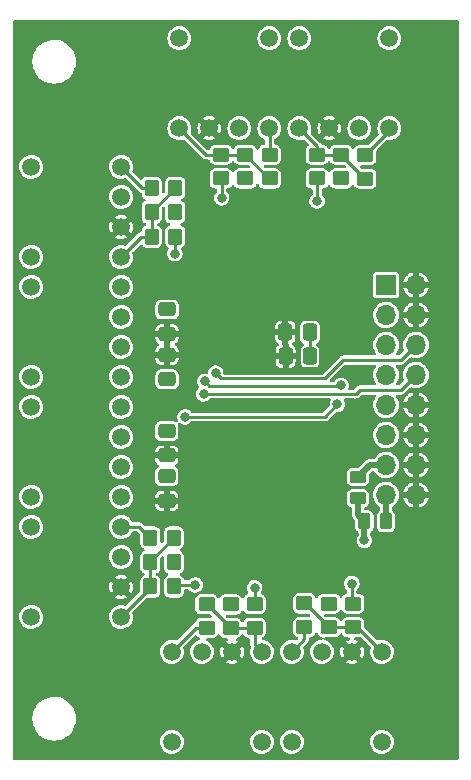
<source format=gbl>
G04 #@! TF.GenerationSoftware,KiCad,Pcbnew,(6.0.6)*
G04 #@! TF.CreationDate,2022-08-29T16:25:24+02:00*
G04 #@! TF.ProjectId,optic-transceiver-board-2t6r,6f707469-632d-4747-9261-6e7363656976,rev?*
G04 #@! TF.SameCoordinates,Original*
G04 #@! TF.FileFunction,Copper,L2,Bot*
G04 #@! TF.FilePolarity,Positive*
%FSLAX46Y46*%
G04 Gerber Fmt 4.6, Leading zero omitted, Abs format (unit mm)*
G04 Created by KiCad (PCBNEW (6.0.6)) date 2022-08-29 16:25:24*
%MOMM*%
%LPD*%
G01*
G04 APERTURE LIST*
G04 Aperture macros list*
%AMRoundRect*
0 Rectangle with rounded corners*
0 $1 Rounding radius*
0 $2 $3 $4 $5 $6 $7 $8 $9 X,Y pos of 4 corners*
0 Add a 4 corners polygon primitive as box body*
4,1,4,$2,$3,$4,$5,$6,$7,$8,$9,$2,$3,0*
0 Add four circle primitives for the rounded corners*
1,1,$1+$1,$2,$3*
1,1,$1+$1,$4,$5*
1,1,$1+$1,$6,$7*
1,1,$1+$1,$8,$9*
0 Add four rect primitives between the rounded corners*
20,1,$1+$1,$2,$3,$4,$5,0*
20,1,$1+$1,$4,$5,$6,$7,0*
20,1,$1+$1,$6,$7,$8,$9,0*
20,1,$1+$1,$8,$9,$2,$3,0*%
G04 Aperture macros list end*
G04 #@! TA.AperFunction,ComponentPad*
%ADD10C,1.515000*%
G04 #@! TD*
G04 #@! TA.AperFunction,ComponentPad*
%ADD11R,1.700000X1.700000*%
G04 #@! TD*
G04 #@! TA.AperFunction,ComponentPad*
%ADD12O,1.700000X1.700000*%
G04 #@! TD*
G04 #@! TA.AperFunction,SMDPad,CuDef*
%ADD13RoundRect,0.250000X0.350000X0.450000X-0.350000X0.450000X-0.350000X-0.450000X0.350000X-0.450000X0*%
G04 #@! TD*
G04 #@! TA.AperFunction,SMDPad,CuDef*
%ADD14RoundRect,0.250000X0.450000X-0.350000X0.450000X0.350000X-0.450000X0.350000X-0.450000X-0.350000X0*%
G04 #@! TD*
G04 #@! TA.AperFunction,SMDPad,CuDef*
%ADD15RoundRect,0.250000X0.475000X-0.337500X0.475000X0.337500X-0.475000X0.337500X-0.475000X-0.337500X0*%
G04 #@! TD*
G04 #@! TA.AperFunction,SMDPad,CuDef*
%ADD16RoundRect,0.250000X-0.450000X0.350000X-0.450000X-0.350000X0.450000X-0.350000X0.450000X0.350000X0*%
G04 #@! TD*
G04 #@! TA.AperFunction,SMDPad,CuDef*
%ADD17RoundRect,0.250000X-0.337500X-0.475000X0.337500X-0.475000X0.337500X0.475000X-0.337500X0.475000X0*%
G04 #@! TD*
G04 #@! TA.AperFunction,SMDPad,CuDef*
%ADD18RoundRect,0.250000X-0.262500X-0.450000X0.262500X-0.450000X0.262500X0.450000X-0.262500X0.450000X0*%
G04 #@! TD*
G04 #@! TA.AperFunction,SMDPad,CuDef*
%ADD19RoundRect,0.250000X0.450000X-0.262500X0.450000X0.262500X-0.450000X0.262500X-0.450000X-0.262500X0*%
G04 #@! TD*
G04 #@! TA.AperFunction,SMDPad,CuDef*
%ADD20RoundRect,0.250000X-0.350000X-0.450000X0.350000X-0.450000X0.350000X0.450000X-0.350000X0.450000X0*%
G04 #@! TD*
G04 #@! TA.AperFunction,SMDPad,CuDef*
%ADD21RoundRect,0.250000X-0.475000X0.337500X-0.475000X-0.337500X0.475000X-0.337500X0.475000X0.337500X0*%
G04 #@! TD*
G04 #@! TA.AperFunction,ViaPad*
%ADD22C,0.800000*%
G04 #@! TD*
G04 #@! TA.AperFunction,Conductor*
%ADD23C,0.254000*%
G04 #@! TD*
G04 #@! TA.AperFunction,Conductor*
%ADD24C,0.500000*%
G04 #@! TD*
G04 APERTURE END LIST*
D10*
X107467400Y-52679600D03*
X110007400Y-52679600D03*
X112547400Y-52679600D03*
X115087400Y-52679600D03*
X115087400Y-45059600D03*
X107467400Y-45059600D03*
X92379800Y-94056200D03*
X92379800Y-91516200D03*
X92379800Y-88976200D03*
X92379800Y-86436200D03*
X84759800Y-86436200D03*
X84759800Y-94056200D03*
X114461800Y-97007800D03*
X111921800Y-97007800D03*
X109381800Y-97007800D03*
X106841800Y-97007800D03*
X106841800Y-104627800D03*
X114461800Y-104627800D03*
X92379800Y-83896200D03*
X92379800Y-81356200D03*
X92379800Y-78816200D03*
X92379800Y-76276200D03*
X84759800Y-76276200D03*
X84759800Y-83896200D03*
D11*
X114808000Y-65957800D03*
D12*
X117348000Y-65957800D03*
X114808000Y-68497800D03*
X117348000Y-68497800D03*
X114808000Y-71037800D03*
X117348000Y-71037800D03*
X114808000Y-73577800D03*
X117348000Y-73577800D03*
X114808000Y-76117800D03*
X117348000Y-76117800D03*
X114808000Y-78657800D03*
X117348000Y-78657800D03*
X114808000Y-81197800D03*
X117348000Y-81197800D03*
X114808000Y-83737800D03*
X117348000Y-83737800D03*
D10*
X92379800Y-63576200D03*
X92379800Y-61036200D03*
X92379800Y-58496200D03*
X92379800Y-55956200D03*
X84759800Y-55956200D03*
X84759800Y-63576200D03*
X104301600Y-97007800D03*
X101761600Y-97007800D03*
X99221600Y-97007800D03*
X96681600Y-97007800D03*
X96681600Y-104627800D03*
X104301600Y-104627800D03*
X97307400Y-52679600D03*
X99847400Y-52679600D03*
X102387400Y-52679600D03*
X104927400Y-52679600D03*
X104927400Y-45059600D03*
X97307400Y-45059600D03*
X92379800Y-73736200D03*
X92379800Y-71196200D03*
X92379800Y-68656200D03*
X92379800Y-66116200D03*
X84759800Y-66116200D03*
X84759800Y-73736200D03*
D13*
X96961200Y-61852900D03*
X94961200Y-61852900D03*
X96961200Y-57738100D03*
X94961200Y-57738100D03*
X96859600Y-91465400D03*
X94859600Y-91465400D03*
X96850200Y-87350600D03*
X94850200Y-87350600D03*
D14*
X100838000Y-56930800D03*
X100838000Y-54930800D03*
D15*
X96240600Y-84222500D03*
X96240600Y-82147500D03*
D16*
X99618800Y-92980000D03*
X99618800Y-94980000D03*
D17*
X106281400Y-69951600D03*
X108356400Y-69951600D03*
D18*
X112983000Y-85953600D03*
X114808000Y-85953600D03*
D19*
X112420400Y-84023200D03*
X112420400Y-82198200D03*
D17*
X106302900Y-71983600D03*
X108377900Y-71983600D03*
D20*
X94859600Y-89408000D03*
X96859600Y-89408000D03*
D14*
X113030000Y-56946800D03*
X113030000Y-54946800D03*
D16*
X107899200Y-92913200D03*
X107899200Y-94913200D03*
X103682800Y-92964000D03*
X103682800Y-94964000D03*
X102870000Y-54930800D03*
X102870000Y-56930800D03*
D14*
X101650800Y-94998800D03*
X101650800Y-92998800D03*
D16*
X110998000Y-54930800D03*
X110998000Y-56930800D03*
D21*
X96266000Y-71860500D03*
X96266000Y-73935500D03*
D14*
X108966000Y-56930800D03*
X108966000Y-54930800D03*
X104952800Y-56930800D03*
X104952800Y-54930800D03*
D15*
X96240600Y-80387100D03*
X96240600Y-78312100D03*
D14*
X109982000Y-94929200D03*
X109982000Y-92929200D03*
D16*
X112014000Y-92929200D03*
X112014000Y-94929200D03*
D20*
X94961200Y-59770100D03*
X96961200Y-59770100D03*
D15*
X96266000Y-70100100D03*
X96266000Y-68025100D03*
D22*
X94386400Y-81280000D03*
X88392000Y-63296800D03*
X106273600Y-69951600D03*
X94132400Y-78994000D03*
X119329200Y-78689200D03*
X90373200Y-53136800D03*
X119227600Y-65938400D03*
X103987600Y-100888800D03*
X118567200Y-56286400D03*
X102463600Y-78536800D03*
X112420400Y-50292000D03*
X112268000Y-60350400D03*
X119329200Y-83769200D03*
X88442800Y-93522800D03*
X93929200Y-96418400D03*
X98044000Y-48920400D03*
X113893600Y-100990400D03*
X106629200Y-83464400D03*
X101346000Y-63906400D03*
X105968800Y-76149200D03*
X107188000Y-48920400D03*
X88392000Y-83870800D03*
X119329200Y-75996800D03*
X88544400Y-73914000D03*
X101396800Y-82651600D03*
X107797600Y-66497200D03*
X105968800Y-91897200D03*
X119278400Y-68478400D03*
X97332800Y-75438000D03*
X105105200Y-88138000D03*
X113233200Y-73964800D03*
X119329200Y-81178400D03*
X98755200Y-72085200D03*
X92710000Y-100685600D03*
X114655600Y-92811600D03*
X105562400Y-59029600D03*
X96266000Y-68021200D03*
X97028000Y-59791600D03*
X96926400Y-89408000D03*
X102920800Y-56896000D03*
X109982000Y-92913200D03*
X112979200Y-87579200D03*
X110998000Y-56896000D03*
X108356400Y-69951600D03*
X96266000Y-82143600D03*
X96266000Y-78333600D03*
X96266000Y-73914000D03*
X101701600Y-92964000D03*
X100380800Y-73406000D03*
X99356114Y-75164914D03*
X99466400Y-74117200D03*
X110998000Y-74457500D03*
X108966000Y-58826400D03*
X100888800Y-58572400D03*
X96926400Y-63296800D03*
X98653600Y-91338400D03*
X103682800Y-91585500D03*
X111912400Y-91236800D03*
X97790000Y-77114400D03*
X110693200Y-76047600D03*
D23*
X108377900Y-69973100D02*
X108356400Y-69951600D01*
X108377900Y-71983600D02*
X108377900Y-69973100D01*
D24*
X112983000Y-85953600D02*
X112983000Y-87575400D01*
X112420400Y-84023200D02*
X112420400Y-85391000D01*
X112983000Y-87575400D02*
X112979200Y-87579200D01*
X112420400Y-85391000D02*
X112983000Y-85953600D01*
D23*
X100380800Y-73406000D02*
X100838000Y-73863200D01*
X111186007Y-72303593D02*
X116082207Y-72303593D01*
X109626400Y-73863200D02*
X111186007Y-72303593D01*
X116082207Y-72303593D02*
X117348000Y-71037800D01*
X100838000Y-73863200D02*
X109626400Y-73863200D01*
X99375200Y-75184000D02*
X112234903Y-75184000D01*
X112234903Y-75184000D02*
X112575311Y-74843592D01*
X99356114Y-75164914D02*
X99375200Y-75184000D01*
X116082208Y-74843592D02*
X117348000Y-73577800D01*
X112575311Y-74843592D02*
X116082208Y-74843592D01*
D24*
X113420800Y-81197800D02*
X114808000Y-81197800D01*
X112420400Y-82198200D02*
X113420800Y-81197800D01*
X114808000Y-83737800D02*
X114808000Y-85953600D01*
D23*
X110982700Y-74472800D02*
X99822000Y-74472800D01*
X110998000Y-74457500D02*
X110982700Y-74472800D01*
X99822000Y-74472800D02*
X99466400Y-74117200D01*
X108966000Y-54178200D02*
X107467400Y-52679600D01*
X108966000Y-54930800D02*
X110998000Y-54930800D01*
X113030000Y-56946800D02*
X111014000Y-54930800D01*
X108966000Y-54930800D02*
X108966000Y-54178200D01*
X111014000Y-54930800D02*
X110998000Y-54930800D01*
X113030000Y-54946800D02*
X115087400Y-52889400D01*
X115087400Y-52889400D02*
X115087400Y-52679600D01*
X108966000Y-56930800D02*
X108966000Y-58826400D01*
X104952800Y-56930800D02*
X104870000Y-56930800D01*
X99558600Y-54930800D02*
X97307400Y-52679600D01*
X100838000Y-54930800D02*
X102870000Y-54930800D01*
X100838000Y-54930800D02*
X99558600Y-54930800D01*
X104870000Y-56930800D02*
X102870000Y-54930800D01*
X104952800Y-52705000D02*
X104927400Y-52679600D01*
X104952800Y-54930800D02*
X104952800Y-52705000D01*
X100888800Y-56981600D02*
X100838000Y-56930800D01*
X100888800Y-58572400D02*
X100888800Y-56981600D01*
X94103100Y-61852900D02*
X92379800Y-63576200D01*
X94961200Y-59738100D02*
X96961200Y-57738100D01*
X94961200Y-59770100D02*
X94961200Y-59738100D01*
X94961200Y-61852900D02*
X94103100Y-61852900D01*
X94961200Y-61852900D02*
X94961200Y-59770100D01*
X92379800Y-55956200D02*
X94161700Y-57738100D01*
X94161700Y-57738100D02*
X94961200Y-57738100D01*
X96961200Y-63262000D02*
X96926400Y-63296800D01*
X96961200Y-61852900D02*
X96961200Y-63262000D01*
X94859600Y-91465400D02*
X94859600Y-89408000D01*
X92379800Y-94056200D02*
X94859600Y-91576400D01*
X94859600Y-89341200D02*
X96850200Y-87350600D01*
X94859600Y-91576400D02*
X94859600Y-91465400D01*
X94859600Y-89408000D02*
X94859600Y-89341200D01*
X93935800Y-86436200D02*
X94850200Y-87350600D01*
X92379800Y-86436200D02*
X93935800Y-86436200D01*
X96986600Y-91338400D02*
X96859600Y-91465400D01*
X98653600Y-91338400D02*
X96986600Y-91338400D01*
X104301600Y-97007800D02*
X103682800Y-96389000D01*
X99618800Y-92980000D02*
X99632000Y-92980000D01*
X103648000Y-94998800D02*
X103682800Y-94964000D01*
X103682800Y-96389000D02*
X103682800Y-94964000D01*
X101650800Y-94998800D02*
X103648000Y-94998800D01*
X99632000Y-92980000D02*
X101650800Y-94998800D01*
X98709400Y-94980000D02*
X99618800Y-94980000D01*
X96681600Y-97007800D02*
X98709400Y-94980000D01*
X103682800Y-92964000D02*
X103682800Y-91585500D01*
X107966000Y-92913200D02*
X109982000Y-94929200D01*
X112014000Y-94929200D02*
X112383200Y-94929200D01*
X109982000Y-94929200D02*
X112014000Y-94929200D01*
X112383200Y-94929200D02*
X114461800Y-97007800D01*
X107899200Y-92913200D02*
X107966000Y-92913200D01*
X107899200Y-94913200D02*
X107899200Y-95950400D01*
X107899200Y-95950400D02*
X106841800Y-97007800D01*
X111912400Y-92827600D02*
X112014000Y-92929200D01*
X111912400Y-91236800D02*
X111912400Y-92827600D01*
X109626400Y-77114400D02*
X97790000Y-77114400D01*
X110693200Y-76047600D02*
X109626400Y-77114400D01*
G04 #@! TA.AperFunction,Conductor*
G36*
X120895621Y-43522702D02*
G01*
X120942114Y-43576358D01*
X120953500Y-43628700D01*
X120953500Y-106036900D01*
X120933498Y-106105021D01*
X120879842Y-106151514D01*
X120827500Y-106162900D01*
X83328900Y-106162900D01*
X83260779Y-106142898D01*
X83214286Y-106089242D01*
X83202900Y-106036900D01*
X83202900Y-104613602D01*
X95664802Y-104613602D01*
X95681409Y-104811369D01*
X95736113Y-105002145D01*
X95738931Y-105007627D01*
X95738932Y-105007631D01*
X95824010Y-105173175D01*
X95824013Y-105173179D01*
X95826830Y-105178661D01*
X95950106Y-105334196D01*
X96101243Y-105462824D01*
X96274486Y-105559647D01*
X96463236Y-105620975D01*
X96660304Y-105644474D01*
X96666439Y-105644002D01*
X96666441Y-105644002D01*
X96852040Y-105629721D01*
X96852044Y-105629720D01*
X96858182Y-105629248D01*
X97049335Y-105575877D01*
X97132935Y-105533648D01*
X97220980Y-105489174D01*
X97220982Y-105489173D01*
X97226481Y-105486395D01*
X97382872Y-105364208D01*
X97386898Y-105359544D01*
X97386901Y-105359541D01*
X97508523Y-105218640D01*
X97508524Y-105218638D01*
X97512552Y-105213972D01*
X97610582Y-105041409D01*
X97673226Y-104853092D01*
X97698101Y-104656193D01*
X97698497Y-104627800D01*
X97697105Y-104613602D01*
X103284802Y-104613602D01*
X103301409Y-104811369D01*
X103356113Y-105002145D01*
X103358931Y-105007627D01*
X103358932Y-105007631D01*
X103444010Y-105173175D01*
X103444013Y-105173179D01*
X103446830Y-105178661D01*
X103570106Y-105334196D01*
X103721243Y-105462824D01*
X103894486Y-105559647D01*
X104083236Y-105620975D01*
X104280304Y-105644474D01*
X104286439Y-105644002D01*
X104286441Y-105644002D01*
X104472040Y-105629721D01*
X104472044Y-105629720D01*
X104478182Y-105629248D01*
X104669335Y-105575877D01*
X104752935Y-105533648D01*
X104840980Y-105489174D01*
X104840982Y-105489173D01*
X104846481Y-105486395D01*
X105002872Y-105364208D01*
X105006898Y-105359544D01*
X105006901Y-105359541D01*
X105128523Y-105218640D01*
X105128524Y-105218638D01*
X105132552Y-105213972D01*
X105230582Y-105041409D01*
X105293226Y-104853092D01*
X105318101Y-104656193D01*
X105318497Y-104627800D01*
X105317105Y-104613602D01*
X105825002Y-104613602D01*
X105841609Y-104811369D01*
X105896313Y-105002145D01*
X105899131Y-105007627D01*
X105899132Y-105007631D01*
X105984210Y-105173175D01*
X105984213Y-105173179D01*
X105987030Y-105178661D01*
X106110306Y-105334196D01*
X106261443Y-105462824D01*
X106434686Y-105559647D01*
X106623436Y-105620975D01*
X106820504Y-105644474D01*
X106826639Y-105644002D01*
X106826641Y-105644002D01*
X107012240Y-105629721D01*
X107012244Y-105629720D01*
X107018382Y-105629248D01*
X107209535Y-105575877D01*
X107293135Y-105533648D01*
X107381180Y-105489174D01*
X107381182Y-105489173D01*
X107386681Y-105486395D01*
X107543072Y-105364208D01*
X107547098Y-105359544D01*
X107547101Y-105359541D01*
X107668723Y-105218640D01*
X107668724Y-105218638D01*
X107672752Y-105213972D01*
X107770782Y-105041409D01*
X107833426Y-104853092D01*
X107858301Y-104656193D01*
X107858697Y-104627800D01*
X107857305Y-104613602D01*
X113445002Y-104613602D01*
X113461609Y-104811369D01*
X113516313Y-105002145D01*
X113519131Y-105007627D01*
X113519132Y-105007631D01*
X113604210Y-105173175D01*
X113604213Y-105173179D01*
X113607030Y-105178661D01*
X113730306Y-105334196D01*
X113881443Y-105462824D01*
X114054686Y-105559647D01*
X114243436Y-105620975D01*
X114440504Y-105644474D01*
X114446639Y-105644002D01*
X114446641Y-105644002D01*
X114632240Y-105629721D01*
X114632244Y-105629720D01*
X114638382Y-105629248D01*
X114829535Y-105575877D01*
X114913135Y-105533648D01*
X115001180Y-105489174D01*
X115001182Y-105489173D01*
X115006681Y-105486395D01*
X115163072Y-105364208D01*
X115167098Y-105359544D01*
X115167101Y-105359541D01*
X115288723Y-105218640D01*
X115288724Y-105218638D01*
X115292752Y-105213972D01*
X115390782Y-105041409D01*
X115453426Y-104853092D01*
X115478301Y-104656193D01*
X115478697Y-104627800D01*
X115459330Y-104430284D01*
X115457549Y-104424385D01*
X115457548Y-104424380D01*
X115403749Y-104246190D01*
X115401968Y-104240291D01*
X115334772Y-104113913D01*
X115311689Y-104070500D01*
X115311687Y-104070497D01*
X115308795Y-104065058D01*
X115304905Y-104060288D01*
X115304902Y-104060284D01*
X115187255Y-103916035D01*
X115187252Y-103916032D01*
X115183360Y-103911260D01*
X115176971Y-103905974D01*
X115035190Y-103788682D01*
X115030442Y-103784754D01*
X115025025Y-103781825D01*
X115025022Y-103781823D01*
X114861283Y-103693290D01*
X114861278Y-103693288D01*
X114855863Y-103690360D01*
X114666276Y-103631673D01*
X114660151Y-103631029D01*
X114660150Y-103631029D01*
X114475027Y-103611572D01*
X114475026Y-103611572D01*
X114468899Y-103610928D01*
X114346221Y-103622092D01*
X114277394Y-103628356D01*
X114277393Y-103628356D01*
X114271253Y-103628915D01*
X114265339Y-103630656D01*
X114265337Y-103630656D01*
X114135737Y-103668800D01*
X114080864Y-103684950D01*
X113904985Y-103776897D01*
X113750314Y-103901255D01*
X113622745Y-104053287D01*
X113619781Y-104058679D01*
X113619778Y-104058683D01*
X113613282Y-104070500D01*
X113527134Y-104227202D01*
X113467125Y-104416375D01*
X113466439Y-104422492D01*
X113466438Y-104422496D01*
X113445689Y-104607477D01*
X113445002Y-104613602D01*
X107857305Y-104613602D01*
X107839330Y-104430284D01*
X107837549Y-104424385D01*
X107837548Y-104424380D01*
X107783749Y-104246190D01*
X107781968Y-104240291D01*
X107714772Y-104113913D01*
X107691689Y-104070500D01*
X107691687Y-104070497D01*
X107688795Y-104065058D01*
X107684905Y-104060288D01*
X107684902Y-104060284D01*
X107567255Y-103916035D01*
X107567252Y-103916032D01*
X107563360Y-103911260D01*
X107556971Y-103905974D01*
X107415190Y-103788682D01*
X107410442Y-103784754D01*
X107405025Y-103781825D01*
X107405022Y-103781823D01*
X107241283Y-103693290D01*
X107241278Y-103693288D01*
X107235863Y-103690360D01*
X107046276Y-103631673D01*
X107040151Y-103631029D01*
X107040150Y-103631029D01*
X106855027Y-103611572D01*
X106855026Y-103611572D01*
X106848899Y-103610928D01*
X106726221Y-103622092D01*
X106657394Y-103628356D01*
X106657393Y-103628356D01*
X106651253Y-103628915D01*
X106645339Y-103630656D01*
X106645337Y-103630656D01*
X106515737Y-103668800D01*
X106460864Y-103684950D01*
X106284985Y-103776897D01*
X106130314Y-103901255D01*
X106002745Y-104053287D01*
X105999781Y-104058679D01*
X105999778Y-104058683D01*
X105993282Y-104070500D01*
X105907134Y-104227202D01*
X105847125Y-104416375D01*
X105846439Y-104422492D01*
X105846438Y-104422496D01*
X105825689Y-104607477D01*
X105825002Y-104613602D01*
X105317105Y-104613602D01*
X105299130Y-104430284D01*
X105297349Y-104424385D01*
X105297348Y-104424380D01*
X105243549Y-104246190D01*
X105241768Y-104240291D01*
X105174572Y-104113913D01*
X105151489Y-104070500D01*
X105151487Y-104070497D01*
X105148595Y-104065058D01*
X105144705Y-104060288D01*
X105144702Y-104060284D01*
X105027055Y-103916035D01*
X105027052Y-103916032D01*
X105023160Y-103911260D01*
X105016771Y-103905974D01*
X104874990Y-103788682D01*
X104870242Y-103784754D01*
X104864825Y-103781825D01*
X104864822Y-103781823D01*
X104701083Y-103693290D01*
X104701078Y-103693288D01*
X104695663Y-103690360D01*
X104506076Y-103631673D01*
X104499951Y-103631029D01*
X104499950Y-103631029D01*
X104314827Y-103611572D01*
X104314826Y-103611572D01*
X104308699Y-103610928D01*
X104186021Y-103622092D01*
X104117194Y-103628356D01*
X104117193Y-103628356D01*
X104111053Y-103628915D01*
X104105139Y-103630656D01*
X104105137Y-103630656D01*
X103975537Y-103668800D01*
X103920664Y-103684950D01*
X103744785Y-103776897D01*
X103590114Y-103901255D01*
X103462545Y-104053287D01*
X103459581Y-104058679D01*
X103459578Y-104058683D01*
X103453082Y-104070500D01*
X103366934Y-104227202D01*
X103306925Y-104416375D01*
X103306239Y-104422492D01*
X103306238Y-104422496D01*
X103285489Y-104607477D01*
X103284802Y-104613602D01*
X97697105Y-104613602D01*
X97679130Y-104430284D01*
X97677349Y-104424385D01*
X97677348Y-104424380D01*
X97623549Y-104246190D01*
X97621768Y-104240291D01*
X97554572Y-104113913D01*
X97531489Y-104070500D01*
X97531487Y-104070497D01*
X97528595Y-104065058D01*
X97524705Y-104060288D01*
X97524702Y-104060284D01*
X97407055Y-103916035D01*
X97407052Y-103916032D01*
X97403160Y-103911260D01*
X97396771Y-103905974D01*
X97254990Y-103788682D01*
X97250242Y-103784754D01*
X97244825Y-103781825D01*
X97244822Y-103781823D01*
X97081083Y-103693290D01*
X97081078Y-103693288D01*
X97075663Y-103690360D01*
X96886076Y-103631673D01*
X96879951Y-103631029D01*
X96879950Y-103631029D01*
X96694827Y-103611572D01*
X96694826Y-103611572D01*
X96688699Y-103610928D01*
X96566021Y-103622092D01*
X96497194Y-103628356D01*
X96497193Y-103628356D01*
X96491053Y-103628915D01*
X96485139Y-103630656D01*
X96485137Y-103630656D01*
X96355537Y-103668800D01*
X96300664Y-103684950D01*
X96124785Y-103776897D01*
X95970114Y-103901255D01*
X95842545Y-104053287D01*
X95839581Y-104058679D01*
X95839578Y-104058683D01*
X95833082Y-104070500D01*
X95746934Y-104227202D01*
X95686925Y-104416375D01*
X95686239Y-104422492D01*
X95686238Y-104422496D01*
X95665489Y-104607477D01*
X95664802Y-104613602D01*
X83202900Y-104613602D01*
X83202900Y-102708986D01*
X84856618Y-102708986D01*
X84882179Y-102976900D01*
X84946147Y-103238318D01*
X85047183Y-103487763D01*
X85183169Y-103720010D01*
X85351258Y-103930195D01*
X85547927Y-104113913D01*
X85769057Y-104267316D01*
X86010016Y-104387191D01*
X86014350Y-104388612D01*
X86014353Y-104388613D01*
X86261423Y-104469607D01*
X86261429Y-104469608D01*
X86265756Y-104471027D01*
X86270247Y-104471807D01*
X86270248Y-104471807D01*
X86527138Y-104516411D01*
X86527146Y-104516412D01*
X86530919Y-104517067D01*
X86534756Y-104517258D01*
X86614377Y-104521222D01*
X86614385Y-104521222D01*
X86615948Y-104521300D01*
X86783974Y-104521300D01*
X86786242Y-104521135D01*
X86786254Y-104521135D01*
X86917057Y-104511644D01*
X86984025Y-104506785D01*
X86988480Y-104505801D01*
X86988483Y-104505801D01*
X87242370Y-104449747D01*
X87242372Y-104449746D01*
X87246826Y-104448763D01*
X87498500Y-104353413D01*
X87711956Y-104234849D01*
X87729779Y-104224949D01*
X87729780Y-104224948D01*
X87733772Y-104222731D01*
X87880442Y-104110796D01*
X87944091Y-104062221D01*
X87944095Y-104062217D01*
X87947716Y-104059454D01*
X88135849Y-103867003D01*
X88201435Y-103776897D01*
X88291542Y-103653104D01*
X88291547Y-103653097D01*
X88294230Y-103649410D01*
X88419541Y-103411233D01*
X88509157Y-103157462D01*
X88534288Y-103029956D01*
X88560320Y-102897883D01*
X88560321Y-102897877D01*
X88561201Y-102893411D01*
X88570382Y-102708986D01*
X88574355Y-102629183D01*
X88574355Y-102629177D01*
X88574582Y-102624614D01*
X88549021Y-102356700D01*
X88485053Y-102095282D01*
X88384017Y-101845837D01*
X88248031Y-101613590D01*
X88079942Y-101403405D01*
X87883273Y-101219687D01*
X87662143Y-101066284D01*
X87421184Y-100946409D01*
X87416850Y-100944988D01*
X87416847Y-100944987D01*
X87169777Y-100863993D01*
X87169771Y-100863992D01*
X87165444Y-100862573D01*
X87160952Y-100861793D01*
X86904062Y-100817189D01*
X86904054Y-100817188D01*
X86900281Y-100816533D01*
X86890318Y-100816037D01*
X86816823Y-100812378D01*
X86816815Y-100812378D01*
X86815252Y-100812300D01*
X86647226Y-100812300D01*
X86644958Y-100812465D01*
X86644946Y-100812465D01*
X86514143Y-100821956D01*
X86447175Y-100826815D01*
X86442720Y-100827799D01*
X86442717Y-100827799D01*
X86188830Y-100883853D01*
X86188828Y-100883854D01*
X86184374Y-100884837D01*
X85932700Y-100980187D01*
X85697428Y-101110869D01*
X85693796Y-101113641D01*
X85487109Y-101271379D01*
X85487105Y-101271383D01*
X85483484Y-101274146D01*
X85295351Y-101466597D01*
X85292666Y-101470286D01*
X85139658Y-101680496D01*
X85139653Y-101680503D01*
X85136970Y-101684190D01*
X85011659Y-101922367D01*
X84922043Y-102176138D01*
X84921160Y-102180620D01*
X84886455Y-102356700D01*
X84869999Y-102440189D01*
X84869772Y-102444742D01*
X84869772Y-102444745D01*
X84860591Y-102629183D01*
X84856618Y-102708986D01*
X83202900Y-102708986D01*
X83202900Y-94042002D01*
X83743002Y-94042002D01*
X83743518Y-94048146D01*
X83758451Y-94225976D01*
X83759609Y-94239769D01*
X83814313Y-94430545D01*
X83817131Y-94436027D01*
X83817132Y-94436031D01*
X83902210Y-94601575D01*
X83902213Y-94601579D01*
X83905030Y-94607061D01*
X84028306Y-94762596D01*
X84179443Y-94891224D01*
X84352686Y-94988047D01*
X84541436Y-95049375D01*
X84738504Y-95072874D01*
X84744639Y-95072402D01*
X84744641Y-95072402D01*
X84930240Y-95058121D01*
X84930244Y-95058120D01*
X84936382Y-95057648D01*
X85127535Y-95004277D01*
X85235838Y-94949570D01*
X85299180Y-94917574D01*
X85299182Y-94917573D01*
X85304681Y-94914795D01*
X85461072Y-94792608D01*
X85465098Y-94787944D01*
X85465101Y-94787941D01*
X85586723Y-94647040D01*
X85586724Y-94647038D01*
X85590752Y-94642372D01*
X85639767Y-94556090D01*
X85685737Y-94475170D01*
X85685739Y-94475166D01*
X85688782Y-94469809D01*
X85751426Y-94281492D01*
X85765219Y-94172311D01*
X85775859Y-94088094D01*
X85775859Y-94088089D01*
X85776301Y-94084593D01*
X85776697Y-94056200D01*
X85775305Y-94042002D01*
X91363002Y-94042002D01*
X91363518Y-94048146D01*
X91378451Y-94225976D01*
X91379609Y-94239769D01*
X91434313Y-94430545D01*
X91437131Y-94436027D01*
X91437132Y-94436031D01*
X91522210Y-94601575D01*
X91522213Y-94601579D01*
X91525030Y-94607061D01*
X91648306Y-94762596D01*
X91799443Y-94891224D01*
X91972686Y-94988047D01*
X92161436Y-95049375D01*
X92358504Y-95072874D01*
X92364639Y-95072402D01*
X92364641Y-95072402D01*
X92550240Y-95058121D01*
X92550244Y-95058120D01*
X92556382Y-95057648D01*
X92747535Y-95004277D01*
X92855838Y-94949570D01*
X92919180Y-94917574D01*
X92919182Y-94917573D01*
X92924681Y-94914795D01*
X93081072Y-94792608D01*
X93085098Y-94787944D01*
X93085101Y-94787941D01*
X93206723Y-94647040D01*
X93206724Y-94647038D01*
X93210752Y-94642372D01*
X93259767Y-94556090D01*
X93305737Y-94475170D01*
X93305739Y-94475166D01*
X93308782Y-94469809D01*
X93371426Y-94281492D01*
X93385219Y-94172311D01*
X93395859Y-94088094D01*
X93395859Y-94088089D01*
X93396301Y-94084593D01*
X93396697Y-94056200D01*
X93377330Y-93858684D01*
X93375549Y-93852785D01*
X93375548Y-93852780D01*
X93338717Y-93730791D01*
X93338176Y-93659796D01*
X93370244Y-93605278D01*
X94518717Y-92456805D01*
X94581029Y-92422779D01*
X94607812Y-92419900D01*
X95257356Y-92419900D01*
X95270915Y-92418427D01*
X95311197Y-92414051D01*
X95311198Y-92414051D01*
X95319048Y-92413198D01*
X95326441Y-92410426D01*
X95326443Y-92410426D01*
X95385699Y-92388212D01*
X95454364Y-92362471D01*
X95461543Y-92357091D01*
X95461546Y-92357089D01*
X95562824Y-92281185D01*
X95570004Y-92275804D01*
X95619339Y-92209976D01*
X95651289Y-92167346D01*
X95651291Y-92167343D01*
X95656671Y-92160164D01*
X95707398Y-92024848D01*
X95708572Y-92014046D01*
X95713731Y-91966553D01*
X95713731Y-91966552D01*
X95714100Y-91963156D01*
X95714100Y-90967644D01*
X95707398Y-90905952D01*
X95704132Y-90897238D01*
X95670322Y-90807051D01*
X95656671Y-90770636D01*
X95651291Y-90763457D01*
X95651289Y-90763454D01*
X95575385Y-90662176D01*
X95570004Y-90654996D01*
X95543214Y-90634918D01*
X95461546Y-90573711D01*
X95461543Y-90573709D01*
X95454364Y-90568329D01*
X95417960Y-90554682D01*
X95361195Y-90512041D01*
X95336495Y-90445480D01*
X95351702Y-90376131D01*
X95401988Y-90326012D01*
X95417960Y-90318718D01*
X95445961Y-90308221D01*
X95445960Y-90308221D01*
X95454364Y-90305071D01*
X95461543Y-90299691D01*
X95461546Y-90299689D01*
X95562824Y-90223785D01*
X95570004Y-90218404D01*
X95585313Y-90197977D01*
X95651289Y-90109946D01*
X95651291Y-90109943D01*
X95656671Y-90102764D01*
X95707398Y-89967448D01*
X95714100Y-89905756D01*
X95714100Y-89078412D01*
X95734102Y-89010291D01*
X95751005Y-88989317D01*
X95790005Y-88950317D01*
X95852317Y-88916291D01*
X95923132Y-88921356D01*
X95979968Y-88963903D01*
X96004779Y-89030423D01*
X96005100Y-89039412D01*
X96005100Y-89905756D01*
X96011802Y-89967448D01*
X96062529Y-90102764D01*
X96067909Y-90109943D01*
X96067911Y-90109946D01*
X96133887Y-90197977D01*
X96149196Y-90218404D01*
X96156376Y-90223785D01*
X96257654Y-90299689D01*
X96257657Y-90299691D01*
X96264836Y-90305071D01*
X96273240Y-90308221D01*
X96273239Y-90308221D01*
X96301240Y-90318718D01*
X96358005Y-90361359D01*
X96382705Y-90427920D01*
X96367498Y-90497269D01*
X96317212Y-90547388D01*
X96301241Y-90554682D01*
X96264836Y-90568329D01*
X96257657Y-90573709D01*
X96257654Y-90573711D01*
X96175986Y-90634918D01*
X96149196Y-90654996D01*
X96143815Y-90662176D01*
X96067911Y-90763454D01*
X96067909Y-90763457D01*
X96062529Y-90770636D01*
X96048878Y-90807051D01*
X96015069Y-90897238D01*
X96011802Y-90905952D01*
X96005100Y-90967644D01*
X96005100Y-91963156D01*
X96005469Y-91966552D01*
X96005469Y-91966553D01*
X96010629Y-92014046D01*
X96011802Y-92024848D01*
X96062529Y-92160164D01*
X96067909Y-92167343D01*
X96067911Y-92167346D01*
X96099861Y-92209976D01*
X96149196Y-92275804D01*
X96156376Y-92281185D01*
X96257654Y-92357089D01*
X96257657Y-92357091D01*
X96264836Y-92362471D01*
X96333501Y-92388212D01*
X96392757Y-92410426D01*
X96392759Y-92410426D01*
X96400152Y-92413198D01*
X96408002Y-92414051D01*
X96408003Y-92414051D01*
X96448285Y-92418427D01*
X96461844Y-92419900D01*
X97257356Y-92419900D01*
X97270915Y-92418427D01*
X97311197Y-92414051D01*
X97311198Y-92414051D01*
X97319048Y-92413198D01*
X97326441Y-92410426D01*
X97326443Y-92410426D01*
X97385699Y-92388212D01*
X97454364Y-92362471D01*
X97461543Y-92357091D01*
X97461546Y-92357089D01*
X97562824Y-92281185D01*
X97570004Y-92275804D01*
X97619339Y-92209976D01*
X97651289Y-92167346D01*
X97651291Y-92167343D01*
X97656671Y-92160164D01*
X97707398Y-92024848D01*
X97708572Y-92014046D01*
X97713731Y-91966553D01*
X97713731Y-91966552D01*
X97714100Y-91963156D01*
X97714100Y-91845900D01*
X97734102Y-91777779D01*
X97787758Y-91731286D01*
X97840100Y-91719900D01*
X98055468Y-91719900D01*
X98123589Y-91739902D01*
X98150541Y-91763302D01*
X98154508Y-91769205D01*
X98160126Y-91774317D01*
X98160127Y-91774318D01*
X98221661Y-91830309D01*
X98271676Y-91875819D01*
X98410893Y-91951408D01*
X98564122Y-91991607D01*
X98648077Y-91992926D01*
X98714919Y-91993976D01*
X98714922Y-91993976D01*
X98722516Y-91994095D01*
X98796502Y-91977150D01*
X98867368Y-91981439D01*
X98924666Y-92023361D01*
X98950204Y-92089606D01*
X98935873Y-92159141D01*
X98900196Y-92200796D01*
X98808396Y-92269596D01*
X98803015Y-92276776D01*
X98727111Y-92378054D01*
X98727109Y-92378057D01*
X98721729Y-92385236D01*
X98671002Y-92520552D01*
X98670149Y-92528402D01*
X98670149Y-92528403D01*
X98668960Y-92539352D01*
X98664300Y-92582244D01*
X98664300Y-93377756D01*
X98671002Y-93439448D01*
X98721729Y-93574764D01*
X98727109Y-93581943D01*
X98727111Y-93581946D01*
X98791024Y-93667224D01*
X98808396Y-93690404D01*
X98815576Y-93695785D01*
X98916854Y-93771689D01*
X98916857Y-93771691D01*
X98924036Y-93777071D01*
X98997484Y-93804605D01*
X99051957Y-93825026D01*
X99051959Y-93825026D01*
X99059352Y-93827798D01*
X99067202Y-93828651D01*
X99067203Y-93828651D01*
X99117647Y-93834131D01*
X99121044Y-93834500D01*
X99894788Y-93834500D01*
X99962909Y-93854502D01*
X99983883Y-93871405D01*
X100022883Y-93910405D01*
X100056909Y-93972717D01*
X100051844Y-94043532D01*
X100009297Y-94100368D01*
X99942777Y-94125179D01*
X99933788Y-94125500D01*
X99121044Y-94125500D01*
X99117648Y-94125869D01*
X99117647Y-94125869D01*
X99067203Y-94131349D01*
X99067202Y-94131349D01*
X99059352Y-94132202D01*
X99051959Y-94134974D01*
X99051957Y-94134974D01*
X99045190Y-94137511D01*
X98924036Y-94182929D01*
X98916857Y-94188309D01*
X98916854Y-94188311D01*
X98866598Y-94225976D01*
X98808396Y-94269596D01*
X98798339Y-94283015D01*
X98727111Y-94378054D01*
X98727109Y-94378057D01*
X98721729Y-94385236D01*
X98671002Y-94520552D01*
X98670522Y-94524969D01*
X98636063Y-94585285D01*
X98600267Y-94605990D01*
X98601508Y-94608574D01*
X98599740Y-94609423D01*
X98598374Y-94610079D01*
X98591691Y-94612817D01*
X98584117Y-94614078D01*
X98541615Y-94637011D01*
X98538763Y-94638550D01*
X98533473Y-94641245D01*
X98494148Y-94660128D01*
X98494145Y-94660130D01*
X98487002Y-94663560D01*
X98482708Y-94667170D01*
X98480778Y-94669100D01*
X98478827Y-94670889D01*
X98478774Y-94670918D01*
X98478655Y-94670788D01*
X98478087Y-94671289D01*
X98472343Y-94674388D01*
X98465276Y-94682033D01*
X98435534Y-94714208D01*
X98432104Y-94717774D01*
X97132353Y-96017525D01*
X97070041Y-96051551D01*
X97005999Y-96048795D01*
X96927129Y-96024381D01*
X96886076Y-96011673D01*
X96879951Y-96011029D01*
X96879950Y-96011029D01*
X96694827Y-95991572D01*
X96694826Y-95991572D01*
X96688699Y-95990928D01*
X96568103Y-96001903D01*
X96497194Y-96008356D01*
X96497193Y-96008356D01*
X96491053Y-96008915D01*
X96485139Y-96010656D01*
X96485137Y-96010656D01*
X96415774Y-96031071D01*
X96300664Y-96064950D01*
X96124785Y-96156897D01*
X96119985Y-96160757D01*
X96119984Y-96160757D01*
X96096626Y-96179537D01*
X95970114Y-96281255D01*
X95842545Y-96433287D01*
X95839581Y-96438679D01*
X95839578Y-96438683D01*
X95798304Y-96513761D01*
X95746934Y-96607202D01*
X95686925Y-96796375D01*
X95686239Y-96802492D01*
X95686238Y-96802496D01*
X95684666Y-96816514D01*
X95664802Y-96993602D01*
X95665318Y-96999746D01*
X95680886Y-97185137D01*
X95681409Y-97191369D01*
X95736113Y-97382145D01*
X95738931Y-97387627D01*
X95738932Y-97387631D01*
X95824010Y-97553175D01*
X95824013Y-97553179D01*
X95826830Y-97558661D01*
X95950106Y-97714196D01*
X96101243Y-97842824D01*
X96274486Y-97939647D01*
X96463236Y-98000975D01*
X96660304Y-98024474D01*
X96666439Y-98024002D01*
X96666441Y-98024002D01*
X96852040Y-98009721D01*
X96852044Y-98009720D01*
X96858182Y-98009248D01*
X97049335Y-97955877D01*
X97199920Y-97879812D01*
X97220980Y-97869174D01*
X97220982Y-97869173D01*
X97226481Y-97866395D01*
X97382872Y-97744208D01*
X97386898Y-97739544D01*
X97386901Y-97739541D01*
X97508523Y-97598640D01*
X97508524Y-97598638D01*
X97512552Y-97593972D01*
X97610582Y-97421409D01*
X97673226Y-97233092D01*
X97698101Y-97036193D01*
X97698497Y-97007800D01*
X97679130Y-96810284D01*
X97677348Y-96804380D01*
X97640517Y-96682392D01*
X97639976Y-96611398D01*
X97672044Y-96556879D01*
X98590019Y-95638904D01*
X98652331Y-95604878D01*
X98723146Y-95609943D01*
X98779941Y-95652436D01*
X98800438Y-95679785D01*
X98808396Y-95690404D01*
X98815576Y-95695785D01*
X98916854Y-95771689D01*
X98916857Y-95771691D01*
X98924036Y-95777071D01*
X98959829Y-95790489D01*
X98964433Y-95792215D01*
X99021197Y-95834857D01*
X99045897Y-95901419D01*
X99030689Y-95970767D01*
X98980403Y-96020885D01*
X98955788Y-96031067D01*
X98840664Y-96064950D01*
X98664785Y-96156897D01*
X98659985Y-96160757D01*
X98659984Y-96160757D01*
X98636626Y-96179537D01*
X98510114Y-96281255D01*
X98382545Y-96433287D01*
X98379581Y-96438679D01*
X98379578Y-96438683D01*
X98338304Y-96513761D01*
X98286934Y-96607202D01*
X98226925Y-96796375D01*
X98226239Y-96802492D01*
X98226238Y-96802496D01*
X98224666Y-96816514D01*
X98204802Y-96993602D01*
X98205318Y-96999746D01*
X98220886Y-97185137D01*
X98221409Y-97191369D01*
X98276113Y-97382145D01*
X98278931Y-97387627D01*
X98278932Y-97387631D01*
X98364010Y-97553175D01*
X98364013Y-97553179D01*
X98366830Y-97558661D01*
X98490106Y-97714196D01*
X98641243Y-97842824D01*
X98814486Y-97939647D01*
X99003236Y-98000975D01*
X99200304Y-98024474D01*
X99206439Y-98024002D01*
X99206441Y-98024002D01*
X99392040Y-98009721D01*
X99392044Y-98009720D01*
X99398182Y-98009248D01*
X99589335Y-97955877D01*
X99739920Y-97879812D01*
X99740530Y-97879504D01*
X101254726Y-97879504D01*
X101259636Y-97886062D01*
X101349310Y-97936181D01*
X101360549Y-97941090D01*
X101537485Y-97998580D01*
X101549459Y-98001213D01*
X101734202Y-98023242D01*
X101746451Y-98023499D01*
X101931953Y-98009226D01*
X101944031Y-98007096D01*
X102123209Y-97957068D01*
X102134660Y-97952626D01*
X102259711Y-97889459D01*
X102269997Y-97879812D01*
X102267759Y-97873169D01*
X101774412Y-97379822D01*
X101760468Y-97372208D01*
X101758635Y-97372339D01*
X101752020Y-97376590D01*
X101261486Y-97867124D01*
X101254726Y-97879504D01*
X99740530Y-97879504D01*
X99760980Y-97869174D01*
X99760982Y-97869173D01*
X99766481Y-97866395D01*
X99922872Y-97744208D01*
X99926898Y-97739544D01*
X99926901Y-97739541D01*
X100048523Y-97598640D01*
X100048524Y-97598638D01*
X100052552Y-97593972D01*
X100150582Y-97421409D01*
X100213226Y-97233092D01*
X100238101Y-97036193D01*
X100238497Y-97007800D01*
X100237708Y-96999753D01*
X100745821Y-96999753D01*
X100761388Y-97185137D01*
X100763603Y-97197204D01*
X100814882Y-97376034D01*
X100819400Y-97387446D01*
X100880147Y-97505646D01*
X100889868Y-97515867D01*
X100896667Y-97513523D01*
X101389578Y-97020612D01*
X101395956Y-97008932D01*
X102126008Y-97008932D01*
X102126139Y-97010765D01*
X102130390Y-97017380D01*
X102620828Y-97507818D01*
X102633208Y-97514578D01*
X102639942Y-97509537D01*
X102687076Y-97426568D01*
X102692069Y-97415352D01*
X102750789Y-97238833D01*
X102753509Y-97226861D01*
X102777156Y-97039682D01*
X102777647Y-97032655D01*
X102777945Y-97011305D01*
X102777652Y-97004312D01*
X102759238Y-96816514D01*
X102756855Y-96804479D01*
X102703084Y-96626382D01*
X102698410Y-96615041D01*
X102642750Y-96510360D01*
X102632890Y-96500279D01*
X102625762Y-96502848D01*
X102133622Y-96994988D01*
X102126008Y-97008932D01*
X101395956Y-97008932D01*
X101397192Y-97006668D01*
X101397061Y-97004835D01*
X101392810Y-96998220D01*
X100902143Y-96507553D01*
X100889763Y-96500793D01*
X100883375Y-96505575D01*
X100830363Y-96602003D01*
X100825533Y-96613273D01*
X100769280Y-96790607D01*
X100766730Y-96802601D01*
X100745992Y-96987484D01*
X100745821Y-96999753D01*
X100237708Y-96999753D01*
X100219130Y-96810284D01*
X100217348Y-96804381D01*
X100217348Y-96804380D01*
X100163549Y-96626190D01*
X100161768Y-96620291D01*
X100101824Y-96507553D01*
X100071489Y-96450500D01*
X100071487Y-96450497D01*
X100068595Y-96445058D01*
X100064705Y-96440288D01*
X100064702Y-96440284D01*
X99947055Y-96296035D01*
X99947052Y-96296032D01*
X99943160Y-96291260D01*
X99936771Y-96285974D01*
X99794990Y-96168682D01*
X99790242Y-96164754D01*
X99784825Y-96161825D01*
X99784822Y-96161823D01*
X99617468Y-96071336D01*
X99567059Y-96021341D01*
X99551681Y-95952030D01*
X99576217Y-95885408D01*
X99632877Y-95842627D01*
X99677396Y-95834500D01*
X100116556Y-95834500D01*
X100119953Y-95834131D01*
X100170397Y-95828651D01*
X100170398Y-95828651D01*
X100178248Y-95827798D01*
X100185641Y-95825026D01*
X100185643Y-95825026D01*
X100246585Y-95802180D01*
X100313564Y-95777071D01*
X100320743Y-95771691D01*
X100320746Y-95771689D01*
X100422024Y-95695785D01*
X100429204Y-95690404D01*
X100515871Y-95574764D01*
X100519022Y-95566359D01*
X100520274Y-95564072D01*
X100570533Y-95513926D01*
X100639924Y-95498912D01*
X100706416Y-95523798D01*
X100748775Y-95580350D01*
X100753729Y-95593564D01*
X100759109Y-95600743D01*
X100759111Y-95600746D01*
X100797851Y-95652436D01*
X100840396Y-95709204D01*
X100847576Y-95714585D01*
X100948854Y-95790489D01*
X100948857Y-95790491D01*
X100956036Y-95795871D01*
X101033808Y-95825026D01*
X101083957Y-95843826D01*
X101083959Y-95843826D01*
X101091352Y-95846598D01*
X101099202Y-95847451D01*
X101099203Y-95847451D01*
X101149647Y-95852931D01*
X101153044Y-95853300D01*
X101273611Y-95853300D01*
X101341732Y-95873302D01*
X101388225Y-95926958D01*
X101398329Y-95997232D01*
X101368835Y-96061812D01*
X101331987Y-96090961D01*
X101263977Y-96126516D01*
X101253826Y-96136307D01*
X101256280Y-96143270D01*
X101748788Y-96635778D01*
X101762732Y-96643392D01*
X101764565Y-96643261D01*
X101771180Y-96639010D01*
X102262017Y-96148173D01*
X102268777Y-96135793D01*
X102264118Y-96129570D01*
X102173304Y-96080467D01*
X102122895Y-96030472D01*
X102107517Y-95961161D01*
X102132053Y-95894539D01*
X102188713Y-95851758D01*
X102202979Y-95847388D01*
X102210248Y-95846598D01*
X102345564Y-95795871D01*
X102352743Y-95790491D01*
X102352746Y-95790489D01*
X102454024Y-95714585D01*
X102461204Y-95709204D01*
X102503749Y-95652436D01*
X102542489Y-95600746D01*
X102542491Y-95600743D01*
X102547871Y-95593564D01*
X102556384Y-95570854D01*
X102599023Y-95514091D01*
X102665584Y-95489389D01*
X102734933Y-95504595D01*
X102783721Y-95553409D01*
X102785729Y-95558764D01*
X102872396Y-95674404D01*
X102879576Y-95679785D01*
X102980854Y-95755689D01*
X102980857Y-95755691D01*
X102988036Y-95761071D01*
X103077754Y-95794704D01*
X103115957Y-95809026D01*
X103115959Y-95809026D01*
X103123352Y-95811798D01*
X103131202Y-95812651D01*
X103131203Y-95812651D01*
X103139204Y-95813520D01*
X103182205Y-95818192D01*
X103182206Y-95818192D01*
X103185044Y-95818500D01*
X103184971Y-95819169D01*
X103249046Y-95841808D01*
X103292573Y-95897896D01*
X103301300Y-95943972D01*
X103301300Y-96334865D01*
X103298714Y-96359164D01*
X103298646Y-96360602D01*
X103296455Y-96370780D01*
X103297679Y-96381120D01*
X103300427Y-96404342D01*
X103300779Y-96410320D01*
X103300872Y-96410312D01*
X103301300Y-96415490D01*
X103301300Y-96420692D01*
X103304295Y-96438683D01*
X103304486Y-96439832D01*
X103305322Y-96445704D01*
X103311382Y-96496907D01*
X103315367Y-96505206D01*
X103316878Y-96514283D01*
X103341358Y-96559651D01*
X103343991Y-96564814D01*
X103344235Y-96565321D01*
X103355752Y-96635378D01*
X103350802Y-96658057D01*
X103306925Y-96796375D01*
X103306239Y-96802492D01*
X103306238Y-96802496D01*
X103304666Y-96816514D01*
X103284802Y-96993602D01*
X103285318Y-96999746D01*
X103300886Y-97185137D01*
X103301409Y-97191369D01*
X103356113Y-97382145D01*
X103358931Y-97387627D01*
X103358932Y-97387631D01*
X103444010Y-97553175D01*
X103444013Y-97553179D01*
X103446830Y-97558661D01*
X103570106Y-97714196D01*
X103721243Y-97842824D01*
X103894486Y-97939647D01*
X104083236Y-98000975D01*
X104280304Y-98024474D01*
X104286439Y-98024002D01*
X104286441Y-98024002D01*
X104472040Y-98009721D01*
X104472044Y-98009720D01*
X104478182Y-98009248D01*
X104669335Y-97955877D01*
X104819920Y-97879812D01*
X104840980Y-97869174D01*
X104840982Y-97869173D01*
X104846481Y-97866395D01*
X105002872Y-97744208D01*
X105006898Y-97739544D01*
X105006901Y-97739541D01*
X105128523Y-97598640D01*
X105128524Y-97598638D01*
X105132552Y-97593972D01*
X105230582Y-97421409D01*
X105293226Y-97233092D01*
X105318101Y-97036193D01*
X105318497Y-97007800D01*
X105317105Y-96993602D01*
X105825002Y-96993602D01*
X105825518Y-96999746D01*
X105841086Y-97185137D01*
X105841609Y-97191369D01*
X105896313Y-97382145D01*
X105899131Y-97387627D01*
X105899132Y-97387631D01*
X105984210Y-97553175D01*
X105984213Y-97553179D01*
X105987030Y-97558661D01*
X106110306Y-97714196D01*
X106261443Y-97842824D01*
X106434686Y-97939647D01*
X106623436Y-98000975D01*
X106820504Y-98024474D01*
X106826639Y-98024002D01*
X106826641Y-98024002D01*
X107012240Y-98009721D01*
X107012244Y-98009720D01*
X107018382Y-98009248D01*
X107209535Y-97955877D01*
X107360120Y-97879812D01*
X107381180Y-97869174D01*
X107381182Y-97869173D01*
X107386681Y-97866395D01*
X107543072Y-97744208D01*
X107547098Y-97739544D01*
X107547101Y-97739541D01*
X107668723Y-97598640D01*
X107668724Y-97598638D01*
X107672752Y-97593972D01*
X107770782Y-97421409D01*
X107833426Y-97233092D01*
X107858301Y-97036193D01*
X107858697Y-97007800D01*
X107839330Y-96810284D01*
X107837548Y-96804380D01*
X107800717Y-96682392D01*
X107800176Y-96611398D01*
X107832244Y-96556879D01*
X108130683Y-96258440D01*
X108149677Y-96243100D01*
X108150752Y-96242122D01*
X108159504Y-96236471D01*
X108180429Y-96209928D01*
X108184408Y-96205450D01*
X108184337Y-96205390D01*
X108187690Y-96201433D01*
X108191371Y-96197752D01*
X108202669Y-96181943D01*
X108206232Y-96177198D01*
X108222236Y-96156897D01*
X108238134Y-96136730D01*
X108241184Y-96128045D01*
X108246534Y-96120558D01*
X108261309Y-96071153D01*
X108263130Y-96065550D01*
X108263953Y-96063208D01*
X108280216Y-96016898D01*
X108280700Y-96011309D01*
X108280700Y-96008596D01*
X108280815Y-96005931D01*
X108280834Y-96005868D01*
X108281008Y-96005875D01*
X108281055Y-96005129D01*
X108282925Y-95998876D01*
X108280797Y-95944722D01*
X108280700Y-95939775D01*
X108280700Y-95893172D01*
X108300702Y-95825051D01*
X108354358Y-95778558D01*
X108396996Y-95768069D01*
X108396956Y-95767700D01*
X108442796Y-95762720D01*
X108450797Y-95761851D01*
X108450798Y-95761851D01*
X108458648Y-95760998D01*
X108466041Y-95758226D01*
X108466043Y-95758226D01*
X108504246Y-95743904D01*
X108593964Y-95710271D01*
X108601143Y-95704891D01*
X108601146Y-95704889D01*
X108702424Y-95628985D01*
X108709604Y-95623604D01*
X108742020Y-95580351D01*
X108790889Y-95515146D01*
X108790891Y-95515143D01*
X108796271Y-95507964D01*
X108819619Y-95445682D01*
X108862260Y-95388917D01*
X108928821Y-95364217D01*
X108998170Y-95379424D01*
X109048289Y-95429710D01*
X109055582Y-95445679D01*
X109084929Y-95523964D01*
X109090309Y-95531143D01*
X109090311Y-95531146D01*
X109128385Y-95581948D01*
X109171596Y-95639604D01*
X109178776Y-95644985D01*
X109280054Y-95720889D01*
X109280057Y-95720891D01*
X109287236Y-95726271D01*
X109358997Y-95753172D01*
X109415761Y-95795813D01*
X109440461Y-95862374D01*
X109425254Y-95931723D01*
X109374969Y-95981842D01*
X109326187Y-95996635D01*
X109197394Y-96008356D01*
X109197393Y-96008356D01*
X109191253Y-96008915D01*
X109185339Y-96010656D01*
X109185337Y-96010656D01*
X109115974Y-96031071D01*
X109000864Y-96064950D01*
X108824985Y-96156897D01*
X108820185Y-96160757D01*
X108820184Y-96160757D01*
X108796826Y-96179537D01*
X108670314Y-96281255D01*
X108542745Y-96433287D01*
X108539781Y-96438679D01*
X108539778Y-96438683D01*
X108498504Y-96513761D01*
X108447134Y-96607202D01*
X108387125Y-96796375D01*
X108386439Y-96802492D01*
X108386438Y-96802496D01*
X108384866Y-96816514D01*
X108365002Y-96993602D01*
X108365518Y-96999746D01*
X108381086Y-97185137D01*
X108381609Y-97191369D01*
X108436313Y-97382145D01*
X108439131Y-97387627D01*
X108439132Y-97387631D01*
X108524210Y-97553175D01*
X108524213Y-97553179D01*
X108527030Y-97558661D01*
X108650306Y-97714196D01*
X108801443Y-97842824D01*
X108974686Y-97939647D01*
X109163436Y-98000975D01*
X109360504Y-98024474D01*
X109366639Y-98024002D01*
X109366641Y-98024002D01*
X109552240Y-98009721D01*
X109552244Y-98009720D01*
X109558382Y-98009248D01*
X109749535Y-97955877D01*
X109900120Y-97879812D01*
X109900730Y-97879504D01*
X111414926Y-97879504D01*
X111419836Y-97886062D01*
X111509510Y-97936181D01*
X111520749Y-97941090D01*
X111697685Y-97998580D01*
X111709659Y-98001213D01*
X111894402Y-98023242D01*
X111906651Y-98023499D01*
X112092153Y-98009226D01*
X112104231Y-98007096D01*
X112283409Y-97957068D01*
X112294860Y-97952626D01*
X112419911Y-97889459D01*
X112430197Y-97879812D01*
X112427959Y-97873169D01*
X111934612Y-97379822D01*
X111920668Y-97372208D01*
X111918835Y-97372339D01*
X111912220Y-97376590D01*
X111421686Y-97867124D01*
X111414926Y-97879504D01*
X109900730Y-97879504D01*
X109921180Y-97869174D01*
X109921182Y-97869173D01*
X109926681Y-97866395D01*
X110083072Y-97744208D01*
X110087098Y-97739544D01*
X110087101Y-97739541D01*
X110208723Y-97598640D01*
X110208724Y-97598638D01*
X110212752Y-97593972D01*
X110310782Y-97421409D01*
X110373426Y-97233092D01*
X110398301Y-97036193D01*
X110398697Y-97007800D01*
X110397908Y-96999753D01*
X110906021Y-96999753D01*
X110921588Y-97185137D01*
X110923803Y-97197204D01*
X110975082Y-97376034D01*
X110979600Y-97387446D01*
X111040347Y-97505646D01*
X111050068Y-97515867D01*
X111056867Y-97513523D01*
X111549778Y-97020612D01*
X111556156Y-97008932D01*
X112286208Y-97008932D01*
X112286339Y-97010765D01*
X112290590Y-97017380D01*
X112781028Y-97507818D01*
X112793408Y-97514578D01*
X112800142Y-97509537D01*
X112847276Y-97426568D01*
X112852269Y-97415352D01*
X112910989Y-97238833D01*
X112913709Y-97226861D01*
X112937356Y-97039682D01*
X112937847Y-97032655D01*
X112938145Y-97011305D01*
X112937852Y-97004312D01*
X112919438Y-96816514D01*
X112917055Y-96804479D01*
X112863284Y-96626382D01*
X112858610Y-96615041D01*
X112802950Y-96510360D01*
X112793090Y-96500279D01*
X112785962Y-96502848D01*
X112293822Y-96994988D01*
X112286208Y-97008932D01*
X111556156Y-97008932D01*
X111557392Y-97006668D01*
X111557261Y-97004835D01*
X111553010Y-96998220D01*
X111062343Y-96507553D01*
X111049963Y-96500793D01*
X111043575Y-96505575D01*
X110990563Y-96602003D01*
X110985733Y-96613273D01*
X110929480Y-96790607D01*
X110926930Y-96802601D01*
X110906192Y-96987484D01*
X110906021Y-96999753D01*
X110397908Y-96999753D01*
X110379330Y-96810284D01*
X110377548Y-96804381D01*
X110377548Y-96804380D01*
X110323749Y-96626190D01*
X110321968Y-96620291D01*
X110262024Y-96507553D01*
X110231689Y-96450500D01*
X110231687Y-96450497D01*
X110228795Y-96445058D01*
X110224905Y-96440288D01*
X110224902Y-96440284D01*
X110107255Y-96296035D01*
X110107252Y-96296032D01*
X110103360Y-96291260D01*
X110096971Y-96285974D01*
X109955190Y-96168682D01*
X109950442Y-96164754D01*
X109945025Y-96161825D01*
X109945022Y-96161823D01*
X109781283Y-96073290D01*
X109781278Y-96073288D01*
X109775863Y-96070360D01*
X109645691Y-96030065D01*
X109586531Y-95990814D01*
X109557984Y-95925809D01*
X109569113Y-95855690D01*
X109616384Y-95802719D01*
X109682950Y-95783700D01*
X110479756Y-95783700D01*
X110483153Y-95783331D01*
X110533597Y-95777851D01*
X110533598Y-95777851D01*
X110541448Y-95776998D01*
X110548841Y-95774226D01*
X110548843Y-95774226D01*
X110598301Y-95755685D01*
X110676764Y-95726271D01*
X110683943Y-95720891D01*
X110683946Y-95720889D01*
X110785224Y-95644985D01*
X110792404Y-95639604D01*
X110835615Y-95581948D01*
X110873689Y-95531146D01*
X110873691Y-95531143D01*
X110879071Y-95523964D01*
X110882221Y-95515561D01*
X110886533Y-95507685D01*
X110889237Y-95509165D01*
X110922661Y-95464672D01*
X110989223Y-95439973D01*
X111058572Y-95455181D01*
X111108689Y-95505468D01*
X111110880Y-95510266D01*
X111113779Y-95515561D01*
X111116929Y-95523964D01*
X111122309Y-95531143D01*
X111122311Y-95531146D01*
X111160385Y-95581948D01*
X111203596Y-95639604D01*
X111210776Y-95644985D01*
X111312054Y-95720889D01*
X111312057Y-95720891D01*
X111319236Y-95726271D01*
X111397699Y-95755685D01*
X111447157Y-95774226D01*
X111447159Y-95774226D01*
X111454552Y-95776998D01*
X111462402Y-95777851D01*
X111462403Y-95777851D01*
X111512847Y-95783331D01*
X111516244Y-95783700D01*
X111623860Y-95783700D01*
X111691981Y-95803702D01*
X111738474Y-95857358D01*
X111748578Y-95927632D01*
X111719084Y-95992212D01*
X111659435Y-96030574D01*
X111546965Y-96063676D01*
X111535590Y-96068271D01*
X111424175Y-96126518D01*
X111414026Y-96136307D01*
X111416480Y-96143270D01*
X111908988Y-96635778D01*
X111922932Y-96643392D01*
X111924765Y-96643261D01*
X111931380Y-96639010D01*
X112422217Y-96148173D01*
X112428977Y-96135793D01*
X112424318Y-96129570D01*
X112321089Y-96073755D01*
X112309783Y-96069002D01*
X112183997Y-96030065D01*
X112124837Y-95990814D01*
X112096290Y-95925810D01*
X112107418Y-95855691D01*
X112154690Y-95802719D01*
X112221256Y-95783700D01*
X112511756Y-95783700D01*
X112515153Y-95783331D01*
X112565597Y-95777851D01*
X112565598Y-95777851D01*
X112573448Y-95776998D01*
X112580890Y-95774208D01*
X112583335Y-95773292D01*
X112585408Y-95773140D01*
X112588530Y-95772398D01*
X112588650Y-95772903D01*
X112654142Y-95768111D01*
X112716656Y-95802180D01*
X113471649Y-96557173D01*
X113505675Y-96619485D01*
X113502656Y-96684366D01*
X113467125Y-96796375D01*
X113466439Y-96802492D01*
X113466438Y-96802496D01*
X113464866Y-96816514D01*
X113445002Y-96993602D01*
X113445518Y-96999746D01*
X113461086Y-97185137D01*
X113461609Y-97191369D01*
X113516313Y-97382145D01*
X113519131Y-97387627D01*
X113519132Y-97387631D01*
X113604210Y-97553175D01*
X113604213Y-97553179D01*
X113607030Y-97558661D01*
X113730306Y-97714196D01*
X113881443Y-97842824D01*
X114054686Y-97939647D01*
X114243436Y-98000975D01*
X114440504Y-98024474D01*
X114446639Y-98024002D01*
X114446641Y-98024002D01*
X114632240Y-98009721D01*
X114632244Y-98009720D01*
X114638382Y-98009248D01*
X114829535Y-97955877D01*
X114980120Y-97879812D01*
X115001180Y-97869174D01*
X115001182Y-97869173D01*
X115006681Y-97866395D01*
X115163072Y-97744208D01*
X115167098Y-97739544D01*
X115167101Y-97739541D01*
X115288723Y-97598640D01*
X115288724Y-97598638D01*
X115292752Y-97593972D01*
X115390782Y-97421409D01*
X115453426Y-97233092D01*
X115478301Y-97036193D01*
X115478697Y-97007800D01*
X115459330Y-96810284D01*
X115457548Y-96804381D01*
X115457548Y-96804380D01*
X115403749Y-96626190D01*
X115401968Y-96620291D01*
X115342024Y-96507553D01*
X115311689Y-96450500D01*
X115311687Y-96450497D01*
X115308795Y-96445058D01*
X115304905Y-96440288D01*
X115304902Y-96440284D01*
X115187255Y-96296035D01*
X115187252Y-96296032D01*
X115183360Y-96291260D01*
X115176971Y-96285974D01*
X115035190Y-96168682D01*
X115030442Y-96164754D01*
X115025025Y-96161825D01*
X115025022Y-96161823D01*
X114861283Y-96073290D01*
X114861278Y-96073288D01*
X114855863Y-96070360D01*
X114666276Y-96011673D01*
X114660151Y-96011029D01*
X114660150Y-96011029D01*
X114475027Y-95991572D01*
X114475026Y-95991572D01*
X114468899Y-95990928D01*
X114348303Y-96001903D01*
X114277394Y-96008356D01*
X114277393Y-96008356D01*
X114271253Y-96008915D01*
X114135332Y-96048919D01*
X114064338Y-96048965D01*
X114010664Y-96017141D01*
X113005405Y-95011882D01*
X112971379Y-94949570D01*
X112968500Y-94922787D01*
X112968500Y-94531444D01*
X112966513Y-94513155D01*
X112962651Y-94477603D01*
X112962651Y-94477602D01*
X112961798Y-94469752D01*
X112953910Y-94448709D01*
X112942557Y-94418427D01*
X112911071Y-94334436D01*
X112905691Y-94327257D01*
X112905689Y-94327254D01*
X112829785Y-94225976D01*
X112824404Y-94218796D01*
X112762379Y-94172311D01*
X112715946Y-94137511D01*
X112715943Y-94137509D01*
X112708764Y-94132129D01*
X112619046Y-94098496D01*
X112580843Y-94084174D01*
X112580841Y-94084174D01*
X112573448Y-94081402D01*
X112565598Y-94080549D01*
X112565597Y-94080549D01*
X112515153Y-94075069D01*
X112515152Y-94075069D01*
X112511756Y-94074700D01*
X111516244Y-94074700D01*
X111512848Y-94075069D01*
X111512847Y-94075069D01*
X111462403Y-94080549D01*
X111462402Y-94080549D01*
X111454552Y-94081402D01*
X111447159Y-94084174D01*
X111447157Y-94084174D01*
X111408954Y-94098496D01*
X111319236Y-94132129D01*
X111312057Y-94137509D01*
X111312054Y-94137511D01*
X111265621Y-94172311D01*
X111203596Y-94218796D01*
X111198215Y-94225976D01*
X111122311Y-94327254D01*
X111122309Y-94327257D01*
X111116929Y-94334436D01*
X111113779Y-94342838D01*
X111109467Y-94350715D01*
X111106763Y-94349235D01*
X111073339Y-94393728D01*
X111006777Y-94418427D01*
X110937428Y-94403219D01*
X110887311Y-94352932D01*
X110885120Y-94348134D01*
X110882221Y-94342838D01*
X110879071Y-94334436D01*
X110873691Y-94327257D01*
X110873689Y-94327254D01*
X110797785Y-94225976D01*
X110792404Y-94218796D01*
X110730379Y-94172311D01*
X110683946Y-94137511D01*
X110683943Y-94137509D01*
X110676764Y-94132129D01*
X110587046Y-94098496D01*
X110548843Y-94084174D01*
X110548841Y-94084174D01*
X110541448Y-94081402D01*
X110533598Y-94080549D01*
X110533597Y-94080549D01*
X110483153Y-94075069D01*
X110483152Y-94075069D01*
X110479756Y-94074700D01*
X109719213Y-94074700D01*
X109651092Y-94054698D01*
X109630118Y-94037795D01*
X109591118Y-93998795D01*
X109557092Y-93936483D01*
X109562157Y-93865668D01*
X109604704Y-93808832D01*
X109671224Y-93784021D01*
X109680213Y-93783700D01*
X110479756Y-93783700D01*
X110483153Y-93783331D01*
X110533597Y-93777851D01*
X110533598Y-93777851D01*
X110541448Y-93776998D01*
X110548841Y-93774226D01*
X110548843Y-93774226D01*
X110598290Y-93755689D01*
X110676764Y-93726271D01*
X110683943Y-93720891D01*
X110683946Y-93720889D01*
X110785224Y-93644985D01*
X110792404Y-93639604D01*
X110847606Y-93565948D01*
X110873689Y-93531146D01*
X110873691Y-93531143D01*
X110879071Y-93523964D01*
X110882221Y-93515562D01*
X110886533Y-93507685D01*
X110889237Y-93509165D01*
X110922661Y-93464672D01*
X110989223Y-93439973D01*
X111058572Y-93455181D01*
X111108689Y-93505468D01*
X111110880Y-93510266D01*
X111113779Y-93515562D01*
X111116929Y-93523964D01*
X111122309Y-93531143D01*
X111122311Y-93531146D01*
X111148394Y-93565948D01*
X111203596Y-93639604D01*
X111210776Y-93644985D01*
X111312054Y-93720889D01*
X111312057Y-93720891D01*
X111319236Y-93726271D01*
X111397710Y-93755689D01*
X111447157Y-93774226D01*
X111447159Y-93774226D01*
X111454552Y-93776998D01*
X111462402Y-93777851D01*
X111462403Y-93777851D01*
X111512847Y-93783331D01*
X111516244Y-93783700D01*
X112511756Y-93783700D01*
X112515153Y-93783331D01*
X112565597Y-93777851D01*
X112565598Y-93777851D01*
X112573448Y-93776998D01*
X112580841Y-93774226D01*
X112580843Y-93774226D01*
X112630290Y-93755689D01*
X112708764Y-93726271D01*
X112715943Y-93720891D01*
X112715946Y-93720889D01*
X112817224Y-93644985D01*
X112824404Y-93639604D01*
X112879606Y-93565948D01*
X112905689Y-93531146D01*
X112905691Y-93531143D01*
X112911071Y-93523964D01*
X112948752Y-93423448D01*
X112959026Y-93396043D01*
X112959026Y-93396041D01*
X112961798Y-93388648D01*
X112963353Y-93374339D01*
X112968131Y-93330353D01*
X112968131Y-93330352D01*
X112968500Y-93326956D01*
X112968500Y-92531444D01*
X112966999Y-92517626D01*
X112962651Y-92477603D01*
X112962651Y-92477602D01*
X112961798Y-92469752D01*
X112956945Y-92456805D01*
X112938733Y-92408226D01*
X112911071Y-92334436D01*
X112905691Y-92327257D01*
X112905689Y-92327254D01*
X112829785Y-92225976D01*
X112824404Y-92218796D01*
X112762379Y-92172311D01*
X112715946Y-92137511D01*
X112715943Y-92137509D01*
X112708764Y-92132129D01*
X112600505Y-92091545D01*
X112580843Y-92084174D01*
X112580841Y-92084174D01*
X112573448Y-92081402D01*
X112565598Y-92080549D01*
X112565597Y-92080549D01*
X112515153Y-92075069D01*
X112515152Y-92075069D01*
X112511756Y-92074700D01*
X112419900Y-92074700D01*
X112351779Y-92054698D01*
X112305286Y-92001042D01*
X112293900Y-91948700D01*
X112293900Y-91829822D01*
X112313902Y-91761701D01*
X112338069Y-91734011D01*
X112391936Y-91688004D01*
X112397714Y-91683069D01*
X112490155Y-91554424D01*
X112549242Y-91407441D01*
X112564674Y-91299007D01*
X112570981Y-91254691D01*
X112570981Y-91254688D01*
X112571562Y-91250607D01*
X112571707Y-91236800D01*
X112552676Y-91079533D01*
X112496680Y-90931346D01*
X112406953Y-90800792D01*
X112288675Y-90695411D01*
X112281289Y-90691500D01*
X112155388Y-90624839D01*
X112155389Y-90624839D01*
X112148674Y-90621284D01*
X111995033Y-90582692D01*
X111987434Y-90582652D01*
X111987433Y-90582652D01*
X111921581Y-90582307D01*
X111836621Y-90581862D01*
X111829241Y-90583634D01*
X111829239Y-90583634D01*
X111689963Y-90617071D01*
X111689960Y-90617072D01*
X111682584Y-90618843D01*
X111541814Y-90691500D01*
X111422439Y-90795638D01*
X111331350Y-90925244D01*
X111314819Y-90967644D01*
X111283036Y-91049164D01*
X111273806Y-91072837D01*
X111272814Y-91080370D01*
X111272814Y-91080371D01*
X111259549Y-91181133D01*
X111253129Y-91229896D01*
X111257306Y-91267728D01*
X111267084Y-91356291D01*
X111270513Y-91387353D01*
X111273123Y-91394484D01*
X111273123Y-91394486D01*
X111321170Y-91525780D01*
X111324953Y-91536119D01*
X111329189Y-91542422D01*
X111329189Y-91542423D01*
X111367414Y-91599307D01*
X111413308Y-91667605D01*
X111418927Y-91672718D01*
X111418928Y-91672719D01*
X111489699Y-91737115D01*
X111526622Y-91797755D01*
X111530900Y-91830309D01*
X111530900Y-91965453D01*
X111510898Y-92033574D01*
X111457242Y-92080067D01*
X111449130Y-92083435D01*
X111319236Y-92132129D01*
X111312057Y-92137509D01*
X111312054Y-92137511D01*
X111265621Y-92172311D01*
X111203596Y-92218796D01*
X111198215Y-92225976D01*
X111122311Y-92327254D01*
X111122309Y-92327257D01*
X111116929Y-92334436D01*
X111113779Y-92342838D01*
X111109467Y-92350715D01*
X111106763Y-92349235D01*
X111073339Y-92393728D01*
X111006777Y-92418427D01*
X110937428Y-92403219D01*
X110887311Y-92352932D01*
X110885120Y-92348134D01*
X110882221Y-92342838D01*
X110879071Y-92334436D01*
X110873691Y-92327257D01*
X110873689Y-92327254D01*
X110797785Y-92225976D01*
X110792404Y-92218796D01*
X110730379Y-92172311D01*
X110683946Y-92137511D01*
X110683943Y-92137509D01*
X110676764Y-92132129D01*
X110568505Y-92091545D01*
X110548843Y-92084174D01*
X110548841Y-92084174D01*
X110541448Y-92081402D01*
X110533598Y-92080549D01*
X110533597Y-92080549D01*
X110483153Y-92075069D01*
X110483152Y-92075069D01*
X110479756Y-92074700D01*
X109484244Y-92074700D01*
X109480848Y-92075069D01*
X109480847Y-92075069D01*
X109430403Y-92080549D01*
X109430402Y-92080549D01*
X109422552Y-92081402D01*
X109415159Y-92084174D01*
X109415157Y-92084174D01*
X109395495Y-92091545D01*
X109287236Y-92132129D01*
X109280057Y-92137509D01*
X109280054Y-92137511D01*
X109233621Y-92172311D01*
X109171596Y-92218796D01*
X109166215Y-92225976D01*
X109090311Y-92327254D01*
X109090309Y-92327257D01*
X109084929Y-92334436D01*
X109062736Y-92393638D01*
X109061581Y-92396718D01*
X109018940Y-92453483D01*
X108952379Y-92478183D01*
X108883030Y-92462976D01*
X108832911Y-92412690D01*
X108825617Y-92396718D01*
X108824463Y-92393638D01*
X108796271Y-92318436D01*
X108790891Y-92311257D01*
X108790889Y-92311254D01*
X108714985Y-92209976D01*
X108709604Y-92202796D01*
X108641507Y-92151760D01*
X108601146Y-92121511D01*
X108601143Y-92121509D01*
X108593964Y-92116129D01*
X108468697Y-92069169D01*
X108466043Y-92068174D01*
X108466041Y-92068174D01*
X108458648Y-92065402D01*
X108450798Y-92064549D01*
X108450797Y-92064549D01*
X108400353Y-92059069D01*
X108400352Y-92059069D01*
X108396956Y-92058700D01*
X107401444Y-92058700D01*
X107398048Y-92059069D01*
X107398047Y-92059069D01*
X107347603Y-92064549D01*
X107347602Y-92064549D01*
X107339752Y-92065402D01*
X107332359Y-92068174D01*
X107332357Y-92068174D01*
X107329703Y-92069169D01*
X107204436Y-92116129D01*
X107197257Y-92121509D01*
X107197254Y-92121511D01*
X107156893Y-92151760D01*
X107088796Y-92202796D01*
X107083415Y-92209976D01*
X107007511Y-92311254D01*
X107007509Y-92311257D01*
X107002129Y-92318436D01*
X106951402Y-92453752D01*
X106944700Y-92515444D01*
X106944700Y-93310956D01*
X106945069Y-93314352D01*
X106945069Y-93314353D01*
X106949848Y-93358339D01*
X106951402Y-93372648D01*
X106954174Y-93380041D01*
X106954174Y-93380043D01*
X106967503Y-93415597D01*
X107002129Y-93507964D01*
X107007509Y-93515143D01*
X107007511Y-93515146D01*
X107057575Y-93581946D01*
X107088796Y-93623604D01*
X107095976Y-93628985D01*
X107197254Y-93704889D01*
X107197257Y-93704891D01*
X107204436Y-93710271D01*
X107259174Y-93730791D01*
X107332357Y-93758226D01*
X107332359Y-93758226D01*
X107339752Y-93760998D01*
X107347602Y-93761851D01*
X107347603Y-93761851D01*
X107398047Y-93767331D01*
X107401444Y-93767700D01*
X108228788Y-93767700D01*
X108296909Y-93787702D01*
X108317883Y-93804605D01*
X108356883Y-93843605D01*
X108390909Y-93905917D01*
X108385844Y-93976732D01*
X108343297Y-94033568D01*
X108276777Y-94058379D01*
X108267788Y-94058700D01*
X107401444Y-94058700D01*
X107398048Y-94059069D01*
X107398047Y-94059069D01*
X107347603Y-94064549D01*
X107347602Y-94064549D01*
X107339752Y-94065402D01*
X107332359Y-94068174D01*
X107332357Y-94068174D01*
X107314949Y-94074700D01*
X107204436Y-94116129D01*
X107197257Y-94121509D01*
X107197254Y-94121511D01*
X107154206Y-94153774D01*
X107088796Y-94202796D01*
X107083415Y-94209976D01*
X107007511Y-94311254D01*
X107007509Y-94311257D01*
X107002129Y-94318436D01*
X106951402Y-94453752D01*
X106944700Y-94515444D01*
X106944700Y-95310956D01*
X106945069Y-95314352D01*
X106945069Y-95314353D01*
X106949848Y-95358339D01*
X106951402Y-95372648D01*
X106954174Y-95380041D01*
X106954174Y-95380043D01*
X106967503Y-95415597D01*
X107002129Y-95507964D01*
X107007509Y-95515143D01*
X107007511Y-95515146D01*
X107056380Y-95580351D01*
X107088796Y-95623604D01*
X107095976Y-95628985D01*
X107197254Y-95704889D01*
X107197257Y-95704891D01*
X107204436Y-95710271D01*
X107212839Y-95713421D01*
X107212841Y-95713422D01*
X107232760Y-95720889D01*
X107308757Y-95749379D01*
X107365521Y-95792018D01*
X107390222Y-95858580D01*
X107375015Y-95927929D01*
X107353623Y-95956455D01*
X107292553Y-96017525D01*
X107230241Y-96051551D01*
X107166199Y-96048795D01*
X107087329Y-96024381D01*
X107046276Y-96011673D01*
X107040151Y-96011029D01*
X107040150Y-96011029D01*
X106855027Y-95991572D01*
X106855026Y-95991572D01*
X106848899Y-95990928D01*
X106728303Y-96001903D01*
X106657394Y-96008356D01*
X106657393Y-96008356D01*
X106651253Y-96008915D01*
X106645339Y-96010656D01*
X106645337Y-96010656D01*
X106575974Y-96031071D01*
X106460864Y-96064950D01*
X106284985Y-96156897D01*
X106280185Y-96160757D01*
X106280184Y-96160757D01*
X106256826Y-96179537D01*
X106130314Y-96281255D01*
X106002745Y-96433287D01*
X105999781Y-96438679D01*
X105999778Y-96438683D01*
X105958504Y-96513761D01*
X105907134Y-96607202D01*
X105847125Y-96796375D01*
X105846439Y-96802492D01*
X105846438Y-96802496D01*
X105844866Y-96816514D01*
X105825002Y-96993602D01*
X105317105Y-96993602D01*
X105299130Y-96810284D01*
X105297348Y-96804381D01*
X105297348Y-96804380D01*
X105243549Y-96626190D01*
X105241768Y-96620291D01*
X105181824Y-96507553D01*
X105151489Y-96450500D01*
X105151487Y-96450497D01*
X105148595Y-96445058D01*
X105144705Y-96440288D01*
X105144702Y-96440284D01*
X105027055Y-96296035D01*
X105027052Y-96296032D01*
X105023160Y-96291260D01*
X105016771Y-96285974D01*
X104874990Y-96168682D01*
X104870242Y-96164754D01*
X104864825Y-96161825D01*
X104864822Y-96161823D01*
X104701083Y-96073290D01*
X104701078Y-96073288D01*
X104695663Y-96070360D01*
X104506076Y-96011673D01*
X104499953Y-96011029D01*
X104499951Y-96011029D01*
X104450835Y-96005867D01*
X104413116Y-96001903D01*
X104347460Y-95974890D01*
X104306830Y-95916669D01*
X104304127Y-95845724D01*
X104340209Y-95784579D01*
X104365777Y-95766073D01*
X104369156Y-95764223D01*
X104377564Y-95761071D01*
X104439591Y-95714585D01*
X104486024Y-95679785D01*
X104493204Y-95674404D01*
X104527244Y-95628985D01*
X104574489Y-95565946D01*
X104574491Y-95565943D01*
X104579871Y-95558764D01*
X104630598Y-95423448D01*
X104633520Y-95396556D01*
X104636931Y-95365153D01*
X104636931Y-95365152D01*
X104637300Y-95361756D01*
X104637300Y-94566244D01*
X104636931Y-94562847D01*
X104631451Y-94512403D01*
X104631451Y-94512402D01*
X104630598Y-94504552D01*
X104620496Y-94477603D01*
X104600633Y-94424619D01*
X104579871Y-94369236D01*
X104574491Y-94362057D01*
X104574489Y-94362054D01*
X104498585Y-94260776D01*
X104493204Y-94253596D01*
X104456351Y-94225976D01*
X104384746Y-94172311D01*
X104384743Y-94172309D01*
X104377564Y-94166929D01*
X104267051Y-94125500D01*
X104249643Y-94118974D01*
X104249641Y-94118974D01*
X104242248Y-94116202D01*
X104234398Y-94115349D01*
X104234397Y-94115349D01*
X104183953Y-94109869D01*
X104183952Y-94109869D01*
X104180556Y-94109500D01*
X103185044Y-94109500D01*
X103181648Y-94109869D01*
X103181647Y-94109869D01*
X103131203Y-94115349D01*
X103131202Y-94115349D01*
X103123352Y-94116202D01*
X103115959Y-94118974D01*
X103115957Y-94118974D01*
X103098549Y-94125500D01*
X102988036Y-94166929D01*
X102980857Y-94172309D01*
X102980854Y-94172311D01*
X102909249Y-94225976D01*
X102872396Y-94253596D01*
X102867015Y-94260776D01*
X102791111Y-94362054D01*
X102791109Y-94362057D01*
X102785729Y-94369236D01*
X102777216Y-94391946D01*
X102734577Y-94448709D01*
X102668016Y-94473411D01*
X102598667Y-94458205D01*
X102549879Y-94409391D01*
X102547871Y-94404036D01*
X102461204Y-94288396D01*
X102424351Y-94260776D01*
X102352746Y-94207111D01*
X102352743Y-94207109D01*
X102345564Y-94201729D01*
X102244331Y-94163779D01*
X102217643Y-94153774D01*
X102217641Y-94153774D01*
X102210248Y-94151002D01*
X102202398Y-94150149D01*
X102202397Y-94150149D01*
X102151953Y-94144669D01*
X102151952Y-94144669D01*
X102148556Y-94144300D01*
X101388012Y-94144300D01*
X101319891Y-94124298D01*
X101298917Y-94107395D01*
X101259917Y-94068395D01*
X101225891Y-94006083D01*
X101230956Y-93935268D01*
X101273503Y-93878432D01*
X101340023Y-93853621D01*
X101349012Y-93853300D01*
X102148556Y-93853300D01*
X102170685Y-93850896D01*
X102202397Y-93847451D01*
X102202398Y-93847451D01*
X102210248Y-93846598D01*
X102217641Y-93843826D01*
X102217643Y-93843826D01*
X102285200Y-93818500D01*
X102345564Y-93795871D01*
X102352743Y-93790491D01*
X102352746Y-93790489D01*
X102454024Y-93714585D01*
X102461204Y-93709204D01*
X102498233Y-93659796D01*
X102542489Y-93600746D01*
X102542491Y-93600743D01*
X102547871Y-93593564D01*
X102556384Y-93570854D01*
X102599023Y-93514091D01*
X102665584Y-93489389D01*
X102734933Y-93504595D01*
X102783721Y-93553409D01*
X102785729Y-93558764D01*
X102872396Y-93674404D01*
X102879576Y-93679785D01*
X102980854Y-93755689D01*
X102980857Y-93755691D01*
X102988036Y-93761071D01*
X103048400Y-93783700D01*
X103115957Y-93809026D01*
X103115959Y-93809026D01*
X103123352Y-93811798D01*
X103131202Y-93812651D01*
X103131203Y-93812651D01*
X103181647Y-93818131D01*
X103185044Y-93818500D01*
X104180556Y-93818500D01*
X104183953Y-93818131D01*
X104234397Y-93812651D01*
X104234398Y-93812651D01*
X104242248Y-93811798D01*
X104249641Y-93809026D01*
X104249643Y-93809026D01*
X104317200Y-93783700D01*
X104377564Y-93761071D01*
X104384743Y-93755691D01*
X104384746Y-93755689D01*
X104486024Y-93679785D01*
X104493204Y-93674404D01*
X104527244Y-93628985D01*
X104574489Y-93565946D01*
X104574491Y-93565943D01*
X104579871Y-93558764D01*
X104630598Y-93423448D01*
X104633520Y-93396556D01*
X104636931Y-93365153D01*
X104636931Y-93365152D01*
X104637300Y-93361756D01*
X104637300Y-92566244D01*
X104633541Y-92531642D01*
X104631451Y-92512403D01*
X104631451Y-92512402D01*
X104630598Y-92504552D01*
X104620496Y-92477603D01*
X104598725Y-92419531D01*
X104579871Y-92369236D01*
X104574491Y-92362057D01*
X104574489Y-92362054D01*
X104498585Y-92260776D01*
X104493204Y-92253596D01*
X104456351Y-92225976D01*
X104384746Y-92172311D01*
X104384743Y-92172309D01*
X104377564Y-92166929D01*
X104303746Y-92139256D01*
X104290224Y-92134187D01*
X104233460Y-92091545D01*
X104208760Y-92024984D01*
X104223967Y-91955635D01*
X104232125Y-91942688D01*
X104260555Y-91903124D01*
X104319642Y-91756141D01*
X104333012Y-91662198D01*
X104341381Y-91603391D01*
X104341381Y-91603388D01*
X104341962Y-91599307D01*
X104342107Y-91585500D01*
X104323076Y-91428233D01*
X104267080Y-91280046D01*
X104227437Y-91222365D01*
X104181655Y-91155751D01*
X104181654Y-91155749D01*
X104177353Y-91149492D01*
X104059075Y-91044111D01*
X104051689Y-91040200D01*
X103925788Y-90973539D01*
X103925789Y-90973539D01*
X103919074Y-90969984D01*
X103765433Y-90931392D01*
X103757834Y-90931352D01*
X103757833Y-90931352D01*
X103691981Y-90931007D01*
X103607021Y-90930562D01*
X103599641Y-90932334D01*
X103599639Y-90932334D01*
X103460363Y-90965771D01*
X103460360Y-90965772D01*
X103452984Y-90967543D01*
X103312214Y-91040200D01*
X103192839Y-91144338D01*
X103101750Y-91273944D01*
X103087302Y-91311001D01*
X103049702Y-91407441D01*
X103044206Y-91421537D01*
X103043214Y-91429070D01*
X103043214Y-91429071D01*
X103027640Y-91547371D01*
X103023529Y-91578596D01*
X103031299Y-91648971D01*
X103039130Y-91719900D01*
X103040913Y-91736053D01*
X103043523Y-91743184D01*
X103043523Y-91743186D01*
X103092060Y-91875819D01*
X103095353Y-91884819D01*
X103099588Y-91891122D01*
X103099592Y-91891129D01*
X103136278Y-91945723D01*
X103157671Y-92013420D01*
X103139067Y-92081936D01*
X103086374Y-92129517D01*
X103075927Y-92133981D01*
X102988036Y-92166929D01*
X102980857Y-92172309D01*
X102980854Y-92172311D01*
X102909249Y-92225976D01*
X102872396Y-92253596D01*
X102867015Y-92260776D01*
X102791111Y-92362054D01*
X102791109Y-92362057D01*
X102785729Y-92369236D01*
X102777216Y-92391946D01*
X102734577Y-92448709D01*
X102668016Y-92473411D01*
X102598667Y-92458205D01*
X102549879Y-92409391D01*
X102547871Y-92404036D01*
X102542387Y-92396718D01*
X102466585Y-92295576D01*
X102461204Y-92288396D01*
X102424351Y-92260776D01*
X102352746Y-92207111D01*
X102352743Y-92207109D01*
X102345564Y-92201729D01*
X102231959Y-92159141D01*
X102217643Y-92153774D01*
X102217641Y-92153774D01*
X102210248Y-92151002D01*
X102202398Y-92150149D01*
X102202397Y-92150149D01*
X102151953Y-92144669D01*
X102151952Y-92144669D01*
X102148556Y-92144300D01*
X101153044Y-92144300D01*
X101149648Y-92144669D01*
X101149647Y-92144669D01*
X101099203Y-92150149D01*
X101099202Y-92150149D01*
X101091352Y-92151002D01*
X101083959Y-92153774D01*
X101083957Y-92153774D01*
X101069641Y-92159141D01*
X100956036Y-92201729D01*
X100948857Y-92207109D01*
X100948854Y-92207111D01*
X100877249Y-92260776D01*
X100840396Y-92288396D01*
X100835015Y-92295576D01*
X100759214Y-92396718D01*
X100753729Y-92404036D01*
X100750578Y-92412441D01*
X100749326Y-92414728D01*
X100699067Y-92464874D01*
X100629676Y-92479888D01*
X100563184Y-92455002D01*
X100520824Y-92398449D01*
X100520603Y-92397859D01*
X100515871Y-92385236D01*
X100510491Y-92378057D01*
X100510489Y-92378054D01*
X100434585Y-92276776D01*
X100429204Y-92269596D01*
X100371002Y-92225976D01*
X100320746Y-92188311D01*
X100320743Y-92188309D01*
X100313564Y-92182929D01*
X100192410Y-92137511D01*
X100185643Y-92134974D01*
X100185641Y-92134974D01*
X100178248Y-92132202D01*
X100170398Y-92131349D01*
X100170397Y-92131349D01*
X100119953Y-92125869D01*
X100119952Y-92125869D01*
X100116556Y-92125500D01*
X99121044Y-92125500D01*
X99117650Y-92125869D01*
X99117645Y-92125869D01*
X99079452Y-92130018D01*
X99009570Y-92117490D01*
X98957554Y-92069169D01*
X98939920Y-92000397D01*
X98962267Y-91933009D01*
X99005512Y-91895423D01*
X99005342Y-91895168D01*
X99007309Y-91893861D01*
X99009233Y-91892189D01*
X99018455Y-91887551D01*
X99024226Y-91882622D01*
X99024229Y-91882620D01*
X99133136Y-91789604D01*
X99133136Y-91789603D01*
X99138914Y-91784669D01*
X99231355Y-91656024D01*
X99290442Y-91509041D01*
X99302953Y-91421131D01*
X99312181Y-91356291D01*
X99312181Y-91356288D01*
X99312762Y-91352207D01*
X99312907Y-91338400D01*
X99293876Y-91181133D01*
X99237880Y-91032946D01*
X99168057Y-90931352D01*
X99152455Y-90908651D01*
X99152454Y-90908649D01*
X99148153Y-90902392D01*
X99029875Y-90797011D01*
X99022489Y-90793100D01*
X98896588Y-90726439D01*
X98896589Y-90726439D01*
X98889874Y-90722884D01*
X98736233Y-90684292D01*
X98728634Y-90684252D01*
X98728633Y-90684252D01*
X98662781Y-90683907D01*
X98577821Y-90683462D01*
X98570441Y-90685234D01*
X98570439Y-90685234D01*
X98431163Y-90718671D01*
X98431160Y-90718672D01*
X98423784Y-90720443D01*
X98283014Y-90793100D01*
X98163639Y-90897238D01*
X98159268Y-90903457D01*
X98154191Y-90909096D01*
X98153224Y-90908226D01*
X98103803Y-90947585D01*
X98056256Y-90956900D01*
X97813825Y-90956900D01*
X97745704Y-90936898D01*
X97699211Y-90883242D01*
X97695843Y-90875129D01*
X97666963Y-90798089D01*
X97656671Y-90770636D01*
X97651291Y-90763457D01*
X97651289Y-90763454D01*
X97575385Y-90662176D01*
X97570004Y-90654996D01*
X97543214Y-90634918D01*
X97461546Y-90573711D01*
X97461543Y-90573709D01*
X97454364Y-90568329D01*
X97417960Y-90554682D01*
X97361195Y-90512041D01*
X97336495Y-90445480D01*
X97351702Y-90376131D01*
X97401988Y-90326012D01*
X97417960Y-90318718D01*
X97445961Y-90308221D01*
X97445960Y-90308221D01*
X97454364Y-90305071D01*
X97461543Y-90299691D01*
X97461546Y-90299689D01*
X97562824Y-90223785D01*
X97570004Y-90218404D01*
X97585313Y-90197977D01*
X97651289Y-90109946D01*
X97651291Y-90109943D01*
X97656671Y-90102764D01*
X97707398Y-89967448D01*
X97714100Y-89905756D01*
X97714100Y-88910244D01*
X97707398Y-88848552D01*
X97656671Y-88713236D01*
X97651291Y-88706057D01*
X97651289Y-88706054D01*
X97575385Y-88604776D01*
X97570004Y-88597596D01*
X97533456Y-88570205D01*
X97461546Y-88516311D01*
X97461543Y-88516309D01*
X97454364Y-88510929D01*
X97413260Y-88495520D01*
X97356495Y-88452879D01*
X97331795Y-88386317D01*
X97347002Y-88316969D01*
X97397288Y-88266850D01*
X97413260Y-88259556D01*
X97423464Y-88255731D01*
X97444964Y-88247671D01*
X97452143Y-88242291D01*
X97452146Y-88242289D01*
X97553424Y-88166385D01*
X97560604Y-88161004D01*
X97597698Y-88111509D01*
X97641889Y-88052546D01*
X97641891Y-88052543D01*
X97647271Y-88045364D01*
X97697998Y-87910048D01*
X97704700Y-87848356D01*
X97704700Y-86852844D01*
X97697998Y-86791152D01*
X97647271Y-86655836D01*
X97641891Y-86648657D01*
X97641889Y-86648654D01*
X97565985Y-86547376D01*
X97560604Y-86540196D01*
X97513905Y-86505197D01*
X97452146Y-86458911D01*
X97452143Y-86458909D01*
X97444964Y-86453529D01*
X97344526Y-86415877D01*
X97317043Y-86405574D01*
X97317041Y-86405574D01*
X97309648Y-86402802D01*
X97301798Y-86401949D01*
X97301797Y-86401949D01*
X97251353Y-86396469D01*
X97251352Y-86396469D01*
X97247956Y-86396100D01*
X96452444Y-86396100D01*
X96449048Y-86396469D01*
X96449047Y-86396469D01*
X96398603Y-86401949D01*
X96398602Y-86401949D01*
X96390752Y-86402802D01*
X96383359Y-86405574D01*
X96383357Y-86405574D01*
X96355874Y-86415877D01*
X96255436Y-86453529D01*
X96248257Y-86458909D01*
X96248254Y-86458911D01*
X96186495Y-86505197D01*
X96139796Y-86540196D01*
X96134415Y-86547376D01*
X96058511Y-86648654D01*
X96058509Y-86648657D01*
X96053129Y-86655836D01*
X96002402Y-86791152D01*
X95995700Y-86852844D01*
X95995700Y-87613387D01*
X95975698Y-87681508D01*
X95958795Y-87702482D01*
X95919795Y-87741482D01*
X95857483Y-87775508D01*
X95786668Y-87770443D01*
X95729832Y-87727896D01*
X95705021Y-87661376D01*
X95704700Y-87652387D01*
X95704700Y-86852844D01*
X95697998Y-86791152D01*
X95647271Y-86655836D01*
X95641891Y-86648657D01*
X95641889Y-86648654D01*
X95565985Y-86547376D01*
X95560604Y-86540196D01*
X95513905Y-86505197D01*
X95452146Y-86458911D01*
X95452143Y-86458909D01*
X95444964Y-86453529D01*
X95344526Y-86415877D01*
X95317043Y-86405574D01*
X95317041Y-86405574D01*
X95309648Y-86402802D01*
X95301798Y-86401949D01*
X95301797Y-86401949D01*
X95251353Y-86396469D01*
X95251352Y-86396469D01*
X95247956Y-86396100D01*
X94487413Y-86396100D01*
X94419292Y-86376098D01*
X94398317Y-86359195D01*
X94243840Y-86204717D01*
X94228486Y-86185706D01*
X94227520Y-86184644D01*
X94221871Y-86175896D01*
X94213696Y-86169452D01*
X94213694Y-86169449D01*
X94195328Y-86154971D01*
X94190853Y-86150994D01*
X94190792Y-86151065D01*
X94186835Y-86147712D01*
X94183152Y-86144029D01*
X94167361Y-86132745D01*
X94162615Y-86129182D01*
X94130307Y-86103712D01*
X94130306Y-86103711D01*
X94122130Y-86097266D01*
X94113443Y-86094215D01*
X94105957Y-86088866D01*
X94095981Y-86085883D01*
X94095980Y-86085882D01*
X94056589Y-86074102D01*
X94050957Y-86072272D01*
X94002298Y-86055184D01*
X93996709Y-86054700D01*
X93993998Y-86054700D01*
X93991331Y-86054585D01*
X93991268Y-86054566D01*
X93991275Y-86054392D01*
X93990529Y-86054345D01*
X93984276Y-86052475D01*
X93935492Y-86054392D01*
X93930122Y-86054603D01*
X93925175Y-86054700D01*
X93398871Y-86054700D01*
X93330750Y-86034698D01*
X93287620Y-85987853D01*
X93229689Y-85878900D01*
X93229687Y-85878897D01*
X93226795Y-85873458D01*
X93222905Y-85868688D01*
X93222902Y-85868684D01*
X93105255Y-85724435D01*
X93105252Y-85724432D01*
X93101360Y-85719660D01*
X93094971Y-85714374D01*
X92953190Y-85597082D01*
X92948442Y-85593154D01*
X92943025Y-85590225D01*
X92943022Y-85590223D01*
X92779283Y-85501690D01*
X92779278Y-85501688D01*
X92773863Y-85498760D01*
X92584276Y-85440073D01*
X92578151Y-85439429D01*
X92578150Y-85439429D01*
X92393027Y-85419972D01*
X92393026Y-85419972D01*
X92386899Y-85419328D01*
X92300114Y-85427226D01*
X92195394Y-85436756D01*
X92195393Y-85436756D01*
X92189253Y-85437315D01*
X92183339Y-85439056D01*
X92183337Y-85439056D01*
X92053737Y-85477200D01*
X91998864Y-85493350D01*
X91822985Y-85585297D01*
X91668314Y-85709655D01*
X91540745Y-85861687D01*
X91537781Y-85867079D01*
X91537778Y-85867083D01*
X91471384Y-85987853D01*
X91445134Y-86035602D01*
X91385125Y-86224775D01*
X91384439Y-86230892D01*
X91384438Y-86230896D01*
X91370047Y-86359195D01*
X91363002Y-86422002D01*
X91379609Y-86619769D01*
X91434313Y-86810545D01*
X91437131Y-86816027D01*
X91437132Y-86816031D01*
X91522210Y-86981575D01*
X91522213Y-86981579D01*
X91525030Y-86987061D01*
X91648306Y-87142596D01*
X91653000Y-87146591D01*
X91672509Y-87163194D01*
X91799443Y-87271224D01*
X91972686Y-87368047D01*
X92161436Y-87429375D01*
X92358504Y-87452874D01*
X92364639Y-87452402D01*
X92364641Y-87452402D01*
X92550240Y-87438121D01*
X92550244Y-87438120D01*
X92556382Y-87437648D01*
X92747535Y-87384277D01*
X92831135Y-87342048D01*
X92919180Y-87297574D01*
X92919182Y-87297573D01*
X92924681Y-87294795D01*
X93081072Y-87172608D01*
X93085098Y-87167944D01*
X93085101Y-87167941D01*
X93206723Y-87027040D01*
X93206724Y-87027038D01*
X93210752Y-87022372D01*
X93290800Y-86881463D01*
X93341839Y-86832112D01*
X93400356Y-86817700D01*
X93725588Y-86817700D01*
X93793709Y-86837702D01*
X93814683Y-86854605D01*
X93958795Y-86998717D01*
X93992821Y-87061029D01*
X93995700Y-87087812D01*
X93995700Y-87848356D01*
X94002402Y-87910048D01*
X94053129Y-88045364D01*
X94058509Y-88052543D01*
X94058511Y-88052546D01*
X94102702Y-88111509D01*
X94139796Y-88161004D01*
X94146976Y-88166385D01*
X94248254Y-88242289D01*
X94248257Y-88242291D01*
X94255436Y-88247671D01*
X94287140Y-88259556D01*
X94296540Y-88263080D01*
X94353305Y-88305721D01*
X94378005Y-88372283D01*
X94362798Y-88441631D01*
X94312512Y-88491750D01*
X94296542Y-88499043D01*
X94264836Y-88510929D01*
X94257657Y-88516309D01*
X94257654Y-88516311D01*
X94185744Y-88570205D01*
X94149196Y-88597596D01*
X94143815Y-88604776D01*
X94067911Y-88706054D01*
X94067909Y-88706057D01*
X94062529Y-88713236D01*
X94011802Y-88848552D01*
X94005100Y-88910244D01*
X94005100Y-89905756D01*
X94011802Y-89967448D01*
X94062529Y-90102764D01*
X94067909Y-90109943D01*
X94067911Y-90109946D01*
X94133887Y-90197977D01*
X94149196Y-90218404D01*
X94156376Y-90223785D01*
X94257654Y-90299689D01*
X94257657Y-90299691D01*
X94264836Y-90305071D01*
X94273240Y-90308221D01*
X94273239Y-90308221D01*
X94301240Y-90318718D01*
X94358005Y-90361359D01*
X94382705Y-90427920D01*
X94367498Y-90497269D01*
X94317212Y-90547388D01*
X94301241Y-90554682D01*
X94264836Y-90568329D01*
X94257657Y-90573709D01*
X94257654Y-90573711D01*
X94175986Y-90634918D01*
X94149196Y-90654996D01*
X94143815Y-90662176D01*
X94067911Y-90763454D01*
X94067909Y-90763457D01*
X94062529Y-90770636D01*
X94048878Y-90807051D01*
X94015069Y-90897238D01*
X94011802Y-90905952D01*
X94005100Y-90967644D01*
X94005100Y-91839187D01*
X93985098Y-91907308D01*
X93968195Y-91928282D01*
X92830552Y-93065925D01*
X92768240Y-93099951D01*
X92704198Y-93097195D01*
X92681163Y-93090065D01*
X92584276Y-93060073D01*
X92578151Y-93059429D01*
X92578150Y-93059429D01*
X92393027Y-93039972D01*
X92393026Y-93039972D01*
X92386899Y-93039328D01*
X92264221Y-93050492D01*
X92195394Y-93056756D01*
X92195393Y-93056756D01*
X92189253Y-93057315D01*
X92183339Y-93059056D01*
X92183337Y-93059056D01*
X92053754Y-93097195D01*
X91998864Y-93113350D01*
X91822985Y-93205297D01*
X91668314Y-93329655D01*
X91540745Y-93481687D01*
X91537781Y-93487079D01*
X91537778Y-93487083D01*
X91489575Y-93574764D01*
X91445134Y-93655602D01*
X91385125Y-93844775D01*
X91384439Y-93850892D01*
X91384438Y-93850896D01*
X91367031Y-94006083D01*
X91363002Y-94042002D01*
X85775305Y-94042002D01*
X85757330Y-93858684D01*
X85755549Y-93852785D01*
X85755548Y-93852780D01*
X85701749Y-93674590D01*
X85699968Y-93668691D01*
X85626834Y-93531146D01*
X85609689Y-93498900D01*
X85609687Y-93498897D01*
X85606795Y-93493458D01*
X85602905Y-93488688D01*
X85602902Y-93488684D01*
X85485255Y-93344435D01*
X85485252Y-93344432D01*
X85481360Y-93339660D01*
X85474971Y-93334374D01*
X85333190Y-93217082D01*
X85328442Y-93213154D01*
X85323025Y-93210225D01*
X85323022Y-93210223D01*
X85159283Y-93121690D01*
X85159278Y-93121688D01*
X85153863Y-93118760D01*
X84964276Y-93060073D01*
X84958151Y-93059429D01*
X84958150Y-93059429D01*
X84773027Y-93039972D01*
X84773026Y-93039972D01*
X84766899Y-93039328D01*
X84644221Y-93050492D01*
X84575394Y-93056756D01*
X84575393Y-93056756D01*
X84569253Y-93057315D01*
X84563339Y-93059056D01*
X84563337Y-93059056D01*
X84433754Y-93097195D01*
X84378864Y-93113350D01*
X84202985Y-93205297D01*
X84048314Y-93329655D01*
X83920745Y-93481687D01*
X83917781Y-93487079D01*
X83917778Y-93487083D01*
X83869575Y-93574764D01*
X83825134Y-93655602D01*
X83765125Y-93844775D01*
X83764439Y-93850892D01*
X83764438Y-93850896D01*
X83747031Y-94006083D01*
X83743002Y-94042002D01*
X83202900Y-94042002D01*
X83202900Y-92387904D01*
X91872926Y-92387904D01*
X91877836Y-92394462D01*
X91967510Y-92444581D01*
X91978749Y-92449490D01*
X92155685Y-92506980D01*
X92167659Y-92509613D01*
X92352402Y-92531642D01*
X92364651Y-92531899D01*
X92550153Y-92517626D01*
X92562231Y-92515496D01*
X92741409Y-92465468D01*
X92752860Y-92461026D01*
X92877911Y-92397859D01*
X92888197Y-92388212D01*
X92885959Y-92381569D01*
X92392612Y-91888222D01*
X92378668Y-91880608D01*
X92376835Y-91880739D01*
X92370220Y-91884990D01*
X91879686Y-92375524D01*
X91872926Y-92387904D01*
X83202900Y-92387904D01*
X83202900Y-91508153D01*
X91364021Y-91508153D01*
X91379588Y-91693537D01*
X91381803Y-91705604D01*
X91433082Y-91884434D01*
X91437600Y-91895846D01*
X91498347Y-92014046D01*
X91508068Y-92024267D01*
X91514867Y-92021923D01*
X92007778Y-91529012D01*
X92014156Y-91517332D01*
X92744208Y-91517332D01*
X92744339Y-91519165D01*
X92748590Y-91525780D01*
X93239028Y-92016218D01*
X93251408Y-92022978D01*
X93258142Y-92017937D01*
X93305276Y-91934968D01*
X93310269Y-91923752D01*
X93368989Y-91747233D01*
X93371709Y-91735261D01*
X93395356Y-91548082D01*
X93395847Y-91541055D01*
X93396145Y-91519705D01*
X93395852Y-91512712D01*
X93377438Y-91324914D01*
X93375055Y-91312879D01*
X93321284Y-91134782D01*
X93316610Y-91123441D01*
X93260950Y-91018760D01*
X93251090Y-91008679D01*
X93243962Y-91011248D01*
X92751822Y-91503388D01*
X92744208Y-91517332D01*
X92014156Y-91517332D01*
X92015392Y-91515068D01*
X92015261Y-91513235D01*
X92011010Y-91506620D01*
X91520343Y-91015953D01*
X91507963Y-91009193D01*
X91501575Y-91013975D01*
X91448563Y-91110403D01*
X91443733Y-91121673D01*
X91387480Y-91299007D01*
X91384930Y-91311001D01*
X91364192Y-91495884D01*
X91364021Y-91508153D01*
X83202900Y-91508153D01*
X83202900Y-90644707D01*
X91872026Y-90644707D01*
X91874480Y-90651670D01*
X92366988Y-91144178D01*
X92380932Y-91151792D01*
X92382765Y-91151661D01*
X92389380Y-91147410D01*
X92880217Y-90656573D01*
X92886977Y-90644193D01*
X92882318Y-90637970D01*
X92779089Y-90582155D01*
X92767783Y-90577402D01*
X92590061Y-90522388D01*
X92578048Y-90519922D01*
X92393024Y-90500475D01*
X92380756Y-90500390D01*
X92195486Y-90517250D01*
X92183439Y-90519548D01*
X92004965Y-90572076D01*
X91993590Y-90576671D01*
X91882175Y-90634918D01*
X91872026Y-90644707D01*
X83202900Y-90644707D01*
X83202900Y-88962002D01*
X91363002Y-88962002D01*
X91379609Y-89159769D01*
X91434313Y-89350545D01*
X91437131Y-89356027D01*
X91437132Y-89356031D01*
X91522210Y-89521575D01*
X91522213Y-89521579D01*
X91525030Y-89527061D01*
X91648306Y-89682596D01*
X91799443Y-89811224D01*
X91972686Y-89908047D01*
X92161436Y-89969375D01*
X92358504Y-89992874D01*
X92364639Y-89992402D01*
X92364641Y-89992402D01*
X92550240Y-89978121D01*
X92550244Y-89978120D01*
X92556382Y-89977648D01*
X92747535Y-89924277D01*
X92831135Y-89882048D01*
X92919180Y-89837574D01*
X92919182Y-89837573D01*
X92924681Y-89834795D01*
X93081072Y-89712608D01*
X93085098Y-89707944D01*
X93085101Y-89707941D01*
X93206723Y-89567040D01*
X93206724Y-89567038D01*
X93210752Y-89562372D01*
X93308782Y-89389809D01*
X93371426Y-89201492D01*
X93396301Y-89004593D01*
X93396697Y-88976200D01*
X93377330Y-88778684D01*
X93375549Y-88772785D01*
X93375548Y-88772780D01*
X93321749Y-88594590D01*
X93319968Y-88588691D01*
X93226795Y-88413458D01*
X93222905Y-88408688D01*
X93222902Y-88408684D01*
X93105255Y-88264435D01*
X93105252Y-88264432D01*
X93101360Y-88259660D01*
X93094971Y-88254374D01*
X92953190Y-88137082D01*
X92948442Y-88133154D01*
X92943025Y-88130225D01*
X92943022Y-88130223D01*
X92779283Y-88041690D01*
X92779278Y-88041688D01*
X92773863Y-88038760D01*
X92584276Y-87980073D01*
X92578151Y-87979429D01*
X92578150Y-87979429D01*
X92393027Y-87959972D01*
X92393026Y-87959972D01*
X92386899Y-87959328D01*
X92264221Y-87970492D01*
X92195394Y-87976756D01*
X92195393Y-87976756D01*
X92189253Y-87977315D01*
X92183339Y-87979056D01*
X92183337Y-87979056D01*
X92128482Y-87995201D01*
X91998864Y-88033350D01*
X91822985Y-88125297D01*
X91668314Y-88249655D01*
X91540745Y-88401687D01*
X91537781Y-88407079D01*
X91537778Y-88407083D01*
X91448101Y-88570205D01*
X91445134Y-88575602D01*
X91385125Y-88764775D01*
X91384439Y-88770892D01*
X91384438Y-88770896D01*
X91374847Y-88856403D01*
X91363002Y-88962002D01*
X83202900Y-88962002D01*
X83202900Y-86422002D01*
X83743002Y-86422002D01*
X83759609Y-86619769D01*
X83814313Y-86810545D01*
X83817131Y-86816027D01*
X83817132Y-86816031D01*
X83902210Y-86981575D01*
X83902213Y-86981579D01*
X83905030Y-86987061D01*
X84028306Y-87142596D01*
X84033000Y-87146591D01*
X84052509Y-87163194D01*
X84179443Y-87271224D01*
X84352686Y-87368047D01*
X84541436Y-87429375D01*
X84738504Y-87452874D01*
X84744639Y-87452402D01*
X84744641Y-87452402D01*
X84930240Y-87438121D01*
X84930244Y-87438120D01*
X84936382Y-87437648D01*
X85127535Y-87384277D01*
X85211135Y-87342048D01*
X85299180Y-87297574D01*
X85299182Y-87297573D01*
X85304681Y-87294795D01*
X85461072Y-87172608D01*
X85465098Y-87167944D01*
X85465101Y-87167941D01*
X85586723Y-87027040D01*
X85586724Y-87027038D01*
X85590752Y-87022372D01*
X85688782Y-86849809D01*
X85751426Y-86661492D01*
X85769245Y-86520443D01*
X85775859Y-86468094D01*
X85775859Y-86468089D01*
X85776301Y-86464593D01*
X85776697Y-86436200D01*
X85757330Y-86238684D01*
X85755549Y-86232785D01*
X85755548Y-86232780D01*
X85701749Y-86054590D01*
X85699968Y-86048691D01*
X85634456Y-85925480D01*
X85609689Y-85878900D01*
X85609687Y-85878897D01*
X85606795Y-85873458D01*
X85602905Y-85868688D01*
X85602902Y-85868684D01*
X85485255Y-85724435D01*
X85485252Y-85724432D01*
X85481360Y-85719660D01*
X85474971Y-85714374D01*
X85333190Y-85597082D01*
X85328442Y-85593154D01*
X85323025Y-85590225D01*
X85323022Y-85590223D01*
X85159283Y-85501690D01*
X85159278Y-85501688D01*
X85153863Y-85498760D01*
X84964276Y-85440073D01*
X84958151Y-85439429D01*
X84958150Y-85439429D01*
X84773027Y-85419972D01*
X84773026Y-85419972D01*
X84766899Y-85419328D01*
X84680114Y-85427226D01*
X84575394Y-85436756D01*
X84575393Y-85436756D01*
X84569253Y-85437315D01*
X84563339Y-85439056D01*
X84563337Y-85439056D01*
X84433737Y-85477200D01*
X84378864Y-85493350D01*
X84202985Y-85585297D01*
X84048314Y-85709655D01*
X83920745Y-85861687D01*
X83917781Y-85867079D01*
X83917778Y-85867083D01*
X83851384Y-85987853D01*
X83825134Y-86035602D01*
X83765125Y-86224775D01*
X83764439Y-86230892D01*
X83764438Y-86230896D01*
X83750047Y-86359195D01*
X83743002Y-86422002D01*
X83202900Y-86422002D01*
X83202900Y-83882002D01*
X83743002Y-83882002D01*
X83743518Y-83888146D01*
X83753097Y-84002214D01*
X83759609Y-84079769D01*
X83814313Y-84270545D01*
X83817131Y-84276027D01*
X83817132Y-84276031D01*
X83902210Y-84441575D01*
X83902213Y-84441579D01*
X83905030Y-84447061D01*
X84028306Y-84602596D01*
X84033000Y-84606591D01*
X84174472Y-84726993D01*
X84179443Y-84731224D01*
X84352686Y-84828047D01*
X84541436Y-84889375D01*
X84738504Y-84912874D01*
X84744639Y-84912402D01*
X84744641Y-84912402D01*
X84930240Y-84898121D01*
X84930244Y-84898120D01*
X84936382Y-84897648D01*
X85127535Y-84844277D01*
X85235016Y-84789985D01*
X85299180Y-84757574D01*
X85299182Y-84757573D01*
X85304681Y-84754795D01*
X85313563Y-84747856D01*
X85347597Y-84721265D01*
X85461072Y-84632608D01*
X85465098Y-84627944D01*
X85465101Y-84627941D01*
X85586723Y-84487040D01*
X85586724Y-84487038D01*
X85590752Y-84482372D01*
X85688782Y-84309809D01*
X85751426Y-84121492D01*
X85767447Y-83994676D01*
X85775859Y-83928094D01*
X85775859Y-83928089D01*
X85776301Y-83924593D01*
X85776697Y-83896200D01*
X85775305Y-83882002D01*
X91363002Y-83882002D01*
X91363518Y-83888146D01*
X91373097Y-84002214D01*
X91379609Y-84079769D01*
X91434313Y-84270545D01*
X91437131Y-84276027D01*
X91437132Y-84276031D01*
X91522210Y-84441575D01*
X91522213Y-84441579D01*
X91525030Y-84447061D01*
X91648306Y-84602596D01*
X91653000Y-84606591D01*
X91794472Y-84726993D01*
X91799443Y-84731224D01*
X91972686Y-84828047D01*
X92161436Y-84889375D01*
X92358504Y-84912874D01*
X92364639Y-84912402D01*
X92364641Y-84912402D01*
X92550240Y-84898121D01*
X92550244Y-84898120D01*
X92556382Y-84897648D01*
X92747535Y-84844277D01*
X92855016Y-84789985D01*
X92919180Y-84757574D01*
X92919182Y-84757573D01*
X92924681Y-84754795D01*
X92933563Y-84747856D01*
X92967597Y-84721265D01*
X93081072Y-84632608D01*
X93085098Y-84627944D01*
X93085101Y-84627941D01*
X93105514Y-84604292D01*
X95261601Y-84604292D01*
X95261970Y-84611110D01*
X95267441Y-84661482D01*
X95271070Y-84676741D01*
X95315822Y-84796118D01*
X95324354Y-84811704D01*
X95400172Y-84912867D01*
X95412733Y-84925428D01*
X95513896Y-85001246D01*
X95529482Y-85009778D01*
X95648865Y-85054533D01*
X95664110Y-85058158D01*
X95714492Y-85063631D01*
X95721306Y-85064000D01*
X95968485Y-85064000D01*
X95983724Y-85059525D01*
X95984929Y-85058135D01*
X95986600Y-85050452D01*
X95986600Y-85045884D01*
X96494600Y-85045884D01*
X96499075Y-85061123D01*
X96500465Y-85062328D01*
X96508148Y-85063999D01*
X96759892Y-85063999D01*
X96766710Y-85063630D01*
X96817082Y-85058159D01*
X96832341Y-85054530D01*
X96951718Y-85009778D01*
X96967304Y-85001246D01*
X97068467Y-84925428D01*
X97081028Y-84912867D01*
X97156846Y-84811704D01*
X97165378Y-84796118D01*
X97210133Y-84676735D01*
X97213758Y-84661490D01*
X97219231Y-84611108D01*
X97219600Y-84604294D01*
X97219600Y-84494615D01*
X97215125Y-84479376D01*
X97213735Y-84478171D01*
X97206052Y-84476500D01*
X96512715Y-84476500D01*
X96497476Y-84480975D01*
X96496271Y-84482365D01*
X96494600Y-84490048D01*
X96494600Y-85045884D01*
X95986600Y-85045884D01*
X95986600Y-84494615D01*
X95982125Y-84479376D01*
X95980735Y-84478171D01*
X95973052Y-84476500D01*
X95279716Y-84476500D01*
X95264477Y-84480975D01*
X95263272Y-84482365D01*
X95261601Y-84490048D01*
X95261601Y-84604292D01*
X93105514Y-84604292D01*
X93206723Y-84487040D01*
X93206724Y-84487038D01*
X93210752Y-84482372D01*
X93295349Y-84333456D01*
X111465900Y-84333456D01*
X111472602Y-84395148D01*
X111523329Y-84530464D01*
X111528709Y-84537643D01*
X111528711Y-84537646D01*
X111594687Y-84625677D01*
X111609996Y-84646104D01*
X111617176Y-84651485D01*
X111718454Y-84727389D01*
X111718457Y-84727391D01*
X111725636Y-84732771D01*
X111791381Y-84757418D01*
X111834129Y-84773443D01*
X111890894Y-84816084D01*
X111915594Y-84882646D01*
X111915900Y-84891425D01*
X111915900Y-85320376D01*
X111914559Y-85332381D01*
X111915055Y-85332421D01*
X111914335Y-85341368D01*
X111912354Y-85350124D01*
X111912910Y-85359084D01*
X111915658Y-85403382D01*
X111915900Y-85411184D01*
X111915900Y-85427226D01*
X111916535Y-85431657D01*
X111916535Y-85431662D01*
X111917365Y-85437453D01*
X111918396Y-85447514D01*
X111921302Y-85494359D01*
X111924349Y-85502799D01*
X111925030Y-85506089D01*
X111928982Y-85521938D01*
X111929927Y-85525168D01*
X111931199Y-85534052D01*
X111934914Y-85542223D01*
X111950618Y-85576763D01*
X111954430Y-85586128D01*
X111967322Y-85621837D01*
X111967324Y-85621840D01*
X111970372Y-85630284D01*
X111975668Y-85637533D01*
X111977240Y-85640490D01*
X111985493Y-85654614D01*
X111987298Y-85657437D01*
X111991012Y-85665605D01*
X111996869Y-85672402D01*
X111996870Y-85672404D01*
X112021643Y-85701153D01*
X112027925Y-85709064D01*
X112035873Y-85719944D01*
X112046734Y-85730805D01*
X112053092Y-85737652D01*
X112079483Y-85768281D01*
X112079486Y-85768284D01*
X112085344Y-85775082D01*
X112092880Y-85779966D01*
X112099464Y-85785709D01*
X112110856Y-85794926D01*
X112179096Y-85863167D01*
X112213121Y-85925480D01*
X112216000Y-85952262D01*
X112216000Y-86451356D01*
X112222702Y-86513048D01*
X112273429Y-86648364D01*
X112278809Y-86655543D01*
X112278811Y-86655546D01*
X112285327Y-86664240D01*
X112360096Y-86764004D01*
X112367276Y-86769385D01*
X112428065Y-86814944D01*
X112470580Y-86871803D01*
X112478500Y-86915770D01*
X112478500Y-87113469D01*
X112455587Y-87185920D01*
X112398150Y-87267644D01*
X112386481Y-87297574D01*
X112359005Y-87368047D01*
X112340606Y-87415237D01*
X112339614Y-87422770D01*
X112339614Y-87422771D01*
X112337656Y-87437648D01*
X112319929Y-87572296D01*
X112324466Y-87613387D01*
X112331987Y-87681508D01*
X112337313Y-87729753D01*
X112339923Y-87736884D01*
X112339923Y-87736886D01*
X112379465Y-87844939D01*
X112391753Y-87878519D01*
X112395989Y-87884822D01*
X112395989Y-87884823D01*
X112459995Y-87980073D01*
X112480108Y-88010005D01*
X112485727Y-88015118D01*
X112485728Y-88015119D01*
X112518967Y-88045364D01*
X112597276Y-88116619D01*
X112736493Y-88192208D01*
X112889722Y-88232407D01*
X112973677Y-88233726D01*
X113040519Y-88234776D01*
X113040522Y-88234776D01*
X113048116Y-88234895D01*
X113202532Y-88199529D01*
X113293407Y-88153824D01*
X113337272Y-88131763D01*
X113337275Y-88131761D01*
X113344055Y-88128351D01*
X113349826Y-88123422D01*
X113349829Y-88123420D01*
X113458736Y-88030404D01*
X113458736Y-88030403D01*
X113464514Y-88025469D01*
X113556955Y-87896824D01*
X113616042Y-87749841D01*
X113638362Y-87593007D01*
X113638507Y-87579200D01*
X113619476Y-87421933D01*
X113563480Y-87273746D01*
X113509660Y-87195437D01*
X113487500Y-87124070D01*
X113487500Y-86915770D01*
X113507502Y-86847649D01*
X113537935Y-86814944D01*
X113598724Y-86769385D01*
X113605904Y-86764004D01*
X113680673Y-86664240D01*
X113687189Y-86655546D01*
X113687191Y-86655543D01*
X113692571Y-86648364D01*
X113743298Y-86513048D01*
X113750000Y-86451356D01*
X113750000Y-85455844D01*
X113746891Y-85427226D01*
X113744151Y-85402003D01*
X113744151Y-85402002D01*
X113743298Y-85394152D01*
X113692571Y-85258836D01*
X113687191Y-85251657D01*
X113687189Y-85251654D01*
X113611285Y-85150376D01*
X113605904Y-85143196D01*
X113500233Y-85064000D01*
X113497446Y-85061911D01*
X113497443Y-85061909D01*
X113490264Y-85056529D01*
X113400546Y-85022896D01*
X113362343Y-85008574D01*
X113362341Y-85008574D01*
X113354948Y-85005802D01*
X113347098Y-85004949D01*
X113347097Y-85004949D01*
X113296653Y-84999469D01*
X113296652Y-84999469D01*
X113293256Y-84999100D01*
X113099782Y-84999100D01*
X113031661Y-84979098D01*
X112985168Y-84925442D01*
X112975064Y-84855168D01*
X113004558Y-84790588D01*
X113055553Y-84755118D01*
X113074924Y-84747856D01*
X113115164Y-84732771D01*
X113122343Y-84727391D01*
X113122346Y-84727389D01*
X113223624Y-84651485D01*
X113230804Y-84646104D01*
X113246113Y-84625677D01*
X113312089Y-84537646D01*
X113312091Y-84537643D01*
X113317471Y-84530464D01*
X113368198Y-84395148D01*
X113374900Y-84333456D01*
X113374900Y-83712944D01*
X113374446Y-83708764D01*
X113699148Y-83708764D01*
X113712424Y-83911322D01*
X113713845Y-83916918D01*
X113713846Y-83916923D01*
X113753645Y-84073628D01*
X113762392Y-84108069D01*
X113764809Y-84113312D01*
X113801912Y-84193794D01*
X113847377Y-84292416D01*
X113850710Y-84297132D01*
X113956669Y-84447061D01*
X113964533Y-84458189D01*
X114109938Y-84599835D01*
X114114742Y-84603045D01*
X114247502Y-84691753D01*
X114293030Y-84746230D01*
X114303500Y-84796518D01*
X114303500Y-84991430D01*
X114283498Y-85059551D01*
X114253065Y-85092256D01*
X114185096Y-85143196D01*
X114179715Y-85150376D01*
X114103811Y-85251654D01*
X114103809Y-85251657D01*
X114098429Y-85258836D01*
X114047702Y-85394152D01*
X114046849Y-85402002D01*
X114046849Y-85402003D01*
X114044109Y-85427226D01*
X114041000Y-85455844D01*
X114041000Y-86451356D01*
X114047702Y-86513048D01*
X114098429Y-86648364D01*
X114103809Y-86655543D01*
X114103811Y-86655546D01*
X114110327Y-86664240D01*
X114185096Y-86764004D01*
X114192276Y-86769385D01*
X114293554Y-86845289D01*
X114293557Y-86845291D01*
X114300736Y-86850671D01*
X114382875Y-86881463D01*
X114428657Y-86898626D01*
X114428659Y-86898626D01*
X114436052Y-86901398D01*
X114443902Y-86902251D01*
X114443903Y-86902251D01*
X114494347Y-86907731D01*
X114497744Y-86908100D01*
X115118256Y-86908100D01*
X115121653Y-86907731D01*
X115172097Y-86902251D01*
X115172098Y-86902251D01*
X115179948Y-86901398D01*
X115187341Y-86898626D01*
X115187343Y-86898626D01*
X115233125Y-86881463D01*
X115315264Y-86850671D01*
X115322443Y-86845291D01*
X115322446Y-86845289D01*
X115423724Y-86769385D01*
X115430904Y-86764004D01*
X115505673Y-86664240D01*
X115512189Y-86655546D01*
X115512191Y-86655543D01*
X115517571Y-86648364D01*
X115568298Y-86513048D01*
X115575000Y-86451356D01*
X115575000Y-85455844D01*
X115571891Y-85427226D01*
X115569151Y-85402003D01*
X115569151Y-85402002D01*
X115568298Y-85394152D01*
X115517571Y-85258836D01*
X115512191Y-85251657D01*
X115512189Y-85251654D01*
X115436285Y-85150376D01*
X115430904Y-85143196D01*
X115362935Y-85092256D01*
X115320420Y-85035397D01*
X115312500Y-84991430D01*
X115312500Y-84795114D01*
X115332502Y-84726993D01*
X115376931Y-84685182D01*
X115436276Y-84651947D01*
X115443302Y-84646104D01*
X115573707Y-84537646D01*
X115592345Y-84522145D01*
X115722147Y-84366076D01*
X115821334Y-84188965D01*
X115823190Y-84183498D01*
X115823192Y-84183493D01*
X115883863Y-84004762D01*
X116276671Y-84004762D01*
X116301443Y-84102302D01*
X116305284Y-84113148D01*
X116385394Y-84286920D01*
X116391145Y-84296881D01*
X116501579Y-84453143D01*
X116509057Y-84461898D01*
X116646114Y-84595412D01*
X116655058Y-84602655D01*
X116814156Y-84708961D01*
X116824266Y-84714451D01*
X117000077Y-84789985D01*
X117011020Y-84793540D01*
X117076332Y-84808319D01*
X117090405Y-84807430D01*
X117093828Y-84798481D01*
X117602000Y-84798481D01*
X117605966Y-84811987D01*
X117614672Y-84813233D01*
X117793497Y-84752530D01*
X117803994Y-84747856D01*
X117970958Y-84654352D01*
X117980430Y-84647842D01*
X118127553Y-84525482D01*
X118135682Y-84517353D01*
X118258042Y-84370230D01*
X118264552Y-84360758D01*
X118358056Y-84193794D01*
X118362730Y-84183297D01*
X118423443Y-84004444D01*
X118422210Y-83995793D01*
X118408642Y-83991800D01*
X117620115Y-83991800D01*
X117604876Y-83996275D01*
X117603671Y-83997665D01*
X117602000Y-84005348D01*
X117602000Y-84798481D01*
X117093828Y-84798481D01*
X117094000Y-84798032D01*
X117094000Y-84009915D01*
X117089525Y-83994676D01*
X117088135Y-83993471D01*
X117080452Y-83991800D01*
X116291494Y-83991800D01*
X116277963Y-83995773D01*
X116276671Y-84004762D01*
X115883863Y-84004762D01*
X115884728Y-84002214D01*
X115884729Y-84002209D01*
X115886584Y-83996745D01*
X115887412Y-83991036D01*
X115887413Y-83991031D01*
X115909208Y-83840708D01*
X115915712Y-83795853D01*
X115917232Y-83737800D01*
X115898658Y-83535659D01*
X115894121Y-83519572D01*
X115883129Y-83480599D01*
X116275943Y-83480599D01*
X116282675Y-83483800D01*
X117075885Y-83483800D01*
X117091124Y-83479325D01*
X117092329Y-83477935D01*
X117094000Y-83470252D01*
X117094000Y-83465685D01*
X117602000Y-83465685D01*
X117606475Y-83480924D01*
X117607865Y-83482129D01*
X117615548Y-83483800D01*
X118405398Y-83483800D01*
X118418929Y-83479827D01*
X118420098Y-83471692D01*
X118384658Y-83346031D01*
X118380533Y-83335284D01*
X118295903Y-83163671D01*
X118289893Y-83153863D01*
X118175400Y-83000539D01*
X118167710Y-82991999D01*
X118027192Y-82862104D01*
X118018067Y-82855103D01*
X117856236Y-82752995D01*
X117845989Y-82747774D01*
X117668260Y-82676868D01*
X117657232Y-82673601D01*
X117619769Y-82666150D01*
X117606894Y-82667302D01*
X117602000Y-82682458D01*
X117602000Y-83465685D01*
X117094000Y-83465685D01*
X117094000Y-82679300D01*
X117090194Y-82666338D01*
X117075279Y-82664402D01*
X117066732Y-82665871D01*
X117055620Y-82668848D01*
X116876095Y-82735079D01*
X116865717Y-82740029D01*
X116701273Y-82837863D01*
X116691961Y-82844629D01*
X116548097Y-82970794D01*
X116540180Y-82979137D01*
X116421718Y-83129405D01*
X116415450Y-83139056D01*
X116326358Y-83308392D01*
X116321953Y-83319027D01*
X116276162Y-83466498D01*
X116275943Y-83480599D01*
X115883129Y-83480599D01*
X115845125Y-83345846D01*
X115845124Y-83345844D01*
X115843557Y-83340287D01*
X115840190Y-83333458D01*
X115756331Y-83163409D01*
X115753776Y-83158228D01*
X115632320Y-82995579D01*
X115483258Y-82857787D01*
X115478375Y-82854706D01*
X115478371Y-82854703D01*
X115332728Y-82762810D01*
X115311581Y-82749467D01*
X115123039Y-82674246D01*
X115117379Y-82673120D01*
X115117375Y-82673119D01*
X114929613Y-82635771D01*
X114929610Y-82635771D01*
X114923946Y-82634644D01*
X114918171Y-82634568D01*
X114918167Y-82634568D01*
X114816793Y-82633241D01*
X114720971Y-82631987D01*
X114715274Y-82632966D01*
X114715273Y-82632966D01*
X114532328Y-82664402D01*
X114520910Y-82666364D01*
X114330463Y-82736624D01*
X114156010Y-82840412D01*
X114151670Y-82844218D01*
X114151666Y-82844221D01*
X114014138Y-82964831D01*
X114003392Y-82974255D01*
X113999817Y-82978790D01*
X113999816Y-82978791D01*
X113996657Y-82982798D01*
X113877720Y-83133669D01*
X113875031Y-83138780D01*
X113875029Y-83138783D01*
X113827128Y-83229827D01*
X113783203Y-83313315D01*
X113723007Y-83507178D01*
X113699148Y-83708764D01*
X113374446Y-83708764D01*
X113373351Y-83698684D01*
X113369051Y-83659103D01*
X113369051Y-83659102D01*
X113368198Y-83651252D01*
X113317471Y-83515936D01*
X113312091Y-83508757D01*
X113312089Y-83508754D01*
X113236185Y-83407476D01*
X113230804Y-83400296D01*
X113205057Y-83381000D01*
X113122346Y-83319011D01*
X113122343Y-83319009D01*
X113115164Y-83313629D01*
X113025446Y-83279996D01*
X112987243Y-83265674D01*
X112987241Y-83265674D01*
X112979848Y-83262902D01*
X112971998Y-83262049D01*
X112971997Y-83262049D01*
X112921553Y-83256569D01*
X112921552Y-83256569D01*
X112918156Y-83256200D01*
X111922644Y-83256200D01*
X111919248Y-83256569D01*
X111919247Y-83256569D01*
X111868803Y-83262049D01*
X111868802Y-83262049D01*
X111860952Y-83262902D01*
X111853559Y-83265674D01*
X111853557Y-83265674D01*
X111815354Y-83279996D01*
X111725636Y-83313629D01*
X111718457Y-83319009D01*
X111718454Y-83319011D01*
X111635743Y-83381000D01*
X111609996Y-83400296D01*
X111604615Y-83407476D01*
X111528711Y-83508754D01*
X111528709Y-83508757D01*
X111523329Y-83515936D01*
X111472602Y-83651252D01*
X111471749Y-83659102D01*
X111471749Y-83659103D01*
X111467449Y-83698684D01*
X111465900Y-83712944D01*
X111465900Y-84333456D01*
X93295349Y-84333456D01*
X93308782Y-84309809D01*
X93371426Y-84121492D01*
X93387447Y-83994676D01*
X93393043Y-83950385D01*
X95261600Y-83950385D01*
X95266075Y-83965624D01*
X95267465Y-83966829D01*
X95275148Y-83968500D01*
X95968485Y-83968500D01*
X95983724Y-83964025D01*
X95984929Y-83962635D01*
X95986600Y-83954952D01*
X95986600Y-83950385D01*
X96494600Y-83950385D01*
X96499075Y-83965624D01*
X96500465Y-83966829D01*
X96508148Y-83968500D01*
X97201484Y-83968500D01*
X97216723Y-83964025D01*
X97217928Y-83962635D01*
X97219599Y-83954952D01*
X97219599Y-83840708D01*
X97219230Y-83833890D01*
X97213759Y-83783518D01*
X97210130Y-83768259D01*
X97165378Y-83648882D01*
X97156846Y-83633296D01*
X97081028Y-83532133D01*
X97068467Y-83519572D01*
X96967304Y-83443754D01*
X96951718Y-83435222D01*
X96832335Y-83390467D01*
X96817090Y-83386842D01*
X96766708Y-83381369D01*
X96759894Y-83381000D01*
X96512715Y-83381000D01*
X96497476Y-83385475D01*
X96496271Y-83386865D01*
X96494600Y-83394548D01*
X96494600Y-83950385D01*
X95986600Y-83950385D01*
X95986600Y-83399116D01*
X95982125Y-83383877D01*
X95980735Y-83382672D01*
X95973052Y-83381001D01*
X95721308Y-83381001D01*
X95714490Y-83381370D01*
X95664118Y-83386841D01*
X95648859Y-83390470D01*
X95529482Y-83435222D01*
X95513896Y-83443754D01*
X95412733Y-83519572D01*
X95400172Y-83532133D01*
X95324354Y-83633296D01*
X95315822Y-83648882D01*
X95271067Y-83768265D01*
X95267442Y-83783510D01*
X95261969Y-83833892D01*
X95261600Y-83840706D01*
X95261600Y-83950385D01*
X93393043Y-83950385D01*
X93395859Y-83928094D01*
X93395859Y-83928089D01*
X93396301Y-83924593D01*
X93396697Y-83896200D01*
X93377330Y-83698684D01*
X93375549Y-83692785D01*
X93375548Y-83692780D01*
X93321749Y-83514590D01*
X93319968Y-83508691D01*
X93252074Y-83381000D01*
X93229689Y-83338900D01*
X93229687Y-83338897D01*
X93226795Y-83333458D01*
X93222905Y-83328688D01*
X93222902Y-83328684D01*
X93105255Y-83184435D01*
X93105252Y-83184432D01*
X93101360Y-83179660D01*
X93094971Y-83174374D01*
X92953190Y-83057082D01*
X92948442Y-83053154D01*
X92943025Y-83050225D01*
X92943022Y-83050223D01*
X92779283Y-82961690D01*
X92779278Y-82961688D01*
X92773863Y-82958760D01*
X92584276Y-82900073D01*
X92578151Y-82899429D01*
X92578150Y-82899429D01*
X92393027Y-82879972D01*
X92393026Y-82879972D01*
X92386899Y-82879328D01*
X92264221Y-82890492D01*
X92195394Y-82896756D01*
X92195393Y-82896756D01*
X92189253Y-82897315D01*
X92183339Y-82899056D01*
X92183337Y-82899056D01*
X92071163Y-82932071D01*
X91998864Y-82953350D01*
X91822985Y-83045297D01*
X91668314Y-83169655D01*
X91540745Y-83321687D01*
X91537781Y-83327079D01*
X91537778Y-83327083D01*
X91454082Y-83479325D01*
X91445134Y-83495602D01*
X91385125Y-83684775D01*
X91384439Y-83690892D01*
X91384438Y-83690896D01*
X91367634Y-83840706D01*
X91363002Y-83882002D01*
X85775305Y-83882002D01*
X85757330Y-83698684D01*
X85755549Y-83692785D01*
X85755548Y-83692780D01*
X85701749Y-83514590D01*
X85699968Y-83508691D01*
X85632074Y-83381000D01*
X85609689Y-83338900D01*
X85609687Y-83338897D01*
X85606795Y-83333458D01*
X85602905Y-83328688D01*
X85602902Y-83328684D01*
X85485255Y-83184435D01*
X85485252Y-83184432D01*
X85481360Y-83179660D01*
X85474971Y-83174374D01*
X85333190Y-83057082D01*
X85328442Y-83053154D01*
X85323025Y-83050225D01*
X85323022Y-83050223D01*
X85159283Y-82961690D01*
X85159278Y-82961688D01*
X85153863Y-82958760D01*
X84964276Y-82900073D01*
X84958151Y-82899429D01*
X84958150Y-82899429D01*
X84773027Y-82879972D01*
X84773026Y-82879972D01*
X84766899Y-82879328D01*
X84644221Y-82890492D01*
X84575394Y-82896756D01*
X84575393Y-82896756D01*
X84569253Y-82897315D01*
X84563339Y-82899056D01*
X84563337Y-82899056D01*
X84451163Y-82932071D01*
X84378864Y-82953350D01*
X84202985Y-83045297D01*
X84048314Y-83169655D01*
X83920745Y-83321687D01*
X83917781Y-83327079D01*
X83917778Y-83327083D01*
X83834082Y-83479325D01*
X83825134Y-83495602D01*
X83765125Y-83684775D01*
X83764439Y-83690892D01*
X83764438Y-83690896D01*
X83747634Y-83840706D01*
X83743002Y-83882002D01*
X83202900Y-83882002D01*
X83202900Y-82532756D01*
X95261100Y-82532756D01*
X95261469Y-82536152D01*
X95261469Y-82536153D01*
X95265966Y-82577543D01*
X95267802Y-82594448D01*
X95318529Y-82729764D01*
X95323909Y-82736943D01*
X95323911Y-82736946D01*
X95381603Y-82813924D01*
X95405196Y-82845404D01*
X95412376Y-82850785D01*
X95513654Y-82926689D01*
X95513657Y-82926691D01*
X95520836Y-82932071D01*
X95599846Y-82961690D01*
X95648757Y-82980026D01*
X95648759Y-82980026D01*
X95656152Y-82982798D01*
X95664002Y-82983651D01*
X95664003Y-82983651D01*
X95714447Y-82989131D01*
X95717844Y-82989500D01*
X96763356Y-82989500D01*
X96766753Y-82989131D01*
X96817197Y-82983651D01*
X96817198Y-82983651D01*
X96825048Y-82982798D01*
X96832441Y-82980026D01*
X96832443Y-82980026D01*
X96881354Y-82961690D01*
X96960364Y-82932071D01*
X96967543Y-82926691D01*
X96967546Y-82926689D01*
X97068824Y-82850785D01*
X97076004Y-82845404D01*
X97099597Y-82813924D01*
X97157289Y-82736946D01*
X97157291Y-82736943D01*
X97162671Y-82729764D01*
X97213398Y-82594448D01*
X97215235Y-82577543D01*
X97219731Y-82536153D01*
X97219731Y-82536152D01*
X97220100Y-82532756D01*
X97220100Y-82508456D01*
X111465900Y-82508456D01*
X111472602Y-82570148D01*
X111475374Y-82577541D01*
X111475374Y-82577543D01*
X111484484Y-82601843D01*
X111523329Y-82705464D01*
X111528709Y-82712643D01*
X111528711Y-82712646D01*
X111545524Y-82735079D01*
X111609996Y-82821104D01*
X111617176Y-82826485D01*
X111718454Y-82902389D01*
X111718457Y-82902391D01*
X111725636Y-82907771D01*
X111790457Y-82932071D01*
X111853557Y-82955726D01*
X111853559Y-82955726D01*
X111860952Y-82958498D01*
X111868802Y-82959351D01*
X111868803Y-82959351D01*
X111890334Y-82961690D01*
X111922644Y-82965200D01*
X112918156Y-82965200D01*
X112950466Y-82961690D01*
X112971997Y-82959351D01*
X112971998Y-82959351D01*
X112979848Y-82958498D01*
X112987241Y-82955726D01*
X112987243Y-82955726D01*
X113050343Y-82932071D01*
X113115164Y-82907771D01*
X113122343Y-82902391D01*
X113122346Y-82902389D01*
X113223624Y-82826485D01*
X113230804Y-82821104D01*
X113295276Y-82735079D01*
X113312089Y-82712646D01*
X113312091Y-82712643D01*
X113317471Y-82705464D01*
X113356316Y-82601843D01*
X113365426Y-82577543D01*
X113365426Y-82577541D01*
X113368198Y-82570148D01*
X113374900Y-82508456D01*
X113374900Y-82009361D01*
X113394902Y-81941240D01*
X113411805Y-81920266D01*
X113592866Y-81739205D01*
X113655178Y-81705179D01*
X113681961Y-81702300D01*
X113746716Y-81702300D01*
X113814837Y-81722302D01*
X113849613Y-81755580D01*
X113956669Y-81907061D01*
X113964533Y-81918189D01*
X113968675Y-81922224D01*
X114025267Y-81977353D01*
X114109938Y-82059835D01*
X114278720Y-82172612D01*
X114284023Y-82174890D01*
X114284026Y-82174892D01*
X114383372Y-82217574D01*
X114465228Y-82252742D01*
X114530140Y-82267430D01*
X114657579Y-82296267D01*
X114657584Y-82296268D01*
X114663216Y-82297542D01*
X114668987Y-82297769D01*
X114668989Y-82297769D01*
X114728756Y-82300117D01*
X114866053Y-82305512D01*
X114973375Y-82289951D01*
X115061231Y-82277213D01*
X115061236Y-82277212D01*
X115066945Y-82276384D01*
X115072409Y-82274529D01*
X115072414Y-82274528D01*
X115253693Y-82212992D01*
X115253698Y-82212990D01*
X115259165Y-82211134D01*
X115265019Y-82207856D01*
X115334470Y-82168961D01*
X115436276Y-82111947D01*
X115459529Y-82092608D01*
X115587913Y-81985831D01*
X115592345Y-81982145D01*
X115722147Y-81826076D01*
X115821334Y-81648965D01*
X115823190Y-81643498D01*
X115823192Y-81643493D01*
X115883863Y-81464762D01*
X116276671Y-81464762D01*
X116301443Y-81562302D01*
X116305284Y-81573148D01*
X116385394Y-81746920D01*
X116391145Y-81756881D01*
X116501579Y-81913143D01*
X116509057Y-81921898D01*
X116646114Y-82055412D01*
X116655058Y-82062655D01*
X116814156Y-82168961D01*
X116824266Y-82174451D01*
X117000077Y-82249985D01*
X117011020Y-82253540D01*
X117076332Y-82268319D01*
X117090405Y-82267430D01*
X117093828Y-82258481D01*
X117602000Y-82258481D01*
X117605966Y-82271987D01*
X117614672Y-82273233D01*
X117793497Y-82212530D01*
X117803994Y-82207856D01*
X117970958Y-82114352D01*
X117980430Y-82107842D01*
X118127553Y-81985482D01*
X118135682Y-81977353D01*
X118258042Y-81830230D01*
X118264552Y-81820758D01*
X118358056Y-81653794D01*
X118362730Y-81643297D01*
X118423443Y-81464444D01*
X118422210Y-81455793D01*
X118408642Y-81451800D01*
X117620115Y-81451800D01*
X117604876Y-81456275D01*
X117603671Y-81457665D01*
X117602000Y-81465348D01*
X117602000Y-82258481D01*
X117093828Y-82258481D01*
X117094000Y-82258032D01*
X117094000Y-81469915D01*
X117089525Y-81454676D01*
X117088135Y-81453471D01*
X117080452Y-81451800D01*
X116291494Y-81451800D01*
X116277963Y-81455773D01*
X116276671Y-81464762D01*
X115883863Y-81464762D01*
X115884728Y-81462214D01*
X115884729Y-81462209D01*
X115886584Y-81456745D01*
X115887412Y-81451036D01*
X115887413Y-81451031D01*
X115907542Y-81312202D01*
X115915712Y-81255853D01*
X115917232Y-81197800D01*
X115898658Y-80995659D01*
X115883129Y-80940599D01*
X116275943Y-80940599D01*
X116282675Y-80943800D01*
X117075885Y-80943800D01*
X117091124Y-80939325D01*
X117092329Y-80937935D01*
X117094000Y-80930252D01*
X117094000Y-80925685D01*
X117602000Y-80925685D01*
X117606475Y-80940924D01*
X117607865Y-80942129D01*
X117615548Y-80943800D01*
X118405398Y-80943800D01*
X118418929Y-80939827D01*
X118420098Y-80931692D01*
X118384658Y-80806031D01*
X118380533Y-80795284D01*
X118295903Y-80623671D01*
X118289893Y-80613863D01*
X118175400Y-80460539D01*
X118167710Y-80451999D01*
X118027192Y-80322104D01*
X118018067Y-80315103D01*
X117856236Y-80212995D01*
X117845989Y-80207774D01*
X117668260Y-80136868D01*
X117657232Y-80133601D01*
X117619769Y-80126150D01*
X117606894Y-80127302D01*
X117602000Y-80142458D01*
X117602000Y-80925685D01*
X117094000Y-80925685D01*
X117094000Y-80139300D01*
X117090194Y-80126338D01*
X117075279Y-80124402D01*
X117066732Y-80125871D01*
X117055620Y-80128848D01*
X116876095Y-80195079D01*
X116865717Y-80200029D01*
X116701273Y-80297863D01*
X116691961Y-80304629D01*
X116548097Y-80430794D01*
X116540180Y-80439137D01*
X116421718Y-80589405D01*
X116415450Y-80599056D01*
X116326358Y-80768392D01*
X116321953Y-80779027D01*
X116276162Y-80926498D01*
X116275943Y-80940599D01*
X115883129Y-80940599D01*
X115880211Y-80930252D01*
X115845125Y-80805846D01*
X115845124Y-80805844D01*
X115843557Y-80800287D01*
X115840190Y-80793458D01*
X115756331Y-80623409D01*
X115753776Y-80618228D01*
X115739260Y-80598788D01*
X115718389Y-80570839D01*
X115632320Y-80455579D01*
X115483258Y-80317787D01*
X115478375Y-80314706D01*
X115478371Y-80314703D01*
X115332728Y-80222810D01*
X115311581Y-80209467D01*
X115123039Y-80134246D01*
X115117379Y-80133120D01*
X115117375Y-80133119D01*
X114929613Y-80095771D01*
X114929610Y-80095771D01*
X114923946Y-80094644D01*
X114918171Y-80094568D01*
X114918167Y-80094568D01*
X114816793Y-80093241D01*
X114720971Y-80091987D01*
X114715274Y-80092966D01*
X114715273Y-80092966D01*
X114587131Y-80114985D01*
X114520910Y-80126364D01*
X114330463Y-80196624D01*
X114156010Y-80300412D01*
X114151670Y-80304218D01*
X114151666Y-80304221D01*
X114007733Y-80430448D01*
X114003392Y-80434255D01*
X113877720Y-80593669D01*
X113875030Y-80598782D01*
X113875026Y-80598788D01*
X113860725Y-80625969D01*
X113811305Y-80676941D01*
X113749218Y-80693300D01*
X113491424Y-80693300D01*
X113479419Y-80691959D01*
X113479379Y-80692455D01*
X113470432Y-80691735D01*
X113461676Y-80689754D01*
X113418138Y-80692455D01*
X113408418Y-80693058D01*
X113400616Y-80693300D01*
X113384574Y-80693300D01*
X113380143Y-80693935D01*
X113380138Y-80693935D01*
X113376113Y-80694512D01*
X113374343Y-80694765D01*
X113364286Y-80695796D01*
X113341824Y-80697189D01*
X113326400Y-80698146D01*
X113326398Y-80698146D01*
X113317441Y-80698702D01*
X113309001Y-80701749D01*
X113305711Y-80702430D01*
X113289862Y-80706382D01*
X113286632Y-80707327D01*
X113277748Y-80708599D01*
X113235022Y-80728025D01*
X113225660Y-80731836D01*
X113189958Y-80744725D01*
X113189957Y-80744726D01*
X113181516Y-80747773D01*
X113174267Y-80753069D01*
X113171286Y-80754654D01*
X113157208Y-80762880D01*
X113154369Y-80764696D01*
X113146195Y-80768412D01*
X113133876Y-80779027D01*
X113110648Y-80799042D01*
X113102730Y-80805330D01*
X113091856Y-80813273D01*
X113080994Y-80824135D01*
X113074148Y-80830493D01*
X113036718Y-80862744D01*
X113031834Y-80870279D01*
X113026101Y-80876851D01*
X113016874Y-80888255D01*
X112510834Y-81394295D01*
X112448522Y-81428321D01*
X112421739Y-81431200D01*
X111922644Y-81431200D01*
X111919248Y-81431569D01*
X111919247Y-81431569D01*
X111868803Y-81437049D01*
X111868802Y-81437049D01*
X111860952Y-81437902D01*
X111853559Y-81440674D01*
X111853557Y-81440674D01*
X111819421Y-81453471D01*
X111725636Y-81488629D01*
X111718457Y-81494009D01*
X111718454Y-81494011D01*
X111657400Y-81539769D01*
X111609996Y-81575296D01*
X111604615Y-81582476D01*
X111528711Y-81683754D01*
X111528709Y-81683757D01*
X111523329Y-81690936D01*
X111472602Y-81826252D01*
X111465900Y-81887944D01*
X111465900Y-82508456D01*
X97220100Y-82508456D01*
X97220100Y-81762244D01*
X97213398Y-81700552D01*
X97162671Y-81565236D01*
X97157291Y-81558057D01*
X97157289Y-81558054D01*
X97081385Y-81456776D01*
X97076004Y-81449596D01*
X96966882Y-81367814D01*
X96924367Y-81310955D01*
X96919341Y-81240137D01*
X96953401Y-81177843D01*
X96966882Y-81166162D01*
X97068467Y-81090028D01*
X97081028Y-81077467D01*
X97156846Y-80976304D01*
X97165378Y-80960718D01*
X97210133Y-80841335D01*
X97213758Y-80826090D01*
X97219231Y-80775708D01*
X97219600Y-80768894D01*
X97219600Y-80659215D01*
X97215125Y-80643976D01*
X97213735Y-80642771D01*
X97206052Y-80641100D01*
X95279716Y-80641100D01*
X95264477Y-80645575D01*
X95263272Y-80646965D01*
X95261601Y-80654648D01*
X95261601Y-80768892D01*
X95261970Y-80775710D01*
X95267441Y-80826082D01*
X95271070Y-80841341D01*
X95315822Y-80960718D01*
X95324354Y-80976304D01*
X95400172Y-81077467D01*
X95412733Y-81090028D01*
X95514318Y-81166162D01*
X95556833Y-81223021D01*
X95561859Y-81293840D01*
X95527799Y-81356133D01*
X95514318Y-81367814D01*
X95405196Y-81449596D01*
X95399815Y-81456776D01*
X95323911Y-81558054D01*
X95323909Y-81558057D01*
X95318529Y-81565236D01*
X95267802Y-81700552D01*
X95261100Y-81762244D01*
X95261100Y-82532756D01*
X83202900Y-82532756D01*
X83202900Y-81342002D01*
X91363002Y-81342002D01*
X91366283Y-81381070D01*
X91375767Y-81494011D01*
X91379609Y-81539769D01*
X91434313Y-81730545D01*
X91437131Y-81736027D01*
X91437132Y-81736031D01*
X91522210Y-81901575D01*
X91522213Y-81901579D01*
X91525030Y-81907061D01*
X91648306Y-82062596D01*
X91799443Y-82191224D01*
X91972686Y-82288047D01*
X92161436Y-82349375D01*
X92358504Y-82372874D01*
X92364639Y-82372402D01*
X92364641Y-82372402D01*
X92550240Y-82358121D01*
X92550244Y-82358120D01*
X92556382Y-82357648D01*
X92747535Y-82304277D01*
X92855016Y-82249985D01*
X92919180Y-82217574D01*
X92919182Y-82217573D01*
X92924681Y-82214795D01*
X92932982Y-82208310D01*
X92975754Y-82174892D01*
X93081072Y-82092608D01*
X93085098Y-82087944D01*
X93085101Y-82087941D01*
X93206723Y-81947040D01*
X93206724Y-81947038D01*
X93210752Y-81942372D01*
X93308782Y-81769809D01*
X93371426Y-81581492D01*
X93387447Y-81454676D01*
X93395859Y-81388094D01*
X93395859Y-81388089D01*
X93396301Y-81384593D01*
X93396697Y-81356200D01*
X93377330Y-81158684D01*
X93375549Y-81152785D01*
X93375548Y-81152780D01*
X93321749Y-80974590D01*
X93319968Y-80968691D01*
X93246487Y-80830493D01*
X93229689Y-80798900D01*
X93229687Y-80798897D01*
X93226795Y-80793458D01*
X93222905Y-80788688D01*
X93222902Y-80788684D01*
X93105255Y-80644435D01*
X93105252Y-80644432D01*
X93101360Y-80639660D01*
X93094971Y-80634374D01*
X92953190Y-80517082D01*
X92948442Y-80513154D01*
X92943025Y-80510225D01*
X92943022Y-80510223D01*
X92779283Y-80421690D01*
X92779278Y-80421688D01*
X92773863Y-80418760D01*
X92584276Y-80360073D01*
X92578151Y-80359429D01*
X92578150Y-80359429D01*
X92393027Y-80339972D01*
X92393026Y-80339972D01*
X92386899Y-80339328D01*
X92264221Y-80350492D01*
X92195394Y-80356756D01*
X92195393Y-80356756D01*
X92189253Y-80357315D01*
X92183339Y-80359056D01*
X92183337Y-80359056D01*
X92053737Y-80397200D01*
X91998864Y-80413350D01*
X91822985Y-80505297D01*
X91668314Y-80629655D01*
X91540745Y-80781687D01*
X91537781Y-80787079D01*
X91537778Y-80787083D01*
X91454082Y-80939325D01*
X91445134Y-80955602D01*
X91385125Y-81144775D01*
X91384439Y-81150892D01*
X91384438Y-81150896D01*
X91366345Y-81312202D01*
X91363002Y-81342002D01*
X83202900Y-81342002D01*
X83202900Y-80114985D01*
X95261600Y-80114985D01*
X95266075Y-80130224D01*
X95267465Y-80131429D01*
X95275148Y-80133100D01*
X95968485Y-80133100D01*
X95983724Y-80128625D01*
X95984929Y-80127235D01*
X95986600Y-80119552D01*
X95986600Y-80114985D01*
X96494600Y-80114985D01*
X96499075Y-80130224D01*
X96500465Y-80131429D01*
X96508148Y-80133100D01*
X97201484Y-80133100D01*
X97216723Y-80128625D01*
X97217928Y-80127235D01*
X97219599Y-80119552D01*
X97219599Y-80005308D01*
X97219230Y-79998490D01*
X97213759Y-79948118D01*
X97210130Y-79932859D01*
X97165378Y-79813482D01*
X97156846Y-79797896D01*
X97081028Y-79696733D01*
X97068467Y-79684172D01*
X96967304Y-79608354D01*
X96951718Y-79599822D01*
X96832335Y-79555067D01*
X96817090Y-79551442D01*
X96766708Y-79545969D01*
X96759894Y-79545600D01*
X96512715Y-79545600D01*
X96497476Y-79550075D01*
X96496271Y-79551465D01*
X96494600Y-79559148D01*
X96494600Y-80114985D01*
X95986600Y-80114985D01*
X95986600Y-79563716D01*
X95982125Y-79548477D01*
X95980735Y-79547272D01*
X95973052Y-79545601D01*
X95721308Y-79545601D01*
X95714490Y-79545970D01*
X95664118Y-79551441D01*
X95648859Y-79555070D01*
X95529482Y-79599822D01*
X95513896Y-79608354D01*
X95412733Y-79684172D01*
X95400172Y-79696733D01*
X95324354Y-79797896D01*
X95315822Y-79813482D01*
X95271067Y-79932865D01*
X95267442Y-79948110D01*
X95261969Y-79998492D01*
X95261600Y-80005306D01*
X95261600Y-80114985D01*
X83202900Y-80114985D01*
X83202900Y-78802002D01*
X91363002Y-78802002D01*
X91363518Y-78808146D01*
X91373097Y-78922214D01*
X91379609Y-78999769D01*
X91434313Y-79190545D01*
X91437131Y-79196027D01*
X91437132Y-79196031D01*
X91522210Y-79361575D01*
X91522213Y-79361579D01*
X91525030Y-79367061D01*
X91648306Y-79522596D01*
X91653000Y-79526591D01*
X91675336Y-79545600D01*
X91799443Y-79651224D01*
X91972686Y-79748047D01*
X92161436Y-79809375D01*
X92358504Y-79832874D01*
X92364639Y-79832402D01*
X92364641Y-79832402D01*
X92550240Y-79818121D01*
X92550244Y-79818120D01*
X92556382Y-79817648D01*
X92747535Y-79764277D01*
X92906118Y-79684172D01*
X92919180Y-79677574D01*
X92919182Y-79677573D01*
X92924681Y-79674795D01*
X92932982Y-79668310D01*
X92975754Y-79634892D01*
X93081072Y-79552608D01*
X93085098Y-79547944D01*
X93085101Y-79547941D01*
X93206723Y-79407040D01*
X93206724Y-79407038D01*
X93210752Y-79402372D01*
X93308782Y-79229809D01*
X93371426Y-79041492D01*
X93387447Y-78914676D01*
X93395859Y-78848094D01*
X93395859Y-78848089D01*
X93396301Y-78844593D01*
X93396697Y-78816200D01*
X93385044Y-78697356D01*
X95261100Y-78697356D01*
X95261469Y-78700752D01*
X95261469Y-78700753D01*
X95262707Y-78712144D01*
X95267802Y-78759048D01*
X95270574Y-78766441D01*
X95270574Y-78766443D01*
X95284896Y-78804646D01*
X95318529Y-78894364D01*
X95323909Y-78901543D01*
X95323911Y-78901546D01*
X95389887Y-78989577D01*
X95405196Y-79010004D01*
X95412376Y-79015385D01*
X95513654Y-79091289D01*
X95513657Y-79091291D01*
X95520836Y-79096671D01*
X95610554Y-79130304D01*
X95648757Y-79144626D01*
X95648759Y-79144626D01*
X95656152Y-79147398D01*
X95664002Y-79148251D01*
X95664003Y-79148251D01*
X95714447Y-79153731D01*
X95717844Y-79154100D01*
X96763356Y-79154100D01*
X96766753Y-79153731D01*
X96817197Y-79148251D01*
X96817198Y-79148251D01*
X96825048Y-79147398D01*
X96832441Y-79144626D01*
X96832443Y-79144626D01*
X96870646Y-79130304D01*
X96960364Y-79096671D01*
X96967543Y-79091291D01*
X96967546Y-79091289D01*
X97068824Y-79015385D01*
X97076004Y-79010004D01*
X97091313Y-78989577D01*
X97157289Y-78901546D01*
X97157291Y-78901543D01*
X97162671Y-78894364D01*
X97196304Y-78804646D01*
X97210626Y-78766443D01*
X97210626Y-78766441D01*
X97213398Y-78759048D01*
X97218494Y-78712144D01*
X97219731Y-78700753D01*
X97219731Y-78700752D01*
X97220100Y-78697356D01*
X97220100Y-78628764D01*
X113699148Y-78628764D01*
X113712424Y-78831322D01*
X113713845Y-78836918D01*
X113713846Y-78836923D01*
X113756709Y-79005693D01*
X113762392Y-79028069D01*
X113764809Y-79033312D01*
X113801912Y-79113794D01*
X113847377Y-79212416D01*
X113850710Y-79217132D01*
X113956669Y-79367061D01*
X113964533Y-79378189D01*
X114109938Y-79519835D01*
X114114742Y-79523045D01*
X114157241Y-79551442D01*
X114278720Y-79632612D01*
X114284023Y-79634890D01*
X114284026Y-79634892D01*
X114383372Y-79677574D01*
X114465228Y-79712742D01*
X114530140Y-79727430D01*
X114657579Y-79756267D01*
X114657584Y-79756268D01*
X114663216Y-79757542D01*
X114668987Y-79757769D01*
X114668989Y-79757769D01*
X114728756Y-79760117D01*
X114866053Y-79765512D01*
X114973375Y-79749951D01*
X115061231Y-79737213D01*
X115061236Y-79737212D01*
X115066945Y-79736384D01*
X115072409Y-79734529D01*
X115072414Y-79734528D01*
X115253693Y-79672992D01*
X115253698Y-79672990D01*
X115259165Y-79671134D01*
X115265019Y-79667856D01*
X115334470Y-79628961D01*
X115436276Y-79571947D01*
X115456569Y-79555070D01*
X115587913Y-79445831D01*
X115592345Y-79442145D01*
X115722147Y-79286076D01*
X115799333Y-79148251D01*
X115818510Y-79114008D01*
X115818511Y-79114006D01*
X115821334Y-79108965D01*
X115823190Y-79103498D01*
X115823192Y-79103493D01*
X115883863Y-78924762D01*
X116276671Y-78924762D01*
X116301443Y-79022302D01*
X116305284Y-79033148D01*
X116385394Y-79206920D01*
X116391145Y-79216881D01*
X116501579Y-79373143D01*
X116509057Y-79381898D01*
X116646114Y-79515412D01*
X116655058Y-79522655D01*
X116814156Y-79628961D01*
X116824266Y-79634451D01*
X117000077Y-79709985D01*
X117011020Y-79713540D01*
X117076332Y-79728319D01*
X117090405Y-79727430D01*
X117093828Y-79718481D01*
X117602000Y-79718481D01*
X117605966Y-79731987D01*
X117614672Y-79733233D01*
X117793497Y-79672530D01*
X117803994Y-79667856D01*
X117970958Y-79574352D01*
X117980430Y-79567842D01*
X118127553Y-79445482D01*
X118135682Y-79437353D01*
X118258042Y-79290230D01*
X118264552Y-79280758D01*
X118358056Y-79113794D01*
X118362730Y-79103297D01*
X118423443Y-78924444D01*
X118422210Y-78915793D01*
X118408642Y-78911800D01*
X117620115Y-78911800D01*
X117604876Y-78916275D01*
X117603671Y-78917665D01*
X117602000Y-78925348D01*
X117602000Y-79718481D01*
X117093828Y-79718481D01*
X117094000Y-79718032D01*
X117094000Y-78929915D01*
X117089525Y-78914676D01*
X117088135Y-78913471D01*
X117080452Y-78911800D01*
X116291494Y-78911800D01*
X116277963Y-78915773D01*
X116276671Y-78924762D01*
X115883863Y-78924762D01*
X115884728Y-78922214D01*
X115884729Y-78922209D01*
X115886584Y-78916745D01*
X115887412Y-78911036D01*
X115887413Y-78911031D01*
X115915179Y-78719527D01*
X115915712Y-78715853D01*
X115917232Y-78657800D01*
X115898658Y-78455659D01*
X115892716Y-78434590D01*
X115883129Y-78400599D01*
X116275943Y-78400599D01*
X116282675Y-78403800D01*
X117075885Y-78403800D01*
X117091124Y-78399325D01*
X117092329Y-78397935D01*
X117094000Y-78390252D01*
X117094000Y-78385685D01*
X117602000Y-78385685D01*
X117606475Y-78400924D01*
X117607865Y-78402129D01*
X117615548Y-78403800D01*
X118405398Y-78403800D01*
X118418929Y-78399827D01*
X118420098Y-78391692D01*
X118384658Y-78266031D01*
X118380533Y-78255284D01*
X118295903Y-78083671D01*
X118289893Y-78073863D01*
X118175400Y-77920539D01*
X118167710Y-77911999D01*
X118027192Y-77782104D01*
X118018067Y-77775103D01*
X117856236Y-77672995D01*
X117845989Y-77667774D01*
X117668260Y-77596868D01*
X117657232Y-77593601D01*
X117619769Y-77586150D01*
X117606894Y-77587302D01*
X117602000Y-77602458D01*
X117602000Y-78385685D01*
X117094000Y-78385685D01*
X117094000Y-77599300D01*
X117090194Y-77586338D01*
X117075279Y-77584402D01*
X117066732Y-77585871D01*
X117055620Y-77588848D01*
X116876095Y-77655079D01*
X116865717Y-77660029D01*
X116701273Y-77757863D01*
X116691961Y-77764629D01*
X116548097Y-77890794D01*
X116540180Y-77899137D01*
X116421718Y-78049405D01*
X116415450Y-78059056D01*
X116326358Y-78228392D01*
X116321953Y-78239027D01*
X116276162Y-78386498D01*
X116275943Y-78400599D01*
X115883129Y-78400599D01*
X115845125Y-78265846D01*
X115845124Y-78265844D01*
X115843557Y-78260287D01*
X115840190Y-78253458D01*
X115756331Y-78083409D01*
X115753776Y-78078228D01*
X115632320Y-77915579D01*
X115483258Y-77777787D01*
X115478375Y-77774706D01*
X115478371Y-77774703D01*
X115332728Y-77682810D01*
X115311581Y-77669467D01*
X115123039Y-77594246D01*
X115117379Y-77593120D01*
X115117375Y-77593119D01*
X114929613Y-77555771D01*
X114929610Y-77555771D01*
X114923946Y-77554644D01*
X114918171Y-77554568D01*
X114918167Y-77554568D01*
X114816793Y-77553241D01*
X114720971Y-77551987D01*
X114715274Y-77552966D01*
X114715273Y-77552966D01*
X114532328Y-77584402D01*
X114520910Y-77586364D01*
X114330463Y-77656624D01*
X114156010Y-77760412D01*
X114151670Y-77764218D01*
X114151666Y-77764221D01*
X114007733Y-77890448D01*
X114003392Y-77894255D01*
X113877720Y-78053669D01*
X113875031Y-78058780D01*
X113875029Y-78058783D01*
X113827128Y-78149827D01*
X113783203Y-78233315D01*
X113723007Y-78427178D01*
X113699148Y-78628764D01*
X97220100Y-78628764D01*
X97220100Y-77926844D01*
X97213398Y-77865152D01*
X97196499Y-77820073D01*
X97174404Y-77761133D01*
X97169221Y-77690325D01*
X97203143Y-77627957D01*
X97265398Y-77593828D01*
X97336222Y-77598775D01*
X97377185Y-77623710D01*
X97408076Y-77651819D01*
X97547293Y-77727408D01*
X97700522Y-77767607D01*
X97784477Y-77768926D01*
X97851319Y-77769976D01*
X97851322Y-77769976D01*
X97858916Y-77770095D01*
X98013332Y-77734729D01*
X98083742Y-77699317D01*
X98148072Y-77666963D01*
X98148075Y-77666961D01*
X98154855Y-77663551D01*
X98160626Y-77658622D01*
X98160629Y-77658620D01*
X98269542Y-77565599D01*
X98269543Y-77565598D01*
X98275314Y-77560669D01*
X98279743Y-77554506D01*
X98279748Y-77554500D01*
X98322953Y-77494374D01*
X98378947Y-77450726D01*
X98425275Y-77441900D01*
X109395673Y-77441900D01*
X109460663Y-77459954D01*
X109475096Y-77468644D01*
X109475099Y-77468645D01*
X109484018Y-77474015D01*
X109494198Y-77476207D01*
X109494199Y-77476207D01*
X109598001Y-77498554D01*
X109598003Y-77498554D01*
X109608180Y-77500745D01*
X109734307Y-77485818D01*
X109743695Y-77481310D01*
X109743698Y-77481309D01*
X109841652Y-77434272D01*
X109841655Y-77434270D01*
X109848798Y-77430840D01*
X109853092Y-77427230D01*
X110542162Y-76738160D01*
X110604474Y-76704134D01*
X110633236Y-76701271D01*
X110754518Y-76703176D01*
X110754521Y-76703176D01*
X110762116Y-76703295D01*
X110916532Y-76667929D01*
X110986942Y-76632517D01*
X111051272Y-76600163D01*
X111051275Y-76600161D01*
X111058055Y-76596751D01*
X111063826Y-76591822D01*
X111063829Y-76591820D01*
X111172736Y-76498804D01*
X111172736Y-76498803D01*
X111178514Y-76493869D01*
X111270955Y-76365224D01*
X111330042Y-76218241D01*
X111349903Y-76078684D01*
X111351781Y-76065491D01*
X111351781Y-76065488D01*
X111352362Y-76061407D01*
X111352507Y-76047600D01*
X111333476Y-75890333D01*
X111277480Y-75742146D01*
X111254608Y-75708867D01*
X111232508Y-75641398D01*
X111250394Y-75572691D01*
X111302585Y-75524560D01*
X111358448Y-75511500D01*
X112004176Y-75511500D01*
X112069166Y-75529554D01*
X112083599Y-75538244D01*
X112083602Y-75538245D01*
X112092521Y-75543615D01*
X112102701Y-75545807D01*
X112102702Y-75545807D01*
X112206504Y-75568154D01*
X112206506Y-75568154D01*
X112216683Y-75570345D01*
X112342810Y-75555418D01*
X112352198Y-75550910D01*
X112352201Y-75550909D01*
X112450155Y-75503872D01*
X112450158Y-75503870D01*
X112457301Y-75500440D01*
X112461595Y-75496830D01*
X112696428Y-75261997D01*
X112758740Y-75227971D01*
X112785523Y-75225092D01*
X113845440Y-75225092D01*
X113913561Y-75245094D01*
X113960054Y-75298750D01*
X113970158Y-75369024D01*
X113944390Y-75429098D01*
X113906472Y-75477198D01*
X113877720Y-75513669D01*
X113875031Y-75518780D01*
X113875029Y-75518783D01*
X113837868Y-75589414D01*
X113783203Y-75693315D01*
X113723007Y-75887178D01*
X113699148Y-76088764D01*
X113712424Y-76291322D01*
X113713845Y-76296918D01*
X113713846Y-76296923D01*
X113756709Y-76465693D01*
X113762392Y-76488069D01*
X113764809Y-76493312D01*
X113799748Y-76569100D01*
X113847377Y-76672416D01*
X113850710Y-76677132D01*
X113956669Y-76827061D01*
X113964533Y-76838189D01*
X114109938Y-76979835D01*
X114278720Y-77092612D01*
X114284023Y-77094890D01*
X114284026Y-77094892D01*
X114383372Y-77137574D01*
X114465228Y-77172742D01*
X114530140Y-77187430D01*
X114657579Y-77216267D01*
X114657584Y-77216268D01*
X114663216Y-77217542D01*
X114668987Y-77217769D01*
X114668989Y-77217769D01*
X114728756Y-77220117D01*
X114866053Y-77225512D01*
X114973375Y-77209951D01*
X115061231Y-77197213D01*
X115061236Y-77197212D01*
X115066945Y-77196384D01*
X115072409Y-77194529D01*
X115072414Y-77194528D01*
X115253693Y-77132992D01*
X115253698Y-77132990D01*
X115259165Y-77131134D01*
X115265019Y-77127856D01*
X115334470Y-77088961D01*
X115436276Y-77031947D01*
X115459529Y-77012608D01*
X115587913Y-76905831D01*
X115592345Y-76902145D01*
X115688194Y-76786900D01*
X115718453Y-76750518D01*
X115718455Y-76750515D01*
X115722147Y-76746076D01*
X115808535Y-76591820D01*
X115818510Y-76574008D01*
X115818511Y-76574006D01*
X115821334Y-76568965D01*
X115823190Y-76563498D01*
X115823192Y-76563493D01*
X115883863Y-76384762D01*
X116276671Y-76384762D01*
X116301443Y-76482302D01*
X116305284Y-76493148D01*
X116385394Y-76666920D01*
X116391145Y-76676881D01*
X116501579Y-76833143D01*
X116509057Y-76841898D01*
X116646114Y-76975412D01*
X116655058Y-76982655D01*
X116814156Y-77088961D01*
X116824266Y-77094451D01*
X117000077Y-77169985D01*
X117011020Y-77173540D01*
X117076332Y-77188319D01*
X117090405Y-77187430D01*
X117093828Y-77178481D01*
X117602000Y-77178481D01*
X117605966Y-77191987D01*
X117614672Y-77193233D01*
X117793497Y-77132530D01*
X117803994Y-77127856D01*
X117970958Y-77034352D01*
X117980430Y-77027842D01*
X118127553Y-76905482D01*
X118135682Y-76897353D01*
X118258042Y-76750230D01*
X118264552Y-76740758D01*
X118358056Y-76573794D01*
X118362730Y-76563297D01*
X118423443Y-76384444D01*
X118422210Y-76375793D01*
X118408642Y-76371800D01*
X117620115Y-76371800D01*
X117604876Y-76376275D01*
X117603671Y-76377665D01*
X117602000Y-76385348D01*
X117602000Y-77178481D01*
X117093828Y-77178481D01*
X117094000Y-77178032D01*
X117094000Y-76389915D01*
X117089525Y-76374676D01*
X117088135Y-76373471D01*
X117080452Y-76371800D01*
X116291494Y-76371800D01*
X116277963Y-76375773D01*
X116276671Y-76384762D01*
X115883863Y-76384762D01*
X115884728Y-76382214D01*
X115884729Y-76382209D01*
X115886584Y-76376745D01*
X115887412Y-76371036D01*
X115887413Y-76371031D01*
X115910657Y-76210715D01*
X115915712Y-76175853D01*
X115917232Y-76117800D01*
X115898658Y-75915659D01*
X115892716Y-75894590D01*
X115883129Y-75860599D01*
X116275943Y-75860599D01*
X116282675Y-75863800D01*
X117075885Y-75863800D01*
X117091124Y-75859325D01*
X117092329Y-75857935D01*
X117094000Y-75850252D01*
X117094000Y-75845685D01*
X117602000Y-75845685D01*
X117606475Y-75860924D01*
X117607865Y-75862129D01*
X117615548Y-75863800D01*
X118405398Y-75863800D01*
X118418929Y-75859827D01*
X118420098Y-75851692D01*
X118384658Y-75726031D01*
X118380533Y-75715284D01*
X118295903Y-75543671D01*
X118289893Y-75533863D01*
X118175400Y-75380539D01*
X118167710Y-75371999D01*
X118027192Y-75242104D01*
X118018067Y-75235103D01*
X117856236Y-75132995D01*
X117845989Y-75127774D01*
X117668260Y-75056868D01*
X117657232Y-75053601D01*
X117619769Y-75046150D01*
X117606894Y-75047302D01*
X117602000Y-75062458D01*
X117602000Y-75845685D01*
X117094000Y-75845685D01*
X117094000Y-75059300D01*
X117090194Y-75046338D01*
X117075279Y-75044402D01*
X117066732Y-75045871D01*
X117055620Y-75048848D01*
X116876095Y-75115079D01*
X116865717Y-75120029D01*
X116701273Y-75217863D01*
X116691961Y-75224629D01*
X116548097Y-75350794D01*
X116540180Y-75359137D01*
X116421718Y-75509405D01*
X116415450Y-75519056D01*
X116326358Y-75688392D01*
X116321953Y-75699027D01*
X116276162Y-75846498D01*
X116275943Y-75860599D01*
X115883129Y-75860599D01*
X115845125Y-75725846D01*
X115845124Y-75725844D01*
X115843557Y-75720287D01*
X115840190Y-75713458D01*
X115756331Y-75543409D01*
X115753776Y-75538228D01*
X115748754Y-75531502D01*
X115721421Y-75494900D01*
X115670330Y-75426480D01*
X115645598Y-75359932D01*
X115660772Y-75290575D01*
X115711034Y-75240433D01*
X115771288Y-75225092D01*
X116028073Y-75225092D01*
X116052372Y-75227678D01*
X116053810Y-75227746D01*
X116063988Y-75229937D01*
X116097549Y-75225965D01*
X116103528Y-75225613D01*
X116103520Y-75225520D01*
X116108698Y-75225092D01*
X116113900Y-75225092D01*
X116133054Y-75221904D01*
X116138912Y-75221070D01*
X116155526Y-75219104D01*
X116179775Y-75216234D01*
X116179776Y-75216234D01*
X116190115Y-75215010D01*
X116198414Y-75211025D01*
X116207491Y-75209514D01*
X116252859Y-75185034D01*
X116258122Y-75182353D01*
X116297458Y-75163465D01*
X116297462Y-75163462D01*
X116304606Y-75160032D01*
X116308900Y-75156422D01*
X116310832Y-75154490D01*
X116312781Y-75152703D01*
X116312834Y-75152674D01*
X116312953Y-75152804D01*
X116313521Y-75152303D01*
X116319265Y-75149204D01*
X116356075Y-75109383D01*
X116359504Y-75105818D01*
X116824085Y-74641237D01*
X116886397Y-74607211D01*
X116962917Y-74614564D01*
X116999925Y-74630464D01*
X116999928Y-74630465D01*
X117005228Y-74632742D01*
X117010857Y-74634016D01*
X117010858Y-74634016D01*
X117197579Y-74676267D01*
X117197584Y-74676268D01*
X117203216Y-74677542D01*
X117208987Y-74677769D01*
X117208989Y-74677769D01*
X117268756Y-74680117D01*
X117406053Y-74685512D01*
X117513375Y-74669951D01*
X117601231Y-74657213D01*
X117601236Y-74657212D01*
X117606945Y-74656384D01*
X117612409Y-74654529D01*
X117612414Y-74654528D01*
X117793693Y-74592992D01*
X117793698Y-74592990D01*
X117799165Y-74591134D01*
X117816631Y-74581353D01*
X117894078Y-74537980D01*
X117976276Y-74491947D01*
X117987497Y-74482615D01*
X118127913Y-74365831D01*
X118132345Y-74362145D01*
X118204918Y-74274886D01*
X118258453Y-74210518D01*
X118258455Y-74210515D01*
X118262147Y-74206076D01*
X118361334Y-74028965D01*
X118363190Y-74023498D01*
X118363192Y-74023493D01*
X118424728Y-73842214D01*
X118424729Y-73842209D01*
X118426584Y-73836745D01*
X118427412Y-73831036D01*
X118427413Y-73831031D01*
X118455179Y-73639527D01*
X118455712Y-73635853D01*
X118457232Y-73577800D01*
X118441446Y-73406000D01*
X118439187Y-73381413D01*
X118439186Y-73381410D01*
X118438658Y-73375659D01*
X118432334Y-73353236D01*
X118385125Y-73185846D01*
X118385124Y-73185844D01*
X118383557Y-73180287D01*
X118380190Y-73173458D01*
X118296331Y-73003409D01*
X118293776Y-72998228D01*
X118268843Y-72964838D01*
X118223094Y-72903574D01*
X118172320Y-72835579D01*
X118027816Y-72702000D01*
X118027503Y-72701711D01*
X118023258Y-72697787D01*
X118018375Y-72694706D01*
X118018371Y-72694703D01*
X117856464Y-72592548D01*
X117851581Y-72589467D01*
X117663039Y-72514246D01*
X117657379Y-72513120D01*
X117657375Y-72513119D01*
X117469613Y-72475771D01*
X117469610Y-72475771D01*
X117463946Y-72474644D01*
X117458171Y-72474568D01*
X117458167Y-72474568D01*
X117356793Y-72473241D01*
X117260971Y-72471987D01*
X117255274Y-72472966D01*
X117255273Y-72472966D01*
X117081104Y-72502894D01*
X117060910Y-72506364D01*
X116870463Y-72576624D01*
X116696010Y-72680412D01*
X116691670Y-72684218D01*
X116691666Y-72684221D01*
X116547733Y-72810448D01*
X116543392Y-72814255D01*
X116539817Y-72818790D01*
X116539816Y-72818791D01*
X116531748Y-72829025D01*
X116417720Y-72973669D01*
X116415031Y-72978780D01*
X116415029Y-72978783D01*
X116367128Y-73069827D01*
X116323203Y-73153315D01*
X116263007Y-73347178D01*
X116239148Y-73548764D01*
X116252424Y-73751322D01*
X116253845Y-73756918D01*
X116253846Y-73756923D01*
X116275508Y-73842214D01*
X116302392Y-73948069D01*
X116304809Y-73953311D01*
X116304809Y-73953312D01*
X116308482Y-73961279D01*
X116318837Y-74031516D01*
X116289575Y-74096202D01*
X116283153Y-74103125D01*
X116118524Y-74267753D01*
X115961089Y-74425188D01*
X115898777Y-74459213D01*
X115871994Y-74462092D01*
X115777897Y-74462092D01*
X115709776Y-74442090D01*
X115663283Y-74388434D01*
X115653179Y-74318160D01*
X115681023Y-74255522D01*
X115718453Y-74210518D01*
X115718455Y-74210515D01*
X115722147Y-74206076D01*
X115821334Y-74028965D01*
X115823190Y-74023498D01*
X115823192Y-74023493D01*
X115884728Y-73842214D01*
X115884729Y-73842209D01*
X115886584Y-73836745D01*
X115887412Y-73831036D01*
X115887413Y-73831031D01*
X115915179Y-73639527D01*
X115915712Y-73635853D01*
X115917232Y-73577800D01*
X115901446Y-73406000D01*
X115899187Y-73381413D01*
X115899186Y-73381410D01*
X115898658Y-73375659D01*
X115892334Y-73353236D01*
X115845125Y-73185846D01*
X115845124Y-73185844D01*
X115843557Y-73180287D01*
X115840190Y-73173458D01*
X115756331Y-73003409D01*
X115753776Y-72998228D01*
X115728843Y-72964838D01*
X115683094Y-72903574D01*
X115670331Y-72886482D01*
X115645599Y-72819932D01*
X115660773Y-72750576D01*
X115711035Y-72700434D01*
X115771289Y-72685093D01*
X116028072Y-72685093D01*
X116052371Y-72687679D01*
X116053809Y-72687747D01*
X116063987Y-72689938D01*
X116097548Y-72685966D01*
X116103527Y-72685614D01*
X116103519Y-72685521D01*
X116108697Y-72685093D01*
X116113899Y-72685093D01*
X116133053Y-72681905D01*
X116138911Y-72681071D01*
X116155525Y-72679105D01*
X116179774Y-72676235D01*
X116179775Y-72676235D01*
X116190114Y-72675011D01*
X116198413Y-72671026D01*
X116207490Y-72669515D01*
X116252858Y-72645035D01*
X116258121Y-72642354D01*
X116297457Y-72623466D01*
X116297461Y-72623463D01*
X116304605Y-72620033D01*
X116308899Y-72616423D01*
X116310831Y-72614491D01*
X116312780Y-72612704D01*
X116312833Y-72612675D01*
X116312952Y-72612805D01*
X116313520Y-72612304D01*
X116319264Y-72609205D01*
X116356075Y-72569383D01*
X116359504Y-72565818D01*
X116824085Y-72101237D01*
X116886397Y-72067211D01*
X116962917Y-72074564D01*
X116999925Y-72090464D01*
X116999928Y-72090465D01*
X117005228Y-72092742D01*
X117010857Y-72094016D01*
X117010858Y-72094016D01*
X117197579Y-72136267D01*
X117197584Y-72136268D01*
X117203216Y-72137542D01*
X117208987Y-72137769D01*
X117208989Y-72137769D01*
X117268756Y-72140117D01*
X117406053Y-72145512D01*
X117513375Y-72129951D01*
X117601231Y-72117213D01*
X117601236Y-72117212D01*
X117606945Y-72116384D01*
X117612409Y-72114529D01*
X117612414Y-72114528D01*
X117793693Y-72052992D01*
X117793698Y-72052990D01*
X117799165Y-72051134D01*
X117816606Y-72041367D01*
X117900662Y-71994293D01*
X117976276Y-71951947D01*
X117987496Y-71942616D01*
X118127913Y-71825831D01*
X118132345Y-71822145D01*
X118199355Y-71741575D01*
X118258453Y-71670518D01*
X118258455Y-71670515D01*
X118262147Y-71666076D01*
X118361334Y-71488965D01*
X118363190Y-71483498D01*
X118363192Y-71483493D01*
X118424728Y-71302214D01*
X118424729Y-71302209D01*
X118426584Y-71296745D01*
X118427412Y-71291036D01*
X118427413Y-71291031D01*
X118448851Y-71143171D01*
X118455712Y-71095853D01*
X118457232Y-71037800D01*
X118443097Y-70883971D01*
X118439187Y-70841413D01*
X118439186Y-70841410D01*
X118438658Y-70835659D01*
X118432716Y-70814590D01*
X118385125Y-70645846D01*
X118385124Y-70645844D01*
X118383557Y-70640287D01*
X118380190Y-70633458D01*
X118296331Y-70463409D01*
X118293776Y-70458228D01*
X118172320Y-70295579D01*
X118023258Y-70157787D01*
X118018375Y-70154706D01*
X118018371Y-70154703D01*
X117856464Y-70052548D01*
X117851581Y-70049467D01*
X117663039Y-69974246D01*
X117657379Y-69973120D01*
X117657375Y-69973119D01*
X117469613Y-69935771D01*
X117469610Y-69935771D01*
X117463946Y-69934644D01*
X117458171Y-69934568D01*
X117458167Y-69934568D01*
X117356793Y-69933241D01*
X117260971Y-69931987D01*
X117255274Y-69932966D01*
X117255273Y-69932966D01*
X117066607Y-69965385D01*
X117060910Y-69966364D01*
X116870463Y-70036624D01*
X116696010Y-70140412D01*
X116691670Y-70144218D01*
X116691666Y-70144221D01*
X116547733Y-70270448D01*
X116543392Y-70274255D01*
X116417720Y-70433669D01*
X116415031Y-70438780D01*
X116415029Y-70438783D01*
X116388762Y-70488708D01*
X116323203Y-70613315D01*
X116263007Y-70807178D01*
X116239148Y-71008764D01*
X116252424Y-71211322D01*
X116253845Y-71216918D01*
X116253846Y-71216923D01*
X116273781Y-71295416D01*
X116302392Y-71408069D01*
X116304807Y-71413308D01*
X116304809Y-71413313D01*
X116308483Y-71421282D01*
X116318836Y-71491520D01*
X116289573Y-71556205D01*
X116283151Y-71563126D01*
X115961089Y-71885188D01*
X115898777Y-71919214D01*
X115871994Y-71922093D01*
X115777896Y-71922093D01*
X115709775Y-71902091D01*
X115663282Y-71848435D01*
X115653178Y-71778161D01*
X115681022Y-71715523D01*
X115684381Y-71711485D01*
X115722147Y-71666076D01*
X115821334Y-71488965D01*
X115823190Y-71483498D01*
X115823192Y-71483493D01*
X115884728Y-71302214D01*
X115884729Y-71302209D01*
X115886584Y-71296745D01*
X115887412Y-71291036D01*
X115887413Y-71291031D01*
X115908851Y-71143171D01*
X115915712Y-71095853D01*
X115917232Y-71037800D01*
X115903097Y-70883971D01*
X115899187Y-70841413D01*
X115899186Y-70841410D01*
X115898658Y-70835659D01*
X115892716Y-70814590D01*
X115845125Y-70645846D01*
X115845124Y-70645844D01*
X115843557Y-70640287D01*
X115840190Y-70633458D01*
X115756331Y-70463409D01*
X115753776Y-70458228D01*
X115632320Y-70295579D01*
X115483258Y-70157787D01*
X115478375Y-70154706D01*
X115478371Y-70154703D01*
X115316464Y-70052548D01*
X115311581Y-70049467D01*
X115123039Y-69974246D01*
X115117379Y-69973120D01*
X115117375Y-69973119D01*
X114929613Y-69935771D01*
X114929610Y-69935771D01*
X114923946Y-69934644D01*
X114918171Y-69934568D01*
X114918167Y-69934568D01*
X114816793Y-69933241D01*
X114720971Y-69931987D01*
X114715274Y-69932966D01*
X114715273Y-69932966D01*
X114526607Y-69965385D01*
X114520910Y-69966364D01*
X114330463Y-70036624D01*
X114156010Y-70140412D01*
X114151670Y-70144218D01*
X114151666Y-70144221D01*
X114007733Y-70270448D01*
X114003392Y-70274255D01*
X113877720Y-70433669D01*
X113875031Y-70438780D01*
X113875029Y-70438783D01*
X113848762Y-70488708D01*
X113783203Y-70613315D01*
X113723007Y-70807178D01*
X113699148Y-71008764D01*
X113712424Y-71211322D01*
X113713845Y-71216918D01*
X113713846Y-71216923D01*
X113733781Y-71295416D01*
X113762392Y-71408069D01*
X113764809Y-71413312D01*
X113833874Y-71563126D01*
X113847377Y-71592416D01*
X113899435Y-71666076D01*
X113939928Y-71723373D01*
X113962909Y-71790547D01*
X113945925Y-71859482D01*
X113894367Y-71908292D01*
X113837031Y-71922093D01*
X111240143Y-71922093D01*
X111215854Y-71919508D01*
X111214407Y-71919440D01*
X111204227Y-71917248D01*
X111171363Y-71921138D01*
X111170667Y-71921220D01*
X111164686Y-71921573D01*
X111164694Y-71921665D01*
X111159515Y-71922093D01*
X111154315Y-71922093D01*
X111149188Y-71922946D01*
X111149180Y-71922947D01*
X111135158Y-71925281D01*
X111129282Y-71926118D01*
X111088438Y-71930952D01*
X111088436Y-71930953D01*
X111078099Y-71932176D01*
X111069802Y-71936160D01*
X111060724Y-71937671D01*
X111051562Y-71942615D01*
X111051558Y-71942616D01*
X111015363Y-71962146D01*
X111010079Y-71964839D01*
X110963609Y-71987153D01*
X110959315Y-71990763D01*
X110957383Y-71992695D01*
X110955434Y-71994482D01*
X110955381Y-71994511D01*
X110955262Y-71994381D01*
X110954694Y-71994882D01*
X110948950Y-71997981D01*
X110941883Y-72005626D01*
X110912141Y-72037801D01*
X110908711Y-72041367D01*
X109451282Y-73498795D01*
X109388970Y-73532821D01*
X109362187Y-73535700D01*
X101166075Y-73535700D01*
X101097954Y-73515698D01*
X101051461Y-73462042D01*
X101041315Y-73414192D01*
X101040290Y-73414248D01*
X101040064Y-73410134D01*
X101040107Y-73406000D01*
X101021076Y-73248733D01*
X100965080Y-73100546D01*
X100909489Y-73019660D01*
X100879655Y-72976251D01*
X100879654Y-72976249D01*
X100875353Y-72969992D01*
X100860501Y-72956759D01*
X100807009Y-72909100D01*
X100757075Y-72864611D01*
X100749689Y-72860700D01*
X100638238Y-72801690D01*
X100617074Y-72790484D01*
X100463433Y-72751892D01*
X100455834Y-72751852D01*
X100455833Y-72751852D01*
X100389981Y-72751507D01*
X100305021Y-72751062D01*
X100297641Y-72752834D01*
X100297639Y-72752834D01*
X100158363Y-72786271D01*
X100158360Y-72786272D01*
X100150984Y-72788043D01*
X100010214Y-72860700D01*
X99890839Y-72964838D01*
X99799750Y-73094444D01*
X99742206Y-73242037D01*
X99727389Y-73354590D01*
X99726311Y-73362775D01*
X99697589Y-73427702D01*
X99638324Y-73466794D01*
X99570691Y-73468532D01*
X99556405Y-73464943D01*
X99556399Y-73464942D01*
X99549033Y-73463092D01*
X99541434Y-73463052D01*
X99541433Y-73463052D01*
X99475581Y-73462707D01*
X99390621Y-73462262D01*
X99383241Y-73464034D01*
X99383239Y-73464034D01*
X99243963Y-73497471D01*
X99243960Y-73497472D01*
X99236584Y-73499243D01*
X99095814Y-73571900D01*
X98976439Y-73676038D01*
X98885350Y-73805644D01*
X98871903Y-73840134D01*
X98840311Y-73921164D01*
X98827806Y-73953237D01*
X98826814Y-73960770D01*
X98826814Y-73960771D01*
X98812218Y-74071642D01*
X98807129Y-74110296D01*
X98812523Y-74159149D01*
X98823163Y-74255522D01*
X98824513Y-74267753D01*
X98827123Y-74274884D01*
X98827123Y-74274886D01*
X98847492Y-74330546D01*
X98878953Y-74416519D01*
X98883188Y-74422822D01*
X98883192Y-74422829D01*
X98942420Y-74510969D01*
X98963813Y-74578666D01*
X98945209Y-74647182D01*
X98920669Y-74676193D01*
X98871880Y-74718755D01*
X98871876Y-74718760D01*
X98866153Y-74723752D01*
X98775064Y-74853358D01*
X98717520Y-75000951D01*
X98716528Y-75008484D01*
X98716528Y-75008485D01*
X98698479Y-75145584D01*
X98696843Y-75158010D01*
X98704155Y-75224238D01*
X98711479Y-75290575D01*
X98714227Y-75315467D01*
X98716837Y-75322598D01*
X98716837Y-75322600D01*
X98757294Y-75433154D01*
X98768667Y-75464233D01*
X98772903Y-75470536D01*
X98772903Y-75470537D01*
X98822010Y-75543615D01*
X98857022Y-75595719D01*
X98862641Y-75600832D01*
X98862642Y-75600833D01*
X98868802Y-75606438D01*
X98974190Y-75702333D01*
X99113407Y-75777922D01*
X99266636Y-75818121D01*
X99350591Y-75819440D01*
X99417433Y-75820490D01*
X99417436Y-75820490D01*
X99425030Y-75820609D01*
X99579446Y-75785243D01*
X99665136Y-75742146D01*
X99714186Y-75717477D01*
X99714189Y-75717475D01*
X99720969Y-75714065D01*
X99726740Y-75709136D01*
X99726743Y-75709134D01*
X99835651Y-75616117D01*
X99841428Y-75611183D01*
X99845859Y-75605016D01*
X99845865Y-75605010D01*
X99875352Y-75563974D01*
X99931346Y-75520326D01*
X99977674Y-75511500D01*
X110027402Y-75511500D01*
X110095523Y-75531502D01*
X110142016Y-75585158D01*
X110152120Y-75655432D01*
X110130488Y-75709951D01*
X110112150Y-75736044D01*
X110095072Y-75779848D01*
X110057739Y-75875602D01*
X110054606Y-75883637D01*
X110053614Y-75891170D01*
X110053614Y-75891171D01*
X110053385Y-75892915D01*
X110033929Y-76040696D01*
X110036667Y-76065491D01*
X110039882Y-76094617D01*
X110027476Y-76164522D01*
X110003738Y-76197540D01*
X109451281Y-76749996D01*
X109388969Y-76784021D01*
X109362186Y-76786900D01*
X98425420Y-76786900D01*
X98357299Y-76766898D01*
X98321580Y-76732267D01*
X98288855Y-76684651D01*
X98288853Y-76684649D01*
X98284553Y-76678392D01*
X98272810Y-76667929D01*
X98171946Y-76578064D01*
X98166275Y-76573011D01*
X98158889Y-76569100D01*
X98032988Y-76502439D01*
X98032989Y-76502439D01*
X98026274Y-76498884D01*
X97872633Y-76460292D01*
X97865034Y-76460252D01*
X97865033Y-76460252D01*
X97799181Y-76459907D01*
X97714221Y-76459462D01*
X97706841Y-76461234D01*
X97706839Y-76461234D01*
X97567563Y-76494671D01*
X97567560Y-76494672D01*
X97560184Y-76496443D01*
X97419414Y-76569100D01*
X97300039Y-76673238D01*
X97208950Y-76802844D01*
X97187831Y-76857011D01*
X97172103Y-76897353D01*
X97151406Y-76950437D01*
X97150414Y-76957970D01*
X97150414Y-76957971D01*
X97141216Y-77027842D01*
X97130729Y-77107496D01*
X97138021Y-77173540D01*
X97143759Y-77225512D01*
X97148113Y-77264953D01*
X97150723Y-77272084D01*
X97150723Y-77272086D01*
X97167314Y-77317423D01*
X97201756Y-77411541D01*
X97202553Y-77413719D01*
X97202190Y-77413852D01*
X97214445Y-77479108D01*
X97187744Y-77544893D01*
X97129716Y-77585798D01*
X97058785Y-77588838D01*
X97013509Y-77567359D01*
X96967546Y-77532911D01*
X96967543Y-77532909D01*
X96960364Y-77527529D01*
X96852364Y-77487042D01*
X96832443Y-77479574D01*
X96832441Y-77479574D01*
X96825048Y-77476802D01*
X96817198Y-77475949D01*
X96817197Y-77475949D01*
X96766753Y-77470469D01*
X96766752Y-77470469D01*
X96763356Y-77470100D01*
X95717844Y-77470100D01*
X95714448Y-77470469D01*
X95714447Y-77470469D01*
X95664003Y-77475949D01*
X95664002Y-77475949D01*
X95656152Y-77476802D01*
X95648759Y-77479574D01*
X95648757Y-77479574D01*
X95628836Y-77487042D01*
X95520836Y-77527529D01*
X95513657Y-77532909D01*
X95513654Y-77532911D01*
X95442990Y-77585871D01*
X95405196Y-77614196D01*
X95399815Y-77621376D01*
X95323911Y-77722654D01*
X95323909Y-77722657D01*
X95318529Y-77729836D01*
X95267802Y-77865152D01*
X95261100Y-77926844D01*
X95261100Y-78697356D01*
X93385044Y-78697356D01*
X93377330Y-78618684D01*
X93375549Y-78612785D01*
X93375548Y-78612780D01*
X93321749Y-78434590D01*
X93319968Y-78428691D01*
X93273382Y-78341075D01*
X93229689Y-78258900D01*
X93229687Y-78258897D01*
X93226795Y-78253458D01*
X93222905Y-78248688D01*
X93222902Y-78248684D01*
X93105255Y-78104435D01*
X93105252Y-78104432D01*
X93101360Y-78099660D01*
X93094971Y-78094374D01*
X92953190Y-77977082D01*
X92948442Y-77973154D01*
X92943025Y-77970225D01*
X92943022Y-77970223D01*
X92779283Y-77881690D01*
X92779278Y-77881688D01*
X92773863Y-77878760D01*
X92584276Y-77820073D01*
X92578151Y-77819429D01*
X92578150Y-77819429D01*
X92393027Y-77799972D01*
X92393026Y-77799972D01*
X92386899Y-77799328D01*
X92264221Y-77810492D01*
X92195394Y-77816756D01*
X92195393Y-77816756D01*
X92189253Y-77817315D01*
X92183339Y-77819056D01*
X92183337Y-77819056D01*
X92053737Y-77857200D01*
X91998864Y-77873350D01*
X91822985Y-77965297D01*
X91668314Y-78089655D01*
X91540745Y-78241687D01*
X91537781Y-78247079D01*
X91537778Y-78247083D01*
X91454082Y-78399325D01*
X91445134Y-78415602D01*
X91385125Y-78604775D01*
X91384439Y-78610892D01*
X91384438Y-78610896D01*
X91375123Y-78693939D01*
X91363002Y-78802002D01*
X83202900Y-78802002D01*
X83202900Y-76262002D01*
X83743002Y-76262002D01*
X83743518Y-76268146D01*
X83753097Y-76382214D01*
X83759609Y-76459769D01*
X83814313Y-76650545D01*
X83817131Y-76656027D01*
X83817132Y-76656031D01*
X83902210Y-76821575D01*
X83902213Y-76821579D01*
X83905030Y-76827061D01*
X84028306Y-76982596D01*
X84179443Y-77111224D01*
X84352686Y-77208047D01*
X84541436Y-77269375D01*
X84738504Y-77292874D01*
X84744639Y-77292402D01*
X84744641Y-77292402D01*
X84930240Y-77278121D01*
X84930244Y-77278120D01*
X84936382Y-77277648D01*
X85127535Y-77224277D01*
X85235016Y-77169985D01*
X85299180Y-77137574D01*
X85299182Y-77137573D01*
X85304681Y-77134795D01*
X85312982Y-77128310D01*
X85355754Y-77094892D01*
X85461072Y-77012608D01*
X85465098Y-77007944D01*
X85465101Y-77007941D01*
X85586723Y-76867040D01*
X85586724Y-76867038D01*
X85590752Y-76862372D01*
X85661315Y-76738160D01*
X85685737Y-76695170D01*
X85685739Y-76695166D01*
X85688782Y-76689809D01*
X85751426Y-76501492D01*
X85767447Y-76374676D01*
X85775859Y-76308094D01*
X85775859Y-76308089D01*
X85776301Y-76304593D01*
X85776697Y-76276200D01*
X85775305Y-76262002D01*
X91363002Y-76262002D01*
X91363518Y-76268146D01*
X91373097Y-76382214D01*
X91379609Y-76459769D01*
X91434313Y-76650545D01*
X91437131Y-76656027D01*
X91437132Y-76656031D01*
X91522210Y-76821575D01*
X91522213Y-76821579D01*
X91525030Y-76827061D01*
X91648306Y-76982596D01*
X91799443Y-77111224D01*
X91972686Y-77208047D01*
X92161436Y-77269375D01*
X92358504Y-77292874D01*
X92364639Y-77292402D01*
X92364641Y-77292402D01*
X92550240Y-77278121D01*
X92550244Y-77278120D01*
X92556382Y-77277648D01*
X92747535Y-77224277D01*
X92855016Y-77169985D01*
X92919180Y-77137574D01*
X92919182Y-77137573D01*
X92924681Y-77134795D01*
X92932982Y-77128310D01*
X92975754Y-77094892D01*
X93081072Y-77012608D01*
X93085098Y-77007944D01*
X93085101Y-77007941D01*
X93206723Y-76867040D01*
X93206724Y-76867038D01*
X93210752Y-76862372D01*
X93281315Y-76738160D01*
X93305737Y-76695170D01*
X93305739Y-76695166D01*
X93308782Y-76689809D01*
X93371426Y-76501492D01*
X93387447Y-76374676D01*
X93395859Y-76308094D01*
X93395859Y-76308089D01*
X93396301Y-76304593D01*
X93396697Y-76276200D01*
X93377330Y-76078684D01*
X93375549Y-76072785D01*
X93375548Y-76072780D01*
X93321749Y-75894590D01*
X93319968Y-75888691D01*
X93259145Y-75774299D01*
X93229689Y-75718900D01*
X93229687Y-75718897D01*
X93226795Y-75713458D01*
X93222905Y-75708688D01*
X93222902Y-75708684D01*
X93105255Y-75564435D01*
X93105252Y-75564432D01*
X93101360Y-75559660D01*
X93096233Y-75555418D01*
X92953190Y-75437082D01*
X92948442Y-75433154D01*
X92943025Y-75430225D01*
X92943022Y-75430223D01*
X92779283Y-75341690D01*
X92779278Y-75341688D01*
X92773863Y-75338760D01*
X92584276Y-75280073D01*
X92578151Y-75279429D01*
X92578150Y-75279429D01*
X92393027Y-75259972D01*
X92393026Y-75259972D01*
X92386899Y-75259328D01*
X92264221Y-75270492D01*
X92195394Y-75276756D01*
X92195393Y-75276756D01*
X92189253Y-75277315D01*
X92183339Y-75279056D01*
X92183337Y-75279056D01*
X92085277Y-75307917D01*
X91998864Y-75333350D01*
X91822985Y-75425297D01*
X91668314Y-75549655D01*
X91540745Y-75701687D01*
X91537781Y-75707079D01*
X91537778Y-75707083D01*
X91454082Y-75859325D01*
X91445134Y-75875602D01*
X91385125Y-76064775D01*
X91384439Y-76070892D01*
X91384438Y-76070896D01*
X91375032Y-76154756D01*
X91363002Y-76262002D01*
X85775305Y-76262002D01*
X85757330Y-76078684D01*
X85755549Y-76072785D01*
X85755548Y-76072780D01*
X85701749Y-75894590D01*
X85699968Y-75888691D01*
X85639145Y-75774299D01*
X85609689Y-75718900D01*
X85609687Y-75718897D01*
X85606795Y-75713458D01*
X85602905Y-75708688D01*
X85602902Y-75708684D01*
X85485255Y-75564435D01*
X85485252Y-75564432D01*
X85481360Y-75559660D01*
X85476233Y-75555418D01*
X85333190Y-75437082D01*
X85328442Y-75433154D01*
X85323025Y-75430225D01*
X85323022Y-75430223D01*
X85159283Y-75341690D01*
X85159278Y-75341688D01*
X85153863Y-75338760D01*
X84964276Y-75280073D01*
X84958151Y-75279429D01*
X84958150Y-75279429D01*
X84773027Y-75259972D01*
X84773026Y-75259972D01*
X84766899Y-75259328D01*
X84644221Y-75270492D01*
X84575394Y-75276756D01*
X84575393Y-75276756D01*
X84569253Y-75277315D01*
X84563339Y-75279056D01*
X84563337Y-75279056D01*
X84465277Y-75307917D01*
X84378864Y-75333350D01*
X84202985Y-75425297D01*
X84048314Y-75549655D01*
X83920745Y-75701687D01*
X83917781Y-75707079D01*
X83917778Y-75707083D01*
X83834082Y-75859325D01*
X83825134Y-75875602D01*
X83765125Y-76064775D01*
X83764439Y-76070892D01*
X83764438Y-76070896D01*
X83755032Y-76154756D01*
X83743002Y-76262002D01*
X83202900Y-76262002D01*
X83202900Y-73722002D01*
X83743002Y-73722002D01*
X83743518Y-73728146D01*
X83753165Y-73843024D01*
X83759609Y-73919769D01*
X83814313Y-74110545D01*
X83817131Y-74116027D01*
X83817132Y-74116031D01*
X83902210Y-74281575D01*
X83902213Y-74281579D01*
X83905030Y-74287061D01*
X84028306Y-74442596D01*
X84033000Y-74446591D01*
X84140382Y-74537980D01*
X84179443Y-74571224D01*
X84352686Y-74668047D01*
X84541436Y-74729375D01*
X84738504Y-74752874D01*
X84744639Y-74752402D01*
X84744641Y-74752402D01*
X84930240Y-74738121D01*
X84930244Y-74738120D01*
X84936382Y-74737648D01*
X85127535Y-74684277D01*
X85227036Y-74634016D01*
X85299180Y-74597574D01*
X85299182Y-74597573D01*
X85304681Y-74594795D01*
X85312982Y-74588310D01*
X85367611Y-74545628D01*
X85461072Y-74472608D01*
X85465098Y-74467944D01*
X85465101Y-74467941D01*
X85586723Y-74327040D01*
X85586724Y-74327038D01*
X85590752Y-74322372D01*
X85659684Y-74201031D01*
X85685737Y-74155170D01*
X85685739Y-74155166D01*
X85688782Y-74149809D01*
X85751426Y-73961492D01*
X85767908Y-73831031D01*
X85775859Y-73768094D01*
X85775859Y-73768089D01*
X85776301Y-73764593D01*
X85776697Y-73736200D01*
X85775305Y-73722002D01*
X91363002Y-73722002D01*
X91363518Y-73728146D01*
X91373165Y-73843024D01*
X91379609Y-73919769D01*
X91434313Y-74110545D01*
X91437131Y-74116027D01*
X91437132Y-74116031D01*
X91522210Y-74281575D01*
X91522213Y-74281579D01*
X91525030Y-74287061D01*
X91648306Y-74442596D01*
X91653000Y-74446591D01*
X91760382Y-74537980D01*
X91799443Y-74571224D01*
X91972686Y-74668047D01*
X92161436Y-74729375D01*
X92358504Y-74752874D01*
X92364639Y-74752402D01*
X92364641Y-74752402D01*
X92550240Y-74738121D01*
X92550244Y-74738120D01*
X92556382Y-74737648D01*
X92747535Y-74684277D01*
X92847036Y-74634016D01*
X92919180Y-74597574D01*
X92919182Y-74597573D01*
X92924681Y-74594795D01*
X92932982Y-74588310D01*
X92987611Y-74545628D01*
X93081072Y-74472608D01*
X93085098Y-74467944D01*
X93085101Y-74467941D01*
X93206723Y-74327040D01*
X93206724Y-74327038D01*
X93210752Y-74322372D01*
X93211670Y-74320756D01*
X95286500Y-74320756D01*
X95293202Y-74382448D01*
X95343929Y-74517764D01*
X95349309Y-74524943D01*
X95349311Y-74524946D01*
X95415287Y-74612977D01*
X95430596Y-74633404D01*
X95437776Y-74638785D01*
X95539054Y-74714689D01*
X95539057Y-74714691D01*
X95546236Y-74720071D01*
X95632480Y-74752402D01*
X95674157Y-74768026D01*
X95674159Y-74768026D01*
X95681552Y-74770798D01*
X95689402Y-74771651D01*
X95689403Y-74771651D01*
X95739847Y-74777131D01*
X95743244Y-74777500D01*
X96788756Y-74777500D01*
X96792153Y-74777131D01*
X96842597Y-74771651D01*
X96842598Y-74771651D01*
X96850448Y-74770798D01*
X96857841Y-74768026D01*
X96857843Y-74768026D01*
X96899520Y-74752402D01*
X96985764Y-74720071D01*
X96992943Y-74714691D01*
X96992946Y-74714689D01*
X97094224Y-74638785D01*
X97101404Y-74633404D01*
X97116713Y-74612977D01*
X97182689Y-74524946D01*
X97182691Y-74524943D01*
X97188071Y-74517764D01*
X97238798Y-74382448D01*
X97245500Y-74320756D01*
X97245500Y-73550244D01*
X97240225Y-73501684D01*
X97239651Y-73496403D01*
X97239651Y-73496402D01*
X97238798Y-73488552D01*
X97230642Y-73466794D01*
X97198634Y-73381413D01*
X97188071Y-73353236D01*
X97182691Y-73346057D01*
X97182689Y-73346054D01*
X97106785Y-73244776D01*
X97101404Y-73237596D01*
X97032354Y-73185846D01*
X96992946Y-73156311D01*
X96992943Y-73156309D01*
X96985764Y-73150929D01*
X96896046Y-73117296D01*
X96857843Y-73102974D01*
X96857841Y-73102974D01*
X96850448Y-73100202D01*
X96842598Y-73099349D01*
X96842597Y-73099349D01*
X96792153Y-73093869D01*
X96792152Y-73093869D01*
X96788756Y-73093500D01*
X95743244Y-73093500D01*
X95739848Y-73093869D01*
X95739847Y-73093869D01*
X95689403Y-73099349D01*
X95689402Y-73099349D01*
X95681552Y-73100202D01*
X95674159Y-73102974D01*
X95674157Y-73102974D01*
X95635954Y-73117296D01*
X95546236Y-73150929D01*
X95539057Y-73156309D01*
X95539054Y-73156311D01*
X95499646Y-73185846D01*
X95430596Y-73237596D01*
X95425215Y-73244776D01*
X95349311Y-73346054D01*
X95349309Y-73346057D01*
X95343929Y-73353236D01*
X95333366Y-73381413D01*
X95301359Y-73466794D01*
X95293202Y-73488552D01*
X95292349Y-73496402D01*
X95292349Y-73496403D01*
X95291775Y-73501684D01*
X95286500Y-73550244D01*
X95286500Y-74320756D01*
X93211670Y-74320756D01*
X93279684Y-74201031D01*
X93305737Y-74155170D01*
X93305739Y-74155166D01*
X93308782Y-74149809D01*
X93371426Y-73961492D01*
X93387908Y-73831031D01*
X93395859Y-73768094D01*
X93395859Y-73768089D01*
X93396301Y-73764593D01*
X93396697Y-73736200D01*
X93377330Y-73538684D01*
X93375549Y-73532785D01*
X93375548Y-73532780D01*
X93321749Y-73354590D01*
X93319968Y-73348691D01*
X93273382Y-73261075D01*
X93229689Y-73178900D01*
X93229687Y-73178897D01*
X93226795Y-73173458D01*
X93222905Y-73168688D01*
X93222902Y-73168684D01*
X93105255Y-73024435D01*
X93105252Y-73024432D01*
X93101360Y-73019660D01*
X93094971Y-73014374D01*
X92953190Y-72897082D01*
X92948442Y-72893154D01*
X92943025Y-72890225D01*
X92943022Y-72890223D01*
X92779283Y-72801690D01*
X92779278Y-72801688D01*
X92773863Y-72798760D01*
X92584276Y-72740073D01*
X92578151Y-72739429D01*
X92578150Y-72739429D01*
X92393027Y-72719972D01*
X92393026Y-72719972D01*
X92386899Y-72719328D01*
X92264221Y-72730492D01*
X92195394Y-72736756D01*
X92195393Y-72736756D01*
X92189253Y-72737315D01*
X92183339Y-72739056D01*
X92183337Y-72739056D01*
X92144196Y-72750576D01*
X91998864Y-72793350D01*
X91822985Y-72885297D01*
X91818185Y-72889157D01*
X91818184Y-72889157D01*
X91796188Y-72906842D01*
X91668314Y-73009655D01*
X91540745Y-73161687D01*
X91537781Y-73167079D01*
X91537778Y-73167083D01*
X91448101Y-73330205D01*
X91445134Y-73335602D01*
X91385125Y-73524775D01*
X91384439Y-73530892D01*
X91384438Y-73530896D01*
X91373081Y-73632144D01*
X91363002Y-73722002D01*
X85775305Y-73722002D01*
X85757330Y-73538684D01*
X85755549Y-73532785D01*
X85755548Y-73532780D01*
X85701749Y-73354590D01*
X85699968Y-73348691D01*
X85653382Y-73261075D01*
X85609689Y-73178900D01*
X85609687Y-73178897D01*
X85606795Y-73173458D01*
X85602905Y-73168688D01*
X85602902Y-73168684D01*
X85485255Y-73024435D01*
X85485252Y-73024432D01*
X85481360Y-73019660D01*
X85474971Y-73014374D01*
X85333190Y-72897082D01*
X85328442Y-72893154D01*
X85323025Y-72890225D01*
X85323022Y-72890223D01*
X85159283Y-72801690D01*
X85159278Y-72801688D01*
X85153863Y-72798760D01*
X84964276Y-72740073D01*
X84958151Y-72739429D01*
X84958150Y-72739429D01*
X84773027Y-72719972D01*
X84773026Y-72719972D01*
X84766899Y-72719328D01*
X84644221Y-72730492D01*
X84575394Y-72736756D01*
X84575393Y-72736756D01*
X84569253Y-72737315D01*
X84563339Y-72739056D01*
X84563337Y-72739056D01*
X84524196Y-72750576D01*
X84378864Y-72793350D01*
X84202985Y-72885297D01*
X84198185Y-72889157D01*
X84198184Y-72889157D01*
X84176188Y-72906842D01*
X84048314Y-73009655D01*
X83920745Y-73161687D01*
X83917781Y-73167079D01*
X83917778Y-73167083D01*
X83828101Y-73330205D01*
X83825134Y-73335602D01*
X83765125Y-73524775D01*
X83764439Y-73530892D01*
X83764438Y-73530896D01*
X83753081Y-73632144D01*
X83743002Y-73722002D01*
X83202900Y-73722002D01*
X83202900Y-72242292D01*
X95287001Y-72242292D01*
X95287370Y-72249110D01*
X95292841Y-72299482D01*
X95296470Y-72314741D01*
X95341222Y-72434118D01*
X95349754Y-72449704D01*
X95425572Y-72550867D01*
X95438133Y-72563428D01*
X95539296Y-72639246D01*
X95554882Y-72647778D01*
X95674265Y-72692533D01*
X95689510Y-72696158D01*
X95739892Y-72701631D01*
X95746706Y-72702000D01*
X95993885Y-72702000D01*
X96009124Y-72697525D01*
X96010329Y-72696135D01*
X96012000Y-72688452D01*
X96012000Y-72683884D01*
X96520000Y-72683884D01*
X96524475Y-72699123D01*
X96525865Y-72700328D01*
X96533548Y-72701999D01*
X96785292Y-72701999D01*
X96792110Y-72701630D01*
X96842482Y-72696159D01*
X96857741Y-72692530D01*
X96977118Y-72647778D01*
X96992704Y-72639246D01*
X97093867Y-72563428D01*
X97106428Y-72550867D01*
X97142384Y-72502892D01*
X105461401Y-72502892D01*
X105461770Y-72509710D01*
X105467241Y-72560082D01*
X105470870Y-72575341D01*
X105515622Y-72694718D01*
X105524154Y-72710304D01*
X105599972Y-72811467D01*
X105612533Y-72824028D01*
X105713696Y-72899846D01*
X105729282Y-72908378D01*
X105848665Y-72953133D01*
X105863910Y-72956758D01*
X105914292Y-72962231D01*
X105921106Y-72962600D01*
X106030785Y-72962600D01*
X106046024Y-72958125D01*
X106047229Y-72956735D01*
X106048900Y-72949052D01*
X106048900Y-72944484D01*
X106556900Y-72944484D01*
X106561375Y-72959723D01*
X106562765Y-72960928D01*
X106570448Y-72962599D01*
X106684692Y-72962599D01*
X106691510Y-72962230D01*
X106741882Y-72956759D01*
X106757141Y-72953130D01*
X106876518Y-72908378D01*
X106892104Y-72899846D01*
X106993267Y-72824028D01*
X107005828Y-72811467D01*
X107081646Y-72710304D01*
X107090178Y-72694718D01*
X107134933Y-72575335D01*
X107138558Y-72560090D01*
X107144031Y-72509708D01*
X107144400Y-72502894D01*
X107144400Y-72255715D01*
X107139925Y-72240476D01*
X107138535Y-72239271D01*
X107130852Y-72237600D01*
X106575015Y-72237600D01*
X106559776Y-72242075D01*
X106558571Y-72243465D01*
X106556900Y-72251148D01*
X106556900Y-72944484D01*
X106048900Y-72944484D01*
X106048900Y-72255715D01*
X106044425Y-72240476D01*
X106043035Y-72239271D01*
X106035352Y-72237600D01*
X105479516Y-72237600D01*
X105464277Y-72242075D01*
X105463072Y-72243465D01*
X105461401Y-72251148D01*
X105461401Y-72502892D01*
X97142384Y-72502892D01*
X97182246Y-72449704D01*
X97190778Y-72434118D01*
X97235533Y-72314735D01*
X97239158Y-72299490D01*
X97244631Y-72249108D01*
X97245000Y-72242294D01*
X97245000Y-72132615D01*
X97240525Y-72117376D01*
X97239135Y-72116171D01*
X97231452Y-72114500D01*
X96538115Y-72114500D01*
X96522876Y-72118975D01*
X96521671Y-72120365D01*
X96520000Y-72128047D01*
X96520000Y-72683884D01*
X96012000Y-72683884D01*
X96012000Y-72132615D01*
X96007525Y-72117376D01*
X96006135Y-72116171D01*
X95998452Y-72114500D01*
X95305116Y-72114500D01*
X95289877Y-72118975D01*
X95288672Y-72120365D01*
X95287001Y-72128047D01*
X95287001Y-72242292D01*
X83202900Y-72242292D01*
X83202900Y-71182002D01*
X91363002Y-71182002D01*
X91363518Y-71188146D01*
X91373272Y-71304299D01*
X91379609Y-71379769D01*
X91434313Y-71570545D01*
X91437131Y-71576027D01*
X91437132Y-71576031D01*
X91522210Y-71741575D01*
X91522213Y-71741579D01*
X91525030Y-71747061D01*
X91648306Y-71902596D01*
X91653000Y-71906591D01*
X91769366Y-72005626D01*
X91799443Y-72031224D01*
X91972686Y-72128047D01*
X92161436Y-72189375D01*
X92358504Y-72212874D01*
X92364639Y-72212402D01*
X92364641Y-72212402D01*
X92550240Y-72198121D01*
X92550244Y-72198120D01*
X92556382Y-72197648D01*
X92747535Y-72144277D01*
X92885545Y-72074564D01*
X92919180Y-72057574D01*
X92919182Y-72057573D01*
X92924681Y-72054795D01*
X92932982Y-72048310D01*
X92987614Y-72005626D01*
X93081072Y-71932608D01*
X93085098Y-71927944D01*
X93085101Y-71927941D01*
X93206723Y-71787040D01*
X93206724Y-71787038D01*
X93210752Y-71782372D01*
X93308782Y-71609809D01*
X93315909Y-71588385D01*
X95287000Y-71588385D01*
X95291475Y-71603624D01*
X95292865Y-71604829D01*
X95300548Y-71606500D01*
X95993885Y-71606500D01*
X96009124Y-71602025D01*
X96010329Y-71600635D01*
X96012000Y-71592952D01*
X96012000Y-71588385D01*
X96520000Y-71588385D01*
X96524475Y-71603624D01*
X96525865Y-71604829D01*
X96533548Y-71606500D01*
X97226884Y-71606500D01*
X97242123Y-71602025D01*
X97243328Y-71600635D01*
X97244999Y-71592952D01*
X97244999Y-71478708D01*
X97244630Y-71471890D01*
X97239159Y-71421518D01*
X97235530Y-71406259D01*
X97190778Y-71286882D01*
X97182246Y-71271296D01*
X97106428Y-71170133D01*
X97093867Y-71157572D01*
X96991865Y-71081126D01*
X96949350Y-71024267D01*
X96944324Y-70953449D01*
X96978384Y-70891155D01*
X96991865Y-70879474D01*
X97093867Y-70803028D01*
X97106428Y-70790467D01*
X97182246Y-70689304D01*
X97190778Y-70673718D01*
X97235533Y-70554335D01*
X97239158Y-70539090D01*
X97244631Y-70488708D01*
X97245000Y-70481894D01*
X97245000Y-70470892D01*
X105439901Y-70470892D01*
X105440270Y-70477710D01*
X105445741Y-70528082D01*
X105449370Y-70543341D01*
X105494122Y-70662718D01*
X105502654Y-70678304D01*
X105578472Y-70779467D01*
X105591033Y-70792028D01*
X105699378Y-70873228D01*
X105697550Y-70875667D01*
X105736942Y-70915150D01*
X105751952Y-70984542D01*
X105727064Y-71051033D01*
X105701849Y-71076233D01*
X105612534Y-71143171D01*
X105599972Y-71155733D01*
X105524154Y-71256896D01*
X105515622Y-71272482D01*
X105470867Y-71391865D01*
X105467242Y-71407110D01*
X105461769Y-71457492D01*
X105461400Y-71464306D01*
X105461400Y-71711485D01*
X105465875Y-71726724D01*
X105467265Y-71727929D01*
X105474948Y-71729600D01*
X106030785Y-71729600D01*
X106046024Y-71725125D01*
X106047229Y-71723735D01*
X106048900Y-71716052D01*
X106048900Y-71022716D01*
X106034874Y-70974947D01*
X106031665Y-70969954D01*
X106030261Y-70930600D01*
X106027400Y-70930600D01*
X106027400Y-70912484D01*
X106535400Y-70912484D01*
X106549426Y-70960253D01*
X106552635Y-70965246D01*
X106554039Y-71004600D01*
X106556900Y-71004600D01*
X106556900Y-71711485D01*
X106561375Y-71726724D01*
X106562765Y-71727929D01*
X106570448Y-71729600D01*
X107126284Y-71729600D01*
X107141523Y-71725125D01*
X107142728Y-71723735D01*
X107144399Y-71716052D01*
X107144399Y-71464308D01*
X107144030Y-71457490D01*
X107138559Y-71407118D01*
X107134930Y-71391859D01*
X107090178Y-71272482D01*
X107081646Y-71256896D01*
X107005828Y-71155733D01*
X106993267Y-71143172D01*
X106884922Y-71061972D01*
X106886750Y-71059533D01*
X106847358Y-71020050D01*
X106832348Y-70950658D01*
X106857236Y-70884167D01*
X106882451Y-70858967D01*
X106971766Y-70792029D01*
X106984328Y-70779467D01*
X107060146Y-70678304D01*
X107068678Y-70662718D01*
X107113433Y-70543335D01*
X107117058Y-70528090D01*
X107122531Y-70477708D01*
X107122713Y-70474356D01*
X107514400Y-70474356D01*
X107521102Y-70536048D01*
X107523874Y-70543441D01*
X107523874Y-70543443D01*
X107538196Y-70581646D01*
X107571829Y-70671364D01*
X107577209Y-70678543D01*
X107577211Y-70678546D01*
X107585274Y-70689304D01*
X107658496Y-70787004D01*
X107665676Y-70792385D01*
X107766954Y-70868289D01*
X107766957Y-70868291D01*
X107774136Y-70873671D01*
X107782540Y-70876822D01*
X107782541Y-70876822D01*
X107801611Y-70883971D01*
X107858376Y-70926612D01*
X107883077Y-70993173D01*
X107867870Y-71062522D01*
X107825774Y-71104014D01*
X107827216Y-71105966D01*
X107718250Y-71186450D01*
X107708460Y-71199705D01*
X107643359Y-71287843D01*
X107643358Y-71287846D01*
X107637766Y-71295416D01*
X107592881Y-71423231D01*
X107589900Y-71454766D01*
X107589900Y-72512434D01*
X107592881Y-72543969D01*
X107637766Y-72671784D01*
X107643358Y-72679354D01*
X107643359Y-72679357D01*
X107696905Y-72751852D01*
X107718250Y-72780750D01*
X107725821Y-72786342D01*
X107819643Y-72855641D01*
X107819646Y-72855642D01*
X107827216Y-72861234D01*
X107955031Y-72906119D01*
X107962677Y-72906842D01*
X107962678Y-72906842D01*
X107968648Y-72907406D01*
X107986566Y-72909100D01*
X108769234Y-72909100D01*
X108787152Y-72907406D01*
X108793122Y-72906842D01*
X108793123Y-72906842D01*
X108800769Y-72906119D01*
X108928584Y-72861234D01*
X108936154Y-72855642D01*
X108936157Y-72855641D01*
X109029979Y-72786342D01*
X109037550Y-72780750D01*
X109058895Y-72751852D01*
X109112441Y-72679357D01*
X109112442Y-72679354D01*
X109118034Y-72671784D01*
X109162919Y-72543969D01*
X109165900Y-72512434D01*
X109165900Y-71454766D01*
X109162919Y-71423231D01*
X109118034Y-71295416D01*
X109112442Y-71287846D01*
X109112441Y-71287843D01*
X109047340Y-71199705D01*
X109037550Y-71186450D01*
X108928584Y-71105966D01*
X108921081Y-71103331D01*
X108870791Y-71054320D01*
X108854808Y-70985145D01*
X108878760Y-70918311D01*
X108923939Y-70883971D01*
X108922385Y-70881133D01*
X108930262Y-70876821D01*
X108938664Y-70873671D01*
X108945843Y-70868291D01*
X108945846Y-70868289D01*
X109047124Y-70792385D01*
X109054304Y-70787004D01*
X109127526Y-70689304D01*
X109135589Y-70678546D01*
X109135591Y-70678543D01*
X109140971Y-70671364D01*
X109174604Y-70581646D01*
X109188926Y-70543443D01*
X109188926Y-70543441D01*
X109191698Y-70536048D01*
X109198400Y-70474356D01*
X109198400Y-69428844D01*
X109194876Y-69396402D01*
X109192551Y-69375003D01*
X109192551Y-69375002D01*
X109191698Y-69367152D01*
X109140971Y-69231836D01*
X109135591Y-69224657D01*
X109135589Y-69224654D01*
X109059685Y-69123376D01*
X109054304Y-69116196D01*
X108975160Y-69056881D01*
X108945846Y-69034911D01*
X108945843Y-69034909D01*
X108938664Y-69029529D01*
X108812066Y-68982070D01*
X108810743Y-68981574D01*
X108810741Y-68981574D01*
X108803348Y-68978802D01*
X108795498Y-68977949D01*
X108795497Y-68977949D01*
X108745053Y-68972469D01*
X108745052Y-68972469D01*
X108741656Y-68972100D01*
X107971144Y-68972100D01*
X107967748Y-68972469D01*
X107967747Y-68972469D01*
X107917303Y-68977949D01*
X107917302Y-68977949D01*
X107909452Y-68978802D01*
X107902059Y-68981574D01*
X107902057Y-68981574D01*
X107900734Y-68982070D01*
X107774136Y-69029529D01*
X107766957Y-69034909D01*
X107766954Y-69034911D01*
X107737640Y-69056881D01*
X107658496Y-69116196D01*
X107653115Y-69123376D01*
X107577211Y-69224654D01*
X107577209Y-69224657D01*
X107571829Y-69231836D01*
X107521102Y-69367152D01*
X107520249Y-69375002D01*
X107520249Y-69375003D01*
X107517924Y-69396402D01*
X107514400Y-69428844D01*
X107514400Y-70474356D01*
X107122713Y-70474356D01*
X107122900Y-70470894D01*
X107122900Y-70223715D01*
X107118425Y-70208476D01*
X107117035Y-70207271D01*
X107109352Y-70205600D01*
X106553515Y-70205600D01*
X106538276Y-70210075D01*
X106537071Y-70211465D01*
X106535400Y-70219148D01*
X106535400Y-70912484D01*
X106027400Y-70912484D01*
X106027400Y-70223715D01*
X106022925Y-70208476D01*
X106021535Y-70207271D01*
X106013852Y-70205600D01*
X105458016Y-70205600D01*
X105442777Y-70210075D01*
X105441572Y-70211465D01*
X105439901Y-70219148D01*
X105439901Y-70470892D01*
X97245000Y-70470892D01*
X97245000Y-70372215D01*
X97240525Y-70356976D01*
X97239135Y-70355771D01*
X97231452Y-70354100D01*
X96538115Y-70354100D01*
X96522876Y-70358575D01*
X96521671Y-70359965D01*
X96520000Y-70367648D01*
X96520000Y-70923482D01*
X96524568Y-70939039D01*
X96526793Y-71001321D01*
X96520000Y-71032548D01*
X96520000Y-71588385D01*
X96012000Y-71588385D01*
X96012000Y-71037118D01*
X96007432Y-71021561D01*
X96005207Y-70959279D01*
X96012000Y-70928052D01*
X96012000Y-70372215D01*
X96007525Y-70356976D01*
X96006135Y-70355771D01*
X95998452Y-70354100D01*
X95305116Y-70354100D01*
X95289877Y-70358575D01*
X95288672Y-70359965D01*
X95287001Y-70367648D01*
X95287001Y-70481892D01*
X95287370Y-70488710D01*
X95292841Y-70539082D01*
X95296470Y-70554341D01*
X95341222Y-70673718D01*
X95349754Y-70689304D01*
X95425572Y-70790467D01*
X95438133Y-70803028D01*
X95540135Y-70879474D01*
X95582650Y-70936333D01*
X95587676Y-71007151D01*
X95553616Y-71069445D01*
X95540135Y-71081126D01*
X95438133Y-71157572D01*
X95425572Y-71170133D01*
X95349754Y-71271296D01*
X95341222Y-71286882D01*
X95296467Y-71406265D01*
X95292842Y-71421510D01*
X95287369Y-71471892D01*
X95287000Y-71478706D01*
X95287000Y-71588385D01*
X93315909Y-71588385D01*
X93371426Y-71421492D01*
X93377473Y-71373628D01*
X93395859Y-71228094D01*
X93395859Y-71228089D01*
X93396301Y-71224593D01*
X93396697Y-71196200D01*
X93377330Y-70998684D01*
X93375549Y-70992785D01*
X93375548Y-70992780D01*
X93321749Y-70814590D01*
X93319968Y-70808691D01*
X93246950Y-70671364D01*
X93229689Y-70638900D01*
X93229687Y-70638897D01*
X93226795Y-70633458D01*
X93222905Y-70628688D01*
X93222902Y-70628684D01*
X93105255Y-70484435D01*
X93105252Y-70484432D01*
X93101360Y-70479660D01*
X93094971Y-70474374D01*
X92953190Y-70357082D01*
X92948442Y-70353154D01*
X92943025Y-70350225D01*
X92943022Y-70350223D01*
X92779283Y-70261690D01*
X92779278Y-70261688D01*
X92773863Y-70258760D01*
X92584276Y-70200073D01*
X92578151Y-70199429D01*
X92578150Y-70199429D01*
X92393027Y-70179972D01*
X92393026Y-70179972D01*
X92386899Y-70179328D01*
X92264221Y-70190492D01*
X92195394Y-70196756D01*
X92195393Y-70196756D01*
X92189253Y-70197315D01*
X92183339Y-70199056D01*
X92183337Y-70199056D01*
X92115071Y-70219148D01*
X91998864Y-70253350D01*
X91822985Y-70345297D01*
X91668314Y-70469655D01*
X91540745Y-70621687D01*
X91537781Y-70627079D01*
X91537778Y-70627083D01*
X91509619Y-70678304D01*
X91445134Y-70795602D01*
X91443271Y-70801475D01*
X91395948Y-70950658D01*
X91385125Y-70984775D01*
X91384439Y-70990892D01*
X91384438Y-70990896D01*
X91365949Y-71155733D01*
X91363002Y-71182002D01*
X83202900Y-71182002D01*
X83202900Y-69827985D01*
X95287000Y-69827985D01*
X95291475Y-69843224D01*
X95292865Y-69844429D01*
X95300548Y-69846100D01*
X95993885Y-69846100D01*
X96009124Y-69841625D01*
X96010329Y-69840235D01*
X96012000Y-69832552D01*
X96012000Y-69827985D01*
X96520000Y-69827985D01*
X96524475Y-69843224D01*
X96525865Y-69844429D01*
X96533548Y-69846100D01*
X97226884Y-69846100D01*
X97242123Y-69841625D01*
X97243328Y-69840235D01*
X97244999Y-69832552D01*
X97244999Y-69718308D01*
X97244630Y-69711490D01*
X97241154Y-69679485D01*
X105439900Y-69679485D01*
X105444375Y-69694724D01*
X105445765Y-69695929D01*
X105453448Y-69697600D01*
X106009285Y-69697600D01*
X106024524Y-69693125D01*
X106025729Y-69691735D01*
X106027400Y-69684052D01*
X106027400Y-69679485D01*
X106535400Y-69679485D01*
X106539875Y-69694724D01*
X106541265Y-69695929D01*
X106548948Y-69697600D01*
X107104784Y-69697600D01*
X107120023Y-69693125D01*
X107121228Y-69691735D01*
X107122899Y-69684052D01*
X107122899Y-69432308D01*
X107122530Y-69425490D01*
X107117059Y-69375118D01*
X107113430Y-69359859D01*
X107068678Y-69240482D01*
X107060146Y-69224896D01*
X106984328Y-69123733D01*
X106971767Y-69111172D01*
X106870604Y-69035354D01*
X106855018Y-69026822D01*
X106735635Y-68982067D01*
X106720390Y-68978442D01*
X106670008Y-68972969D01*
X106663194Y-68972600D01*
X106553515Y-68972600D01*
X106538276Y-68977075D01*
X106537071Y-68978465D01*
X106535400Y-68986148D01*
X106535400Y-69679485D01*
X106027400Y-69679485D01*
X106027400Y-68990716D01*
X106022925Y-68975477D01*
X106021535Y-68974272D01*
X106013852Y-68972601D01*
X105899608Y-68972601D01*
X105892790Y-68972970D01*
X105842418Y-68978441D01*
X105827159Y-68982070D01*
X105707782Y-69026822D01*
X105692196Y-69035354D01*
X105591033Y-69111172D01*
X105578472Y-69123733D01*
X105502654Y-69224896D01*
X105494122Y-69240482D01*
X105449367Y-69359865D01*
X105445742Y-69375110D01*
X105440269Y-69425492D01*
X105439900Y-69432306D01*
X105439900Y-69679485D01*
X97241154Y-69679485D01*
X97239159Y-69661118D01*
X97235530Y-69645859D01*
X97190778Y-69526482D01*
X97182246Y-69510896D01*
X97106428Y-69409733D01*
X97093867Y-69397172D01*
X96992704Y-69321354D01*
X96977118Y-69312822D01*
X96857735Y-69268067D01*
X96842490Y-69264442D01*
X96792108Y-69258969D01*
X96785294Y-69258600D01*
X96538115Y-69258600D01*
X96522876Y-69263075D01*
X96521671Y-69264465D01*
X96520000Y-69272148D01*
X96520000Y-69827985D01*
X96012000Y-69827985D01*
X96012000Y-69276716D01*
X96007525Y-69261477D01*
X96006135Y-69260272D01*
X95998452Y-69258601D01*
X95746708Y-69258601D01*
X95739890Y-69258970D01*
X95689518Y-69264441D01*
X95674259Y-69268070D01*
X95554882Y-69312822D01*
X95539296Y-69321354D01*
X95438133Y-69397172D01*
X95425572Y-69409733D01*
X95349754Y-69510896D01*
X95341222Y-69526482D01*
X95296467Y-69645865D01*
X95292842Y-69661110D01*
X95287369Y-69711492D01*
X95287000Y-69718306D01*
X95287000Y-69827985D01*
X83202900Y-69827985D01*
X83202900Y-68642002D01*
X91363002Y-68642002D01*
X91363518Y-68648146D01*
X91377082Y-68809671D01*
X91379609Y-68839769D01*
X91434313Y-69030545D01*
X91437131Y-69036027D01*
X91437132Y-69036031D01*
X91522210Y-69201575D01*
X91522213Y-69201579D01*
X91525030Y-69207061D01*
X91648306Y-69362596D01*
X91653000Y-69366591D01*
X91703692Y-69409733D01*
X91799443Y-69491224D01*
X91972686Y-69588047D01*
X92161436Y-69649375D01*
X92358504Y-69672874D01*
X92364639Y-69672402D01*
X92364641Y-69672402D01*
X92550240Y-69658121D01*
X92550244Y-69658120D01*
X92556382Y-69657648D01*
X92747535Y-69604277D01*
X92855016Y-69549985D01*
X92919180Y-69517574D01*
X92919182Y-69517573D01*
X92924681Y-69514795D01*
X92929672Y-69510896D01*
X92975754Y-69474892D01*
X93081072Y-69392608D01*
X93085098Y-69387944D01*
X93085101Y-69387941D01*
X93206723Y-69247040D01*
X93206724Y-69247038D01*
X93210752Y-69242372D01*
X93279839Y-69120758D01*
X93305737Y-69075170D01*
X93305739Y-69075166D01*
X93308782Y-69069809D01*
X93371426Y-68881492D01*
X93377473Y-68833628D01*
X93395859Y-68688094D01*
X93395859Y-68688089D01*
X93396301Y-68684593D01*
X93396697Y-68656200D01*
X93377330Y-68458684D01*
X93375549Y-68452785D01*
X93375548Y-68452780D01*
X93362739Y-68410356D01*
X95286500Y-68410356D01*
X95293202Y-68472048D01*
X95343929Y-68607364D01*
X95349309Y-68614543D01*
X95349311Y-68614546D01*
X95415287Y-68702577D01*
X95430596Y-68723004D01*
X95437776Y-68728385D01*
X95539054Y-68804289D01*
X95539057Y-68804291D01*
X95546236Y-68809671D01*
X95635954Y-68843304D01*
X95674157Y-68857626D01*
X95674159Y-68857626D01*
X95681552Y-68860398D01*
X95689402Y-68861251D01*
X95689403Y-68861251D01*
X95739847Y-68866731D01*
X95743244Y-68867100D01*
X96788756Y-68867100D01*
X96792153Y-68866731D01*
X96842597Y-68861251D01*
X96842598Y-68861251D01*
X96850448Y-68860398D01*
X96857841Y-68857626D01*
X96857843Y-68857626D01*
X96896046Y-68843304D01*
X96985764Y-68809671D01*
X96992943Y-68804291D01*
X96992946Y-68804289D01*
X97094224Y-68728385D01*
X97101404Y-68723004D01*
X97116713Y-68702577D01*
X97182689Y-68614546D01*
X97182691Y-68614543D01*
X97188071Y-68607364D01*
X97238798Y-68472048D01*
X97239155Y-68468764D01*
X113699148Y-68468764D01*
X113712424Y-68671322D01*
X113713845Y-68676918D01*
X113713846Y-68676923D01*
X113753645Y-68833628D01*
X113762392Y-68868069D01*
X113764809Y-68873312D01*
X113814718Y-68981574D01*
X113847377Y-69052416D01*
X113850710Y-69057132D01*
X113956669Y-69207061D01*
X113964533Y-69218189D01*
X113968675Y-69222224D01*
X113971418Y-69224896D01*
X114109938Y-69359835D01*
X114114742Y-69363045D01*
X114152001Y-69387941D01*
X114278720Y-69472612D01*
X114284023Y-69474890D01*
X114284026Y-69474892D01*
X114383372Y-69517574D01*
X114465228Y-69552742D01*
X114530140Y-69567430D01*
X114657579Y-69596267D01*
X114657584Y-69596268D01*
X114663216Y-69597542D01*
X114668987Y-69597769D01*
X114668989Y-69597769D01*
X114728756Y-69600117D01*
X114866053Y-69605512D01*
X114973375Y-69589951D01*
X115061231Y-69577213D01*
X115061236Y-69577212D01*
X115066945Y-69576384D01*
X115072409Y-69574529D01*
X115072414Y-69574528D01*
X115253693Y-69512992D01*
X115253698Y-69512990D01*
X115259165Y-69511134D01*
X115265019Y-69507856D01*
X115334470Y-69468961D01*
X115436276Y-69411947D01*
X115459529Y-69392608D01*
X115587913Y-69285831D01*
X115592345Y-69282145D01*
X115722147Y-69126076D01*
X115803072Y-68981574D01*
X115818510Y-68954008D01*
X115818511Y-68954006D01*
X115821334Y-68948965D01*
X115823190Y-68943498D01*
X115823192Y-68943493D01*
X115883863Y-68764762D01*
X116276671Y-68764762D01*
X116301443Y-68862302D01*
X116305284Y-68873148D01*
X116385394Y-69046920D01*
X116391145Y-69056881D01*
X116501579Y-69213143D01*
X116509057Y-69221898D01*
X116646114Y-69355412D01*
X116655058Y-69362655D01*
X116814156Y-69468961D01*
X116824266Y-69474451D01*
X117000077Y-69549985D01*
X117011020Y-69553540D01*
X117076332Y-69568319D01*
X117090405Y-69567430D01*
X117093828Y-69558481D01*
X117602000Y-69558481D01*
X117605966Y-69571987D01*
X117614672Y-69573233D01*
X117793497Y-69512530D01*
X117803994Y-69507856D01*
X117970958Y-69414352D01*
X117980430Y-69407842D01*
X118127553Y-69285482D01*
X118135682Y-69277353D01*
X118258042Y-69130230D01*
X118264552Y-69120758D01*
X118358056Y-68953794D01*
X118362730Y-68943297D01*
X118423443Y-68764444D01*
X118422210Y-68755793D01*
X118408642Y-68751800D01*
X117620115Y-68751800D01*
X117604876Y-68756275D01*
X117603671Y-68757665D01*
X117602000Y-68765348D01*
X117602000Y-69558481D01*
X117093828Y-69558481D01*
X117094000Y-69558032D01*
X117094000Y-68769915D01*
X117089525Y-68754676D01*
X117088135Y-68753471D01*
X117080452Y-68751800D01*
X116291494Y-68751800D01*
X116277963Y-68755773D01*
X116276671Y-68764762D01*
X115883863Y-68764762D01*
X115884728Y-68762214D01*
X115884729Y-68762209D01*
X115886584Y-68756745D01*
X115887412Y-68751036D01*
X115887413Y-68751031D01*
X115915179Y-68559527D01*
X115915712Y-68555853D01*
X115917232Y-68497800D01*
X115898658Y-68295659D01*
X115892716Y-68274590D01*
X115883129Y-68240599D01*
X116275943Y-68240599D01*
X116282675Y-68243800D01*
X117075885Y-68243800D01*
X117091124Y-68239325D01*
X117092329Y-68237935D01*
X117094000Y-68230252D01*
X117094000Y-68225685D01*
X117602000Y-68225685D01*
X117606475Y-68240924D01*
X117607865Y-68242129D01*
X117615548Y-68243800D01*
X118405398Y-68243800D01*
X118418929Y-68239827D01*
X118420098Y-68231692D01*
X118384658Y-68106031D01*
X118380533Y-68095284D01*
X118295903Y-67923671D01*
X118289893Y-67913863D01*
X118175400Y-67760539D01*
X118167710Y-67751999D01*
X118027192Y-67622104D01*
X118018067Y-67615103D01*
X117856236Y-67512995D01*
X117845989Y-67507774D01*
X117668260Y-67436868D01*
X117657232Y-67433601D01*
X117619769Y-67426150D01*
X117606894Y-67427302D01*
X117602000Y-67442458D01*
X117602000Y-68225685D01*
X117094000Y-68225685D01*
X117094000Y-67439300D01*
X117090194Y-67426338D01*
X117075279Y-67424402D01*
X117066732Y-67425871D01*
X117055620Y-67428848D01*
X116876095Y-67495079D01*
X116865717Y-67500029D01*
X116701273Y-67597863D01*
X116691961Y-67604629D01*
X116548097Y-67730794D01*
X116540180Y-67739137D01*
X116421718Y-67889405D01*
X116415450Y-67899056D01*
X116326358Y-68068392D01*
X116321953Y-68079027D01*
X116276162Y-68226498D01*
X116275943Y-68240599D01*
X115883129Y-68240599D01*
X115845125Y-68105846D01*
X115845124Y-68105844D01*
X115843557Y-68100287D01*
X115840190Y-68093458D01*
X115756331Y-67923409D01*
X115753776Y-67918228D01*
X115632320Y-67755579D01*
X115483258Y-67617787D01*
X115478375Y-67614706D01*
X115478371Y-67614703D01*
X115332728Y-67522810D01*
X115311581Y-67509467D01*
X115123039Y-67434246D01*
X115117379Y-67433120D01*
X115117375Y-67433119D01*
X114929613Y-67395771D01*
X114929610Y-67395771D01*
X114923946Y-67394644D01*
X114918171Y-67394568D01*
X114918167Y-67394568D01*
X114816793Y-67393241D01*
X114720971Y-67391987D01*
X114715274Y-67392966D01*
X114715273Y-67392966D01*
X114532328Y-67424402D01*
X114520910Y-67426364D01*
X114330463Y-67496624D01*
X114156010Y-67600412D01*
X114151670Y-67604218D01*
X114151666Y-67604221D01*
X114007733Y-67730448D01*
X114003392Y-67734255D01*
X113877720Y-67893669D01*
X113875031Y-67898780D01*
X113875029Y-67898783D01*
X113827128Y-67989827D01*
X113783203Y-68073315D01*
X113723007Y-68267178D01*
X113699148Y-68468764D01*
X97239155Y-68468764D01*
X97245500Y-68410356D01*
X97245500Y-67639844D01*
X97238798Y-67578152D01*
X97188071Y-67442836D01*
X97182691Y-67435657D01*
X97182689Y-67435654D01*
X97106785Y-67334376D01*
X97101404Y-67327196D01*
X97080977Y-67311887D01*
X96992946Y-67245911D01*
X96992943Y-67245909D01*
X96985764Y-67240529D01*
X96896046Y-67206896D01*
X96857843Y-67192574D01*
X96857841Y-67192574D01*
X96850448Y-67189802D01*
X96842598Y-67188949D01*
X96842597Y-67188949D01*
X96792153Y-67183469D01*
X96792152Y-67183469D01*
X96788756Y-67183100D01*
X95743244Y-67183100D01*
X95739848Y-67183469D01*
X95739847Y-67183469D01*
X95689403Y-67188949D01*
X95689402Y-67188949D01*
X95681552Y-67189802D01*
X95674159Y-67192574D01*
X95674157Y-67192574D01*
X95635954Y-67206896D01*
X95546236Y-67240529D01*
X95539057Y-67245909D01*
X95539054Y-67245911D01*
X95451023Y-67311887D01*
X95430596Y-67327196D01*
X95425215Y-67334376D01*
X95349311Y-67435654D01*
X95349309Y-67435657D01*
X95343929Y-67442836D01*
X95293202Y-67578152D01*
X95286500Y-67639844D01*
X95286500Y-68410356D01*
X93362739Y-68410356D01*
X93321749Y-68274590D01*
X93319968Y-68268691D01*
X93273381Y-68181074D01*
X93229689Y-68098900D01*
X93229687Y-68098897D01*
X93226795Y-68093458D01*
X93222905Y-68088688D01*
X93222902Y-68088684D01*
X93105255Y-67944435D01*
X93105252Y-67944432D01*
X93101360Y-67939660D01*
X93094971Y-67934374D01*
X92953190Y-67817082D01*
X92948442Y-67813154D01*
X92943025Y-67810225D01*
X92943022Y-67810223D01*
X92779283Y-67721690D01*
X92779278Y-67721688D01*
X92773863Y-67718760D01*
X92584276Y-67660073D01*
X92578151Y-67659429D01*
X92578150Y-67659429D01*
X92393027Y-67639972D01*
X92393026Y-67639972D01*
X92386899Y-67639328D01*
X92264221Y-67650492D01*
X92195394Y-67656756D01*
X92195393Y-67656756D01*
X92189253Y-67657315D01*
X92183339Y-67659056D01*
X92183337Y-67659056D01*
X92053737Y-67697200D01*
X91998864Y-67713350D01*
X91822985Y-67805297D01*
X91668314Y-67929655D01*
X91540745Y-68081687D01*
X91537781Y-68087079D01*
X91537778Y-68087083D01*
X91454082Y-68239325D01*
X91445134Y-68255602D01*
X91385125Y-68444775D01*
X91384439Y-68450892D01*
X91384438Y-68450896D01*
X91373081Y-68552144D01*
X91363002Y-68642002D01*
X83202900Y-68642002D01*
X83202900Y-66102002D01*
X83743002Y-66102002D01*
X83743518Y-66108146D01*
X83752715Y-66217665D01*
X83759609Y-66299769D01*
X83814313Y-66490545D01*
X83817131Y-66496027D01*
X83817132Y-66496031D01*
X83902210Y-66661575D01*
X83902213Y-66661579D01*
X83905030Y-66667061D01*
X84028306Y-66822596D01*
X84033000Y-66826591D01*
X84139724Y-66917420D01*
X84179443Y-66951224D01*
X84352686Y-67048047D01*
X84541436Y-67109375D01*
X84738504Y-67132874D01*
X84744639Y-67132402D01*
X84744641Y-67132402D01*
X84930240Y-67118121D01*
X84930244Y-67118120D01*
X84936382Y-67117648D01*
X85127535Y-67064277D01*
X85272038Y-66991284D01*
X85299180Y-66977574D01*
X85299182Y-66977573D01*
X85304681Y-66974795D01*
X85313563Y-66967856D01*
X85339961Y-66947231D01*
X85461072Y-66852608D01*
X85465098Y-66847944D01*
X85465101Y-66847941D01*
X85586723Y-66707040D01*
X85586724Y-66707038D01*
X85590752Y-66702372D01*
X85688782Y-66529809D01*
X85751426Y-66341492D01*
X85767447Y-66214676D01*
X85775859Y-66148094D01*
X85775859Y-66148089D01*
X85776301Y-66144593D01*
X85776697Y-66116200D01*
X85775305Y-66102002D01*
X91363002Y-66102002D01*
X91363518Y-66108146D01*
X91372715Y-66217665D01*
X91379609Y-66299769D01*
X91434313Y-66490545D01*
X91437131Y-66496027D01*
X91437132Y-66496031D01*
X91522210Y-66661575D01*
X91522213Y-66661579D01*
X91525030Y-66667061D01*
X91648306Y-66822596D01*
X91653000Y-66826591D01*
X91759724Y-66917420D01*
X91799443Y-66951224D01*
X91972686Y-67048047D01*
X92161436Y-67109375D01*
X92358504Y-67132874D01*
X92364639Y-67132402D01*
X92364641Y-67132402D01*
X92550240Y-67118121D01*
X92550244Y-67118120D01*
X92556382Y-67117648D01*
X92747535Y-67064277D01*
X92892038Y-66991284D01*
X92919180Y-66977574D01*
X92919182Y-66977573D01*
X92924681Y-66974795D01*
X92933563Y-66967856D01*
X92959961Y-66947231D01*
X93081072Y-66852608D01*
X93085098Y-66847944D01*
X93085101Y-66847941D01*
X93206723Y-66707040D01*
X93206724Y-66707038D01*
X93210752Y-66702372D01*
X93308782Y-66529809D01*
X93371426Y-66341492D01*
X93387447Y-66214676D01*
X93395859Y-66148094D01*
X93395859Y-66148089D01*
X93396301Y-66144593D01*
X93396697Y-66116200D01*
X93377330Y-65918684D01*
X93375549Y-65912785D01*
X93375548Y-65912780D01*
X93321749Y-65734590D01*
X93319968Y-65728691D01*
X93273381Y-65641074D01*
X93229689Y-65558900D01*
X93229687Y-65558897D01*
X93226795Y-65553458D01*
X93222905Y-65548688D01*
X93222902Y-65548684D01*
X93105255Y-65404435D01*
X93105252Y-65404432D01*
X93101360Y-65399660D01*
X93094971Y-65394374D01*
X92953190Y-65277082D01*
X92948442Y-65273154D01*
X92943025Y-65270225D01*
X92943022Y-65270223D01*
X92779283Y-65181690D01*
X92779278Y-65181688D01*
X92773863Y-65178760D01*
X92584276Y-65120073D01*
X92578151Y-65119429D01*
X92578150Y-65119429D01*
X92393027Y-65099972D01*
X92393026Y-65099972D01*
X92386899Y-65099328D01*
X92264221Y-65110492D01*
X92195394Y-65116756D01*
X92195393Y-65116756D01*
X92189253Y-65117315D01*
X92183339Y-65119056D01*
X92183337Y-65119056D01*
X92053737Y-65157200D01*
X91998864Y-65173350D01*
X91822985Y-65265297D01*
X91668314Y-65389655D01*
X91540745Y-65541687D01*
X91537781Y-65547079D01*
X91537778Y-65547083D01*
X91454082Y-65699325D01*
X91445134Y-65715602D01*
X91385125Y-65904775D01*
X91384439Y-65910892D01*
X91384438Y-65910896D01*
X91363689Y-66095877D01*
X91363002Y-66102002D01*
X85775305Y-66102002D01*
X85757330Y-65918684D01*
X85755549Y-65912785D01*
X85755548Y-65912780D01*
X85701749Y-65734590D01*
X85699968Y-65728691D01*
X85653381Y-65641074D01*
X85609689Y-65558900D01*
X85609687Y-65558897D01*
X85606795Y-65553458D01*
X85602905Y-65548688D01*
X85602902Y-65548684D01*
X85485255Y-65404435D01*
X85485252Y-65404432D01*
X85481360Y-65399660D01*
X85474971Y-65394374D01*
X85333190Y-65277082D01*
X85328442Y-65273154D01*
X85323025Y-65270225D01*
X85323022Y-65270223D01*
X85159283Y-65181690D01*
X85159278Y-65181688D01*
X85153863Y-65178760D01*
X84964276Y-65120073D01*
X84958151Y-65119429D01*
X84958150Y-65119429D01*
X84773027Y-65099972D01*
X84773026Y-65099972D01*
X84766899Y-65099328D01*
X84644221Y-65110492D01*
X84575394Y-65116756D01*
X84575393Y-65116756D01*
X84569253Y-65117315D01*
X84563339Y-65119056D01*
X84563337Y-65119056D01*
X84433737Y-65157200D01*
X84378864Y-65173350D01*
X84202985Y-65265297D01*
X84048314Y-65389655D01*
X83920745Y-65541687D01*
X83917781Y-65547079D01*
X83917778Y-65547083D01*
X83834082Y-65699325D01*
X83825134Y-65715602D01*
X83765125Y-65904775D01*
X83764439Y-65910892D01*
X83764438Y-65910896D01*
X83743689Y-66095877D01*
X83743002Y-66102002D01*
X83202900Y-66102002D01*
X83202900Y-65082733D01*
X113703500Y-65082733D01*
X113703501Y-66832866D01*
X113718266Y-66907101D01*
X113725161Y-66917420D01*
X113725162Y-66917422D01*
X113736541Y-66934451D01*
X113774516Y-66991284D01*
X113858699Y-67047534D01*
X113932933Y-67062300D01*
X114807858Y-67062300D01*
X115683066Y-67062299D01*
X115718818Y-67055188D01*
X115745126Y-67049956D01*
X115745128Y-67049955D01*
X115757301Y-67047534D01*
X115767621Y-67040639D01*
X115767622Y-67040638D01*
X115831168Y-66998177D01*
X115841484Y-66991284D01*
X115897734Y-66907101D01*
X115912500Y-66832867D01*
X115912499Y-66224762D01*
X116276671Y-66224762D01*
X116301443Y-66322302D01*
X116305284Y-66333148D01*
X116385394Y-66506920D01*
X116391145Y-66516881D01*
X116501579Y-66673143D01*
X116509057Y-66681898D01*
X116646114Y-66815412D01*
X116655058Y-66822655D01*
X116814156Y-66928961D01*
X116824266Y-66934451D01*
X117000077Y-67009985D01*
X117011020Y-67013540D01*
X117076332Y-67028319D01*
X117090405Y-67027430D01*
X117093828Y-67018481D01*
X117602000Y-67018481D01*
X117605966Y-67031987D01*
X117614672Y-67033233D01*
X117793497Y-66972530D01*
X117803994Y-66967856D01*
X117970958Y-66874352D01*
X117980430Y-66867842D01*
X118127553Y-66745482D01*
X118135682Y-66737353D01*
X118258042Y-66590230D01*
X118264552Y-66580758D01*
X118358056Y-66413794D01*
X118362730Y-66403297D01*
X118423443Y-66224444D01*
X118422210Y-66215793D01*
X118408642Y-66211800D01*
X117620115Y-66211800D01*
X117604876Y-66216275D01*
X117603671Y-66217665D01*
X117602000Y-66225348D01*
X117602000Y-67018481D01*
X117093828Y-67018481D01*
X117094000Y-67018032D01*
X117094000Y-66229915D01*
X117089525Y-66214676D01*
X117088135Y-66213471D01*
X117080452Y-66211800D01*
X116291494Y-66211800D01*
X116277963Y-66215773D01*
X116276671Y-66224762D01*
X115912499Y-66224762D01*
X115912499Y-65700599D01*
X116275943Y-65700599D01*
X116282675Y-65703800D01*
X117075885Y-65703800D01*
X117091124Y-65699325D01*
X117092329Y-65697935D01*
X117094000Y-65690252D01*
X117094000Y-65685685D01*
X117602000Y-65685685D01*
X117606475Y-65700924D01*
X117607865Y-65702129D01*
X117615548Y-65703800D01*
X118405398Y-65703800D01*
X118418929Y-65699827D01*
X118420098Y-65691692D01*
X118384658Y-65566031D01*
X118380533Y-65555284D01*
X118295903Y-65383671D01*
X118289893Y-65373863D01*
X118175400Y-65220539D01*
X118167710Y-65211999D01*
X118027192Y-65082104D01*
X118018067Y-65075103D01*
X117856236Y-64972995D01*
X117845989Y-64967774D01*
X117668260Y-64896868D01*
X117657232Y-64893601D01*
X117619769Y-64886150D01*
X117606894Y-64887302D01*
X117602000Y-64902458D01*
X117602000Y-65685685D01*
X117094000Y-65685685D01*
X117094000Y-64899300D01*
X117090194Y-64886338D01*
X117075279Y-64884402D01*
X117066732Y-64885871D01*
X117055620Y-64888848D01*
X116876095Y-64955079D01*
X116865717Y-64960029D01*
X116701273Y-65057863D01*
X116691961Y-65064629D01*
X116548097Y-65190794D01*
X116540180Y-65199137D01*
X116421718Y-65349405D01*
X116415450Y-65359056D01*
X116326358Y-65528392D01*
X116321953Y-65539027D01*
X116276162Y-65686498D01*
X116275943Y-65700599D01*
X115912499Y-65700599D01*
X115912499Y-65082734D01*
X115897734Y-65008499D01*
X115862040Y-64955079D01*
X115848377Y-64934632D01*
X115841484Y-64924316D01*
X115757301Y-64868066D01*
X115683067Y-64853300D01*
X114808142Y-64853300D01*
X113932934Y-64853301D01*
X113897182Y-64860412D01*
X113870874Y-64865644D01*
X113870872Y-64865645D01*
X113858699Y-64868066D01*
X113848379Y-64874961D01*
X113848378Y-64874962D01*
X113807228Y-64902458D01*
X113774516Y-64924316D01*
X113718266Y-65008499D01*
X113703500Y-65082733D01*
X83202900Y-65082733D01*
X83202900Y-63562002D01*
X83743002Y-63562002D01*
X83743518Y-63568146D01*
X83758207Y-63743069D01*
X83759609Y-63759769D01*
X83814313Y-63950545D01*
X83817131Y-63956027D01*
X83817132Y-63956031D01*
X83902210Y-64121575D01*
X83902213Y-64121579D01*
X83905030Y-64127061D01*
X84028306Y-64282596D01*
X84179443Y-64411224D01*
X84352686Y-64508047D01*
X84541436Y-64569375D01*
X84738504Y-64592874D01*
X84744639Y-64592402D01*
X84744641Y-64592402D01*
X84930240Y-64578121D01*
X84930244Y-64578120D01*
X84936382Y-64577648D01*
X85127535Y-64524277D01*
X85211135Y-64482048D01*
X85299180Y-64437574D01*
X85299182Y-64437573D01*
X85304681Y-64434795D01*
X85461072Y-64312608D01*
X85465098Y-64307944D01*
X85465101Y-64307941D01*
X85586723Y-64167040D01*
X85586724Y-64167038D01*
X85590752Y-64162372D01*
X85688782Y-63989809D01*
X85751426Y-63801492D01*
X85760114Y-63732719D01*
X85775859Y-63608094D01*
X85775859Y-63608089D01*
X85776301Y-63604593D01*
X85776697Y-63576200D01*
X85775305Y-63562002D01*
X91363002Y-63562002D01*
X91363518Y-63568146D01*
X91378207Y-63743069D01*
X91379609Y-63759769D01*
X91434313Y-63950545D01*
X91437131Y-63956027D01*
X91437132Y-63956031D01*
X91522210Y-64121575D01*
X91522213Y-64121579D01*
X91525030Y-64127061D01*
X91648306Y-64282596D01*
X91799443Y-64411224D01*
X91972686Y-64508047D01*
X92161436Y-64569375D01*
X92358504Y-64592874D01*
X92364639Y-64592402D01*
X92364641Y-64592402D01*
X92550240Y-64578121D01*
X92550244Y-64578120D01*
X92556382Y-64577648D01*
X92747535Y-64524277D01*
X92831135Y-64482048D01*
X92919180Y-64437574D01*
X92919182Y-64437573D01*
X92924681Y-64434795D01*
X93081072Y-64312608D01*
X93085098Y-64307944D01*
X93085101Y-64307941D01*
X93206723Y-64167040D01*
X93206724Y-64167038D01*
X93210752Y-64162372D01*
X93308782Y-63989809D01*
X93371426Y-63801492D01*
X93380114Y-63732719D01*
X93395859Y-63608094D01*
X93395859Y-63608089D01*
X93396301Y-63604593D01*
X93396697Y-63576200D01*
X93377330Y-63378684D01*
X93375548Y-63372780D01*
X93352608Y-63296800D01*
X93338717Y-63250791D01*
X93338176Y-63179798D01*
X93370244Y-63125279D01*
X93969673Y-62525850D01*
X94031985Y-62491824D01*
X94102800Y-62496889D01*
X94159636Y-62539436D01*
X94163011Y-62544682D01*
X94164129Y-62547664D01*
X94169511Y-62554845D01*
X94169512Y-62554847D01*
X94192804Y-62585925D01*
X94250796Y-62663304D01*
X94257976Y-62668685D01*
X94359254Y-62744589D01*
X94359257Y-62744591D01*
X94366436Y-62749971D01*
X94456154Y-62783604D01*
X94494357Y-62797926D01*
X94494359Y-62797926D01*
X94501752Y-62800698D01*
X94509602Y-62801551D01*
X94509603Y-62801551D01*
X94535442Y-62804358D01*
X94563444Y-62807400D01*
X95358956Y-62807400D01*
X95386958Y-62804358D01*
X95412797Y-62801551D01*
X95412798Y-62801551D01*
X95420648Y-62800698D01*
X95428041Y-62797926D01*
X95428043Y-62797926D01*
X95466246Y-62783604D01*
X95555964Y-62749971D01*
X95563143Y-62744591D01*
X95563146Y-62744589D01*
X95664424Y-62668685D01*
X95671604Y-62663304D01*
X95729596Y-62585925D01*
X95752889Y-62554846D01*
X95752891Y-62554843D01*
X95758271Y-62547664D01*
X95808998Y-62412348D01*
X95815700Y-62350656D01*
X95815700Y-61355144D01*
X95808998Y-61293452D01*
X95758271Y-61158136D01*
X95752891Y-61150957D01*
X95752889Y-61150954D01*
X95676985Y-61049676D01*
X95671604Y-61042496D01*
X95636096Y-61015884D01*
X95563146Y-60961211D01*
X95563143Y-60961209D01*
X95555964Y-60955829D01*
X95485682Y-60929482D01*
X95428917Y-60886841D01*
X95404217Y-60820280D01*
X95419424Y-60750931D01*
X95469710Y-60700812D01*
X95485682Y-60693518D01*
X95543987Y-60671661D01*
X95555964Y-60667171D01*
X95563143Y-60661791D01*
X95563146Y-60661789D01*
X95664424Y-60585885D01*
X95671604Y-60580504D01*
X95704993Y-60535953D01*
X95752889Y-60472046D01*
X95752891Y-60472043D01*
X95758271Y-60464864D01*
X95808998Y-60329548D01*
X95815700Y-60267856D01*
X95815700Y-59475312D01*
X95835702Y-59407191D01*
X95852605Y-59386217D01*
X95891605Y-59347217D01*
X95953917Y-59313191D01*
X96024732Y-59318256D01*
X96081568Y-59360803D01*
X96106379Y-59427323D01*
X96106700Y-59436312D01*
X96106700Y-60267856D01*
X96113402Y-60329548D01*
X96164129Y-60464864D01*
X96169509Y-60472043D01*
X96169511Y-60472046D01*
X96217407Y-60535953D01*
X96250796Y-60580504D01*
X96257976Y-60585885D01*
X96359254Y-60661789D01*
X96359257Y-60661791D01*
X96366436Y-60667171D01*
X96378414Y-60671661D01*
X96436718Y-60693518D01*
X96493483Y-60736159D01*
X96518183Y-60802720D01*
X96502976Y-60872069D01*
X96452690Y-60922188D01*
X96436720Y-60929481D01*
X96366436Y-60955829D01*
X96359257Y-60961209D01*
X96359254Y-60961211D01*
X96286304Y-61015884D01*
X96250796Y-61042496D01*
X96245415Y-610
... [76881 chars truncated]
</source>
